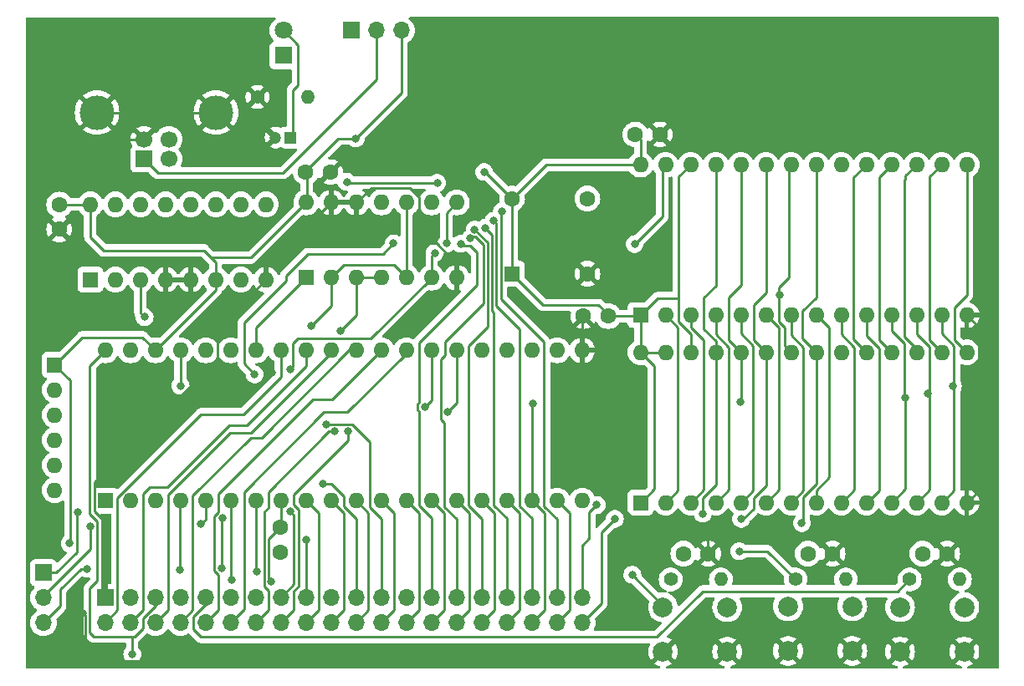
<source format=gbr>
%TF.GenerationSoftware,KiCad,Pcbnew,7.0.3*%
%TF.CreationDate,2023-06-30T08:14:02+01:00*%
%TF.ProjectId,MinFox,4d696e46-6f78-42e6-9b69-6361645f7063,rev?*%
%TF.SameCoordinates,Original*%
%TF.FileFunction,Copper,L1,Top*%
%TF.FilePolarity,Positive*%
%FSLAX46Y46*%
G04 Gerber Fmt 4.6, Leading zero omitted, Abs format (unit mm)*
G04 Created by KiCad (PCBNEW 7.0.3) date 2023-06-30 08:14:02*
%MOMM*%
%LPD*%
G01*
G04 APERTURE LIST*
%TA.AperFunction,ComponentPad*%
%ADD10R,1.600000X1.600000*%
%TD*%
%TA.AperFunction,ComponentPad*%
%ADD11O,1.600000X1.600000*%
%TD*%
%TA.AperFunction,ComponentPad*%
%ADD12R,1.700000X1.700000*%
%TD*%
%TA.AperFunction,ComponentPad*%
%ADD13O,1.700000X1.700000*%
%TD*%
%TA.AperFunction,ComponentPad*%
%ADD14C,1.600000*%
%TD*%
%TA.AperFunction,ComponentPad*%
%ADD15C,1.400000*%
%TD*%
%TA.AperFunction,ComponentPad*%
%ADD16O,1.400000X1.400000*%
%TD*%
%TA.AperFunction,ComponentPad*%
%ADD17C,2.000000*%
%TD*%
%TA.AperFunction,ComponentPad*%
%ADD18R,1.800000X1.800000*%
%TD*%
%TA.AperFunction,ComponentPad*%
%ADD19C,1.800000*%
%TD*%
%TA.AperFunction,ComponentPad*%
%ADD20R,1.200000X1.200000*%
%TD*%
%TA.AperFunction,ComponentPad*%
%ADD21C,1.200000*%
%TD*%
%TA.AperFunction,ComponentPad*%
%ADD22C,1.700000*%
%TD*%
%TA.AperFunction,ComponentPad*%
%ADD23C,3.500000*%
%TD*%
%TA.AperFunction,ViaPad*%
%ADD24C,0.800000*%
%TD*%
%TA.AperFunction,Conductor*%
%ADD25C,0.250000*%
%TD*%
G04 APERTURE END LIST*
D10*
%TO.P,U3,1,A14*%
%TO.N,VCC*%
X123220000Y-59200000D03*
D11*
%TO.P,U3,2,A12*%
%TO.N,A12*%
X125760000Y-59200000D03*
%TO.P,U3,3,A7*%
%TO.N,A7*%
X128300000Y-59200000D03*
%TO.P,U3,4,A6*%
%TO.N,A6*%
X130840000Y-59200000D03*
%TO.P,U3,5,A5*%
%TO.N,A5*%
X133380000Y-59200000D03*
%TO.P,U3,6,A4*%
%TO.N,A4*%
X135920000Y-59200000D03*
%TO.P,U3,7,A3*%
%TO.N,A3*%
X138460000Y-59200000D03*
%TO.P,U3,8,A2*%
%TO.N,A2*%
X141000000Y-59200000D03*
%TO.P,U3,9,A1*%
%TO.N,A1*%
X143540000Y-59200000D03*
%TO.P,U3,10,A0*%
%TO.N,A0*%
X146080000Y-59200000D03*
%TO.P,U3,11,Q0*%
%TO.N,D0*%
X148620000Y-59200000D03*
%TO.P,U3,12,Q1*%
%TO.N,D1*%
X151160000Y-59200000D03*
%TO.P,U3,13,Q2*%
%TO.N,D2*%
X153700000Y-59200000D03*
%TO.P,U3,14,GND*%
%TO.N,GND*%
X156240000Y-59200000D03*
%TO.P,U3,15,Q3*%
%TO.N,D3*%
X156240000Y-43960000D03*
%TO.P,U3,16,Q4*%
%TO.N,D4*%
X153700000Y-43960000D03*
%TO.P,U3,17,Q5*%
%TO.N,D5*%
X151160000Y-43960000D03*
%TO.P,U3,18,Q6*%
%TO.N,D6*%
X148620000Y-43960000D03*
%TO.P,U3,19,Q7*%
%TO.N,D7*%
X146080000Y-43960000D03*
%TO.P,U3,20,~{CS}*%
%TO.N,S0*%
X143540000Y-43960000D03*
%TO.P,U3,21,A10*%
%TO.N,A10*%
X141000000Y-43960000D03*
%TO.P,U3,22,~{OE}*%
%TO.N,~{RD}*%
X138460000Y-43960000D03*
%TO.P,U3,23,A11*%
%TO.N,A11*%
X135920000Y-43960000D03*
%TO.P,U3,24,A9*%
%TO.N,A9*%
X133380000Y-43960000D03*
%TO.P,U3,25,A8*%
%TO.N,A8*%
X130840000Y-43960000D03*
%TO.P,U3,26,A13*%
%TO.N,VCC*%
X128300000Y-43960000D03*
%TO.P,U3,27,~{WE}*%
%TO.N,~{WR}*%
X125760000Y-43960000D03*
%TO.P,U3,28,VCC*%
%TO.N,VCC*%
X123220000Y-43960000D03*
%TD*%
D12*
%TO.P,SW1,1,A*%
%TO.N,unconnected-(SW1-A-Pad1)*%
X93960000Y-30350000D03*
D13*
%TO.P,SW1,2,B*%
%TO.N,Net-(J1-VBUS)*%
X96500000Y-30350000D03*
%TO.P,SW1,3,C*%
%TO.N,VCC*%
X99040000Y-30350000D03*
%TD*%
D10*
%TO.P,U1,1,~{VP}*%
%TO.N,~{VP}*%
X69060000Y-78000000D03*
D11*
%TO.P,U1,2,RDY*%
%TO.N,RDY*%
X71600000Y-78000000D03*
%TO.P,U1,3,\u03D51*%
%TO.N,unconnected-(U1-\u03D51-Pad3)*%
X74140000Y-78000000D03*
%TO.P,U1,4,~{IRQ}*%
%TO.N,~{IRQ}*%
X76680000Y-78000000D03*
%TO.P,U1,5,~{ML}*%
%TO.N,~{ML}*%
X79220000Y-78000000D03*
%TO.P,U1,6,~{NMI}*%
%TO.N,~{NMI}*%
X81760000Y-78000000D03*
%TO.P,U1,7,SYNC*%
%TO.N,SYNC*%
X84300000Y-78000000D03*
%TO.P,U1,8,VDD*%
%TO.N,VCC*%
X86840000Y-78000000D03*
%TO.P,U1,9,A0*%
%TO.N,A0*%
X89380000Y-78000000D03*
%TO.P,U1,10,A1*%
%TO.N,A1*%
X91920000Y-78000000D03*
%TO.P,U1,11,A2*%
%TO.N,A2*%
X94460000Y-78000000D03*
%TO.P,U1,12,A3*%
%TO.N,A3*%
X97000000Y-78000000D03*
%TO.P,U1,13,A4*%
%TO.N,A4*%
X99540000Y-78000000D03*
%TO.P,U1,14,A5*%
%TO.N,A5*%
X102080000Y-78000000D03*
%TO.P,U1,15,A6*%
%TO.N,A6*%
X104620000Y-78000000D03*
%TO.P,U1,16,A7*%
%TO.N,A7*%
X107160000Y-78000000D03*
%TO.P,U1,17,A8*%
%TO.N,A8*%
X109700000Y-78000000D03*
%TO.P,U1,18,A9*%
%TO.N,A9*%
X112240000Y-78000000D03*
%TO.P,U1,19,A10*%
%TO.N,A10*%
X114780000Y-78000000D03*
%TO.P,U1,20,A11*%
%TO.N,A11*%
X117320000Y-78000000D03*
%TO.P,U1,21,VSS*%
%TO.N,GND*%
X117320000Y-62760000D03*
%TO.P,U1,22,A12*%
%TO.N,A12*%
X114780000Y-62760000D03*
%TO.P,U1,23,A13*%
%TO.N,Net-(U1-A13)*%
X112240000Y-62760000D03*
%TO.P,U1,24,A14*%
%TO.N,Net-(U1-A14)*%
X109700000Y-62760000D03*
%TO.P,U1,25,A15*%
%TO.N,Net-(U1-A15)*%
X107160000Y-62760000D03*
%TO.P,U1,26,D7*%
%TO.N,D7*%
X104620000Y-62760000D03*
%TO.P,U1,27,D6*%
%TO.N,D6*%
X102080000Y-62760000D03*
%TO.P,U1,28,D5*%
%TO.N,D5*%
X99540000Y-62760000D03*
%TO.P,U1,29,D4*%
%TO.N,D4*%
X97000000Y-62760000D03*
%TO.P,U1,30,D3*%
%TO.N,D3*%
X94460000Y-62760000D03*
%TO.P,U1,31,D2*%
%TO.N,D2*%
X91920000Y-62760000D03*
%TO.P,U1,32,D1*%
%TO.N,D1*%
X89380000Y-62760000D03*
%TO.P,U1,33,D0*%
%TO.N,D0*%
X86840000Y-62760000D03*
%TO.P,U1,34,R/~{W}*%
%TO.N,R{slash}~{W}*%
X84300000Y-62760000D03*
%TO.P,U1,35,nc*%
%TO.N,unconnected-(U1-nc-Pad35)*%
X81760000Y-62760000D03*
%TO.P,U1,36,BE*%
%TO.N,BE*%
X79220000Y-62760000D03*
%TO.P,U1,37,\u03D50*%
%TO.N,\u00F82*%
X76680000Y-62760000D03*
%TO.P,U1,38,~{SO}*%
%TO.N,VCC*%
X74140000Y-62760000D03*
%TO.P,U1,39,\u03D52*%
%TO.N,unconnected-(U1-\u03D52-Pad39)*%
X71600000Y-62760000D03*
%TO.P,U1,40,~{RES}*%
%TO.N,~{RESET}*%
X69060000Y-62760000D03*
%TD*%
D10*
%TO.P,U2,1,A0*%
%TO.N,Net-(U1-A13)*%
X67540000Y-55600000D03*
D11*
%TO.P,U2,2,A1*%
%TO.N,Net-(U1-A14)*%
X70080000Y-55600000D03*
%TO.P,U2,3,A2*%
%TO.N,Net-(U1-A15)*%
X72620000Y-55600000D03*
%TO.P,U2,4,E1*%
%TO.N,GND*%
X75160000Y-55600000D03*
%TO.P,U2,5,E2*%
X77700000Y-55600000D03*
%TO.P,U2,6,E3*%
%TO.N,VCC*%
X80240000Y-55600000D03*
%TO.P,U2,7,O7*%
%TO.N,S7*%
X82780000Y-55600000D03*
%TO.P,U2,8,GND*%
%TO.N,GND*%
X85320000Y-55600000D03*
%TO.P,U2,9,O6*%
%TO.N,S6*%
X85320000Y-47980000D03*
%TO.P,U2,10,O5*%
%TO.N,S5*%
X82780000Y-47980000D03*
%TO.P,U2,11,O4*%
%TO.N,S4*%
X80240000Y-47980000D03*
%TO.P,U2,12,O3*%
%TO.N,S3*%
X77700000Y-47980000D03*
%TO.P,U2,13,O2*%
%TO.N,S2*%
X75160000Y-47980000D03*
%TO.P,U2,14,O1*%
%TO.N,S1*%
X72620000Y-47980000D03*
%TO.P,U2,15,O0*%
%TO.N,S0*%
X70080000Y-47980000D03*
%TO.P,U2,16,VCC*%
%TO.N,VCC*%
X67540000Y-47980000D03*
%TD*%
D14*
%TO.P,C6,1*%
%TO.N,VCC*%
X89350000Y-44700000D03*
%TO.P,C6,2*%
%TO.N,GND*%
X91850000Y-44700000D03*
%TD*%
%TO.P,C4,1*%
%TO.N,GND*%
X154265000Y-83375000D03*
%TO.P,C4,2*%
%TO.N,~{IRQ}*%
X151765000Y-83375000D03*
%TD*%
D15*
%TO.P,R10,1*%
%TO.N,~{IRQ}*%
X150475000Y-85975000D03*
D16*
%TO.P,R10,2*%
%TO.N,Net-(RN1-R5)*%
X155555000Y-85975000D03*
%TD*%
D15*
%TO.P,R5,1*%
%TO.N,~{RESET}*%
X126275000Y-85975000D03*
D16*
%TO.P,R5,2*%
%TO.N,Net-(RN1-R3)*%
X131355000Y-85975000D03*
%TD*%
D14*
%TO.P,C3,1*%
%TO.N,GND*%
X130065000Y-83375000D03*
%TO.P,C3,2*%
%TO.N,~{RESET}*%
X127565000Y-83375000D03*
%TD*%
D10*
%TO.P,X1,1,EN*%
%TO.N,VCC*%
X110230000Y-55010000D03*
D14*
%TO.P,X1,4,GND*%
%TO.N,GND*%
X117850000Y-55010000D03*
%TO.P,X1,5,OUT*%
%TO.N,\u00F82*%
X117850000Y-47390000D03*
%TO.P,X1,8,Vcc*%
%TO.N,VCC*%
X110230000Y-47390000D03*
%TD*%
D12*
%TO.P,J3,1,Pin_1*%
%TO.N,GND*%
X69060000Y-87800000D03*
D13*
%TO.P,J3,2,Pin_2*%
%TO.N,D0*%
X69060000Y-90340000D03*
%TO.P,J3,3,Pin_3*%
%TO.N,VCC*%
X71600000Y-87800000D03*
%TO.P,J3,4,Pin_4*%
%TO.N,D1*%
X71600000Y-90340000D03*
%TO.P,J3,5,Pin_5*%
%TO.N,~{RESET}*%
X74140000Y-87800000D03*
%TO.P,J3,6,Pin_6*%
%TO.N,D2*%
X74140000Y-90340000D03*
%TO.P,J3,7,Pin_7*%
%TO.N,RDY*%
X76680000Y-87800000D03*
%TO.P,J3,8,Pin_8*%
%TO.N,D3*%
X76680000Y-90340000D03*
%TO.P,J3,9,Pin_9*%
%TO.N,~{IRQ}*%
X79220000Y-87800000D03*
%TO.P,J3,10,Pin_10*%
%TO.N,D4*%
X79220000Y-90340000D03*
%TO.P,J3,11,Pin_11*%
%TO.N,BE*%
X81760000Y-87800000D03*
%TO.P,J3,12,Pin_12*%
%TO.N,D5*%
X81760000Y-90340000D03*
%TO.P,J3,13,Pin_13*%
%TO.N,~{NMI}*%
X84300000Y-87800000D03*
%TO.P,J3,14,Pin_14*%
%TO.N,D6*%
X84300000Y-90340000D03*
%TO.P,J3,15,Pin_15*%
%TO.N,\u00F81*%
X86840000Y-87800000D03*
%TO.P,J3,16,Pin_16*%
%TO.N,D7*%
X86840000Y-90340000D03*
%TO.P,J3,17,Pin_17*%
%TO.N,\u00F82*%
X89380000Y-87800000D03*
%TO.P,J3,18,Pin_18*%
%TO.N,A0*%
X89380000Y-90340000D03*
%TO.P,J3,19,Pin_19*%
%TO.N,R{slash}~{W}*%
X91920000Y-87800000D03*
%TO.P,J3,20,Pin_20*%
%TO.N,A1*%
X91920000Y-90340000D03*
%TO.P,J3,21,Pin_21*%
%TO.N,~{RD}*%
X94460000Y-87800000D03*
%TO.P,J3,22,Pin_22*%
%TO.N,A2*%
X94460000Y-90340000D03*
%TO.P,J3,23,Pin_23*%
%TO.N,~{WR}*%
X97000000Y-87800000D03*
%TO.P,J3,24,Pin_24*%
%TO.N,A3*%
X97000000Y-90340000D03*
%TO.P,J3,25,Pin_25*%
%TO.N,unconnected-(J3-Pin_25-Pad25)*%
X99540000Y-87800000D03*
%TO.P,J3,26,Pin_26*%
%TO.N,A4*%
X99540000Y-90340000D03*
%TO.P,J3,27,Pin_27*%
%TO.N,S1*%
X102080000Y-87800000D03*
%TO.P,J3,28,Pin_28*%
%TO.N,A5*%
X102080000Y-90340000D03*
%TO.P,J3,29,Pin_29*%
%TO.N,S2*%
X104620000Y-87800000D03*
%TO.P,J3,30,Pin_30*%
%TO.N,A6*%
X104620000Y-90340000D03*
%TO.P,J3,31,Pin_31*%
%TO.N,S3*%
X107160000Y-87800000D03*
%TO.P,J3,32,Pin_32*%
%TO.N,A7*%
X107160000Y-90340000D03*
%TO.P,J3,33,Pin_33*%
%TO.N,S4*%
X109700000Y-87800000D03*
%TO.P,J3,34,Pin_34*%
%TO.N,A8*%
X109700000Y-90340000D03*
%TO.P,J3,35,Pin_35*%
%TO.N,S5*%
X112240000Y-87800000D03*
%TO.P,J3,36,Pin_36*%
%TO.N,A9*%
X112240000Y-90340000D03*
%TO.P,J3,37,Pin_37*%
%TO.N,S6*%
X114780000Y-87800000D03*
%TO.P,J3,38,Pin_38*%
%TO.N,A10*%
X114780000Y-90340000D03*
%TO.P,J3,39,Pin_39*%
%TO.N,A12*%
X117320000Y-87800000D03*
%TO.P,J3,40,Pin_40*%
%TO.N,A11*%
X117320000Y-90340000D03*
%TD*%
D14*
%TO.P,C9,1*%
%TO.N,VCC*%
X119950000Y-59300000D03*
%TO.P,C9,2*%
%TO.N,GND*%
X117450000Y-59300000D03*
%TD*%
D15*
%TO.P,R1,1*%
%TO.N,GND*%
X84460000Y-37100000D03*
D16*
%TO.P,R1,2*%
%TO.N,Net-(D1-K)*%
X89540000Y-37100000D03*
%TD*%
D14*
%TO.P,C2,1*%
%TO.N,GND*%
X142665000Y-83375000D03*
%TO.P,C2,2*%
%TO.N,~{NMI}*%
X140165000Y-83375000D03*
%TD*%
%TO.P,C7,1*%
%TO.N,VCC*%
X64400000Y-48000000D03*
%TO.P,C7,2*%
%TO.N,GND*%
X64400000Y-50500000D03*
%TD*%
D17*
%TO.P,SW2,1,1*%
%TO.N,GND*%
X132001489Y-93296397D03*
X125501489Y-93296397D03*
%TO.P,SW2,2,2*%
%TO.N,Net-(RN1-R3)*%
X132001489Y-88796397D03*
X125501489Y-88796397D03*
%TD*%
D18*
%TO.P,D1,1,K*%
%TO.N,Net-(D1-K)*%
X87095000Y-32895000D03*
D19*
%TO.P,D1,2,A*%
%TO.N,VCC*%
X87095000Y-30355000D03*
%TD*%
D15*
%TO.P,R6,1*%
%TO.N,~{NMI}*%
X138935000Y-85975000D03*
D16*
%TO.P,R6,2*%
%TO.N,Net-(RN1-R4)*%
X144015000Y-85975000D03*
%TD*%
D20*
%TO.P,C1,1*%
%TO.N,VCC*%
X87800000Y-41200000D03*
D21*
%TO.P,C1,2*%
%TO.N,GND*%
X86300000Y-41200000D03*
%TD*%
D10*
%TO.P,U5,1*%
%TO.N,R{slash}~{W}*%
X89400000Y-55400000D03*
D11*
%TO.P,U5,2*%
%TO.N,\u00F82*%
X91940000Y-55400000D03*
%TO.P,U5,3*%
%TO.N,~{RD}*%
X94480000Y-55400000D03*
%TO.P,U5,4*%
X97020000Y-55400000D03*
%TO.P,U5,5*%
%TO.N,\u00F82*%
X99560000Y-55400000D03*
%TO.P,U5,6*%
%TO.N,~{WR}*%
X102100000Y-55400000D03*
%TO.P,U5,7,GND*%
%TO.N,GND*%
X104640000Y-55400000D03*
%TO.P,U5,8*%
%TO.N,\u00F81*%
X104640000Y-47780000D03*
%TO.P,U5,9*%
%TO.N,\u00F82*%
X102100000Y-47780000D03*
%TO.P,U5,10*%
X99560000Y-47780000D03*
%TO.P,U5,11*%
%TO.N,unconnected-(U5-Pad11)*%
X97020000Y-47780000D03*
%TO.P,U5,12*%
%TO.N,GND*%
X94480000Y-47780000D03*
%TO.P,U5,13*%
X91940000Y-47780000D03*
%TO.P,U5,14,VCC*%
%TO.N,VCC*%
X89400000Y-47780000D03*
%TD*%
D12*
%TO.P,J2,1,Pin_1*%
%TO.N,~{VP}*%
X62800000Y-85300000D03*
D13*
%TO.P,J2,2,Pin_2*%
%TO.N,~{ML}*%
X62800000Y-87840000D03*
%TO.P,J2,3,Pin_3*%
%TO.N,SYNC*%
X62800000Y-90380000D03*
%TD*%
D12*
%TO.P,J1,1,VBUS*%
%TO.N,Net-(J1-VBUS)*%
X72990000Y-43377500D03*
D22*
%TO.P,J1,2,D-*%
%TO.N,unconnected-(J1-D--Pad2)*%
X75490000Y-43377500D03*
%TO.P,J1,3,D+*%
%TO.N,unconnected-(J1-D+-Pad3)*%
X75490000Y-41377500D03*
%TO.P,J1,4,GND*%
%TO.N,GND*%
X72990000Y-41377500D03*
D23*
%TO.P,J1,5,Shield*%
X68220000Y-38667500D03*
X80260000Y-38667500D03*
%TD*%
D10*
%TO.P,U4,1,A14*%
%TO.N,VCC*%
X123220000Y-78200000D03*
D11*
%TO.P,U4,2,A12*%
%TO.N,A12*%
X125760000Y-78200000D03*
%TO.P,U4,3,A7*%
%TO.N,A7*%
X128300000Y-78200000D03*
%TO.P,U4,4,A6*%
%TO.N,A6*%
X130840000Y-78200000D03*
%TO.P,U4,5,A5*%
%TO.N,A5*%
X133380000Y-78200000D03*
%TO.P,U4,6,A4*%
%TO.N,A4*%
X135920000Y-78200000D03*
%TO.P,U4,7,A3*%
%TO.N,A3*%
X138460000Y-78200000D03*
%TO.P,U4,8,A2*%
%TO.N,A2*%
X141000000Y-78200000D03*
%TO.P,U4,9,A1*%
%TO.N,A1*%
X143540000Y-78200000D03*
%TO.P,U4,10,A0*%
%TO.N,A0*%
X146080000Y-78200000D03*
%TO.P,U4,11,D0*%
%TO.N,D0*%
X148620000Y-78200000D03*
%TO.P,U4,12,D1*%
%TO.N,D1*%
X151160000Y-78200000D03*
%TO.P,U4,13,D2*%
%TO.N,D2*%
X153700000Y-78200000D03*
%TO.P,U4,14,GND*%
%TO.N,GND*%
X156240000Y-78200000D03*
%TO.P,U4,15,D3*%
%TO.N,D3*%
X156240000Y-62960000D03*
%TO.P,U4,16,D4*%
%TO.N,D4*%
X153700000Y-62960000D03*
%TO.P,U4,17,D5*%
%TO.N,D5*%
X151160000Y-62960000D03*
%TO.P,U4,18,D6*%
%TO.N,D6*%
X148620000Y-62960000D03*
%TO.P,U4,19,D7*%
%TO.N,D7*%
X146080000Y-62960000D03*
%TO.P,U4,20,~{CS}*%
%TO.N,S7*%
X143540000Y-62960000D03*
%TO.P,U4,21,A10*%
%TO.N,A10*%
X141000000Y-62960000D03*
%TO.P,U4,22,~{OE}*%
%TO.N,~{RD}*%
X138460000Y-62960000D03*
%TO.P,U4,23,A11*%
%TO.N,A11*%
X135920000Y-62960000D03*
%TO.P,U4,24,A9*%
%TO.N,A9*%
X133380000Y-62960000D03*
%TO.P,U4,25,A8*%
%TO.N,A8*%
X130840000Y-62960000D03*
%TO.P,U4,26,A13*%
%TO.N,VCC*%
X128300000Y-62960000D03*
%TO.P,U4,27,~{WE}*%
X125760000Y-62960000D03*
%TO.P,U4,28,VCC*%
X123220000Y-62960000D03*
%TD*%
D17*
%TO.P,SW3,1,1*%
%TO.N,GND*%
X144659956Y-93211057D03*
X138159956Y-93211057D03*
%TO.P,SW3,2,2*%
%TO.N,Net-(RN1-R4)*%
X144659956Y-88711057D03*
X138159956Y-88711057D03*
%TD*%
%TO.P,SW4,1,1*%
%TO.N,GND*%
X156001117Y-93291586D03*
X149501117Y-93291586D03*
%TO.P,SW4,2,2*%
%TO.N,Net-(RN1-R5)*%
X156001117Y-88791586D03*
X149501117Y-88791586D03*
%TD*%
D10*
%TO.P,RN1,1,common*%
%TO.N,VCC*%
X63940000Y-64250000D03*
D11*
%TO.P,RN1,2,R1*%
%TO.N,BE*%
X63940000Y-66790000D03*
%TO.P,RN1,3,R2*%
%TO.N,RDY*%
X63940000Y-69330000D03*
%TO.P,RN1,4,R3*%
%TO.N,Net-(RN1-R3)*%
X63940000Y-71870000D03*
%TO.P,RN1,5,R4*%
%TO.N,Net-(RN1-R4)*%
X63940000Y-74410000D03*
%TO.P,RN1,6,R5*%
%TO.N,Net-(RN1-R5)*%
X63940000Y-76950000D03*
%TD*%
D14*
%TO.P,C8,1*%
%TO.N,VCC*%
X122700000Y-40900000D03*
%TO.P,C8,2*%
%TO.N,GND*%
X125200000Y-40900000D03*
%TD*%
%TO.P,C5,1*%
%TO.N,VCC*%
X86800000Y-80700000D03*
%TO.P,C5,2*%
%TO.N,GND*%
X86800000Y-83200000D03*
%TD*%
D24*
%TO.N,GND*%
X115600000Y-70600000D03*
X121100000Y-70600000D03*
X123715305Y-81300173D03*
X124100000Y-55600000D03*
X85950000Y-65050000D03*
X125800000Y-82300000D03*
X114100000Y-55600000D03*
X66775500Y-89400000D03*
%TO.N,~{VP}*%
X66315500Y-79137600D03*
%TO.N,~{ML}*%
X78728781Y-80393172D03*
X67525500Y-80600000D03*
%TO.N,SYNC*%
X84400500Y-85176436D03*
X67200000Y-84900000D03*
%TO.N,A8*%
X129515000Y-79325000D03*
%TO.N,A9*%
X133365000Y-68025000D03*
X112315000Y-68175000D03*
%TO.N,A10*%
X139544480Y-80276592D03*
%TO.N,A11*%
X120625000Y-79851173D03*
X133415000Y-79851173D03*
%TO.N,A12*%
X118792300Y-78447700D03*
%TO.N,Net-(U1-A15)*%
X73040000Y-59400000D03*
%TO.N,D7*%
X93615000Y-71000000D03*
X103715000Y-69000000D03*
%TO.N,D6*%
X101409484Y-68500500D03*
X92249504Y-70999504D03*
%TO.N,D2*%
X154840000Y-66400000D03*
%TO.N,D1*%
X152285000Y-67124500D03*
%TO.N,D0*%
X150035000Y-67600000D03*
%TO.N,R{slash}~{W}*%
X80839500Y-84825000D03*
X80915000Y-79800000D03*
%TO.N,\u00F82*%
X76680000Y-66350000D03*
X89915000Y-60250000D03*
X89400000Y-82000000D03*
%TO.N,S6*%
X109190000Y-48700000D03*
%TO.N,S5*%
X108340000Y-49629500D03*
%TO.N,S4*%
X107515000Y-50350000D03*
%TO.N,S3*%
X106440000Y-50529500D03*
%TO.N,S2*%
X106007333Y-51430502D03*
%TO.N,S1*%
X105015000Y-51975000D03*
%TO.N,~{NMI}*%
X81900000Y-86000000D03*
X133215000Y-83125000D03*
%TO.N,~{RESET}*%
X71790000Y-93550000D03*
%TO.N,~{IRQ}*%
X76590000Y-84975497D03*
%TO.N,S0*%
X102650000Y-45800000D03*
X93500000Y-45700000D03*
%TO.N,Net-(RN1-R3)*%
X122400000Y-85500000D03*
%TO.N,VCC*%
X85849500Y-86174731D03*
X94400000Y-41300000D03*
X107400000Y-44700000D03*
X65465000Y-82325000D03*
%TO.N,~{WR}*%
X102399925Y-52889363D03*
X122640000Y-52000000D03*
X91415000Y-70275000D03*
X87772701Y-64717299D03*
%TO.N,~{RD}*%
X137335000Y-57200000D03*
X91066483Y-76262852D03*
X92865000Y-60800000D03*
%TO.N,\u00F81*%
X87763578Y-79088176D03*
X103590000Y-51949500D03*
X98228824Y-51949500D03*
X84165000Y-65200000D03*
%TD*%
D25*
%TO.N,GND*%
X157500000Y-76940000D02*
X156240000Y-78200000D01*
X100840000Y-47240000D02*
X100840000Y-51890000D01*
X140590000Y-81300000D02*
X152190000Y-81300000D01*
X68928604Y-94275000D02*
X124515000Y-94275000D01*
X117320000Y-62760000D02*
X117320000Y-74604695D01*
X68700000Y-87440000D02*
X68700000Y-79890000D01*
X104640000Y-54024805D02*
X104640000Y-55400000D01*
X99900000Y-46300000D02*
X100840000Y-47240000D01*
X95960000Y-46300000D02*
X99900000Y-46300000D01*
X85320000Y-54400000D02*
X91940000Y-47780000D01*
X117800000Y-59300000D02*
X117320000Y-59780000D01*
X85320000Y-55600000D02*
X85320000Y-54400000D01*
X129040000Y-81000000D02*
X130065000Y-82025000D01*
X68220000Y-38667500D02*
X70930000Y-41377500D01*
X130065000Y-82025000D02*
X130065000Y-83375000D01*
X70930000Y-41377500D02*
X72990000Y-41377500D01*
X125800000Y-81000000D02*
X128840000Y-81000000D01*
X80440000Y-60480000D02*
X85320000Y-55600000D01*
X100900000Y-51950000D02*
X102565195Y-51950000D01*
X67000000Y-92346396D02*
X68928604Y-94275000D01*
X117320000Y-74604695D02*
X123715305Y-81000000D01*
X128840000Y-81000000D02*
X129040000Y-81000000D01*
X77700000Y-55600000D02*
X75160000Y-55600000D01*
X102565195Y-51950000D02*
X104640000Y-54024805D01*
X80440000Y-63615305D02*
X80440000Y-60480000D01*
X156240000Y-59200000D02*
X157500000Y-60460000D01*
X67935000Y-76120305D02*
X80440000Y-63615305D01*
X124515000Y-94275000D02*
X125565000Y-93225000D01*
X68700000Y-79890000D02*
X67935000Y-79125000D01*
X67000000Y-89624500D02*
X67000000Y-92346396D01*
X66775500Y-89400000D02*
X67000000Y-89624500D01*
X117320000Y-59780000D02*
X117320000Y-62760000D01*
X94480000Y-47780000D02*
X95960000Y-46300000D01*
X142665000Y-83375000D02*
X140590000Y-81300000D01*
X68220000Y-38667500D02*
X80260000Y-38667500D01*
X152190000Y-81300000D02*
X154265000Y-83375000D01*
X125800000Y-82300000D02*
X125800000Y-81000000D01*
X123715305Y-81000000D02*
X125800000Y-81000000D01*
X69060000Y-87800000D02*
X68700000Y-87440000D01*
X67935000Y-79125000D02*
X67935000Y-76120305D01*
X100840000Y-51890000D02*
X100900000Y-51950000D01*
X140590000Y-81300000D02*
X129340000Y-81300000D01*
X157500000Y-60460000D02*
X157500000Y-76940000D01*
%TO.N,~{VP}*%
X66190000Y-83210000D02*
X64100000Y-85300000D01*
X66190000Y-79263100D02*
X66190000Y-83210000D01*
X66315500Y-79137600D02*
X66190000Y-79263100D01*
X64100000Y-85300000D02*
X62800000Y-85300000D01*
%TO.N,~{ML}*%
X62800000Y-87625000D02*
X62800000Y-87840000D01*
X67525500Y-82899500D02*
X62800000Y-87625000D01*
X79220000Y-79901953D02*
X79220000Y-78000000D01*
X67525500Y-80774500D02*
X67525500Y-82899500D01*
X78728781Y-80393172D02*
X79220000Y-79901953D01*
%TO.N,SYNC*%
X67200000Y-84900000D02*
X66600000Y-84900000D01*
X66600000Y-84900000D02*
X64500000Y-87000000D01*
X84300000Y-85075936D02*
X84300000Y-78000000D01*
X64500000Y-88680000D02*
X62800000Y-90380000D01*
X64500000Y-87000000D02*
X64500000Y-88680000D01*
X84400500Y-85176436D02*
X84300000Y-85075936D01*
%TO.N,A0*%
X146080000Y-61280000D02*
X147350000Y-62550000D01*
X146080000Y-59200000D02*
X146080000Y-61280000D01*
X147350000Y-76930000D02*
X146080000Y-78200000D01*
X147350000Y-62550000D02*
X147350000Y-76930000D01*
X89380000Y-90340000D02*
X90650000Y-89070000D01*
X90650000Y-79270000D02*
X89380000Y-78000000D01*
X90650000Y-89070000D02*
X90650000Y-79270000D01*
%TO.N,A1*%
X144850000Y-62450000D02*
X144850000Y-76890000D01*
X91920000Y-90340000D02*
X93200000Y-89060000D01*
X143540000Y-59200000D02*
X143540000Y-61140000D01*
X93200000Y-79280000D02*
X91920000Y-78000000D01*
X93200000Y-89060000D02*
X93200000Y-79280000D01*
X144850000Y-76890000D02*
X143540000Y-78200000D01*
X143540000Y-61140000D02*
X144850000Y-62450000D01*
%TO.N,A2*%
X94460000Y-90340000D02*
X95700000Y-89100000D01*
X95700000Y-79240000D02*
X94460000Y-78000000D01*
X141000000Y-78200000D02*
X141000000Y-76955405D01*
X95700000Y-89100000D02*
X95700000Y-79240000D01*
X142300000Y-75655405D02*
X142300000Y-60500000D01*
X141000000Y-76955405D02*
X142300000Y-75655405D01*
X142300000Y-60500000D02*
X141000000Y-59200000D01*
%TO.N,A3*%
X138460000Y-61220000D02*
X139700000Y-62460000D01*
X97000000Y-90340000D02*
X98250000Y-89090000D01*
X98250000Y-79250000D02*
X97000000Y-78000000D01*
X139700000Y-62460000D02*
X139700000Y-76960000D01*
X139700000Y-76960000D02*
X138460000Y-78200000D01*
X98250000Y-89090000D02*
X98250000Y-79250000D01*
X138460000Y-59200000D02*
X138460000Y-61220000D01*
%TO.N,A4*%
X137200000Y-76920000D02*
X135920000Y-78200000D01*
X100800000Y-79260000D02*
X99540000Y-78000000D01*
X135920000Y-59200000D02*
X137200000Y-60480000D01*
X99540000Y-90340000D02*
X100800000Y-89080000D01*
X100800000Y-89080000D02*
X100800000Y-79260000D01*
X137200000Y-60480000D02*
X137200000Y-76920000D01*
%TO.N,A5*%
X103350000Y-79270000D02*
X102080000Y-78000000D01*
X133380000Y-78200000D02*
X134600000Y-76980000D01*
X134600000Y-62299009D02*
X133380000Y-61079009D01*
X103350000Y-89070000D02*
X103350000Y-79270000D01*
X134600000Y-76980000D02*
X134600000Y-62299009D01*
X133380000Y-61079009D02*
X133380000Y-59200000D01*
X102080000Y-90340000D02*
X103350000Y-89070000D01*
%TO.N,A6*%
X130840000Y-61163604D02*
X132150000Y-62473604D01*
X104620000Y-90340000D02*
X105900000Y-89060000D01*
X132150000Y-76890000D02*
X130840000Y-78200000D01*
X105900000Y-79280000D02*
X104620000Y-78000000D01*
X105900000Y-89060000D02*
X105900000Y-79280000D01*
X130840000Y-59200000D02*
X130840000Y-61163604D01*
X132150000Y-62473604D02*
X132150000Y-76890000D01*
%TO.N,A7*%
X128300000Y-78200000D02*
X129600000Y-76900000D01*
X107160000Y-90340000D02*
X108450000Y-89050000D01*
X108450000Y-79290000D02*
X107160000Y-78000000D01*
X128300000Y-60460000D02*
X128300000Y-59200000D01*
X129600000Y-61760000D02*
X128300000Y-60460000D01*
X108450000Y-89050000D02*
X108450000Y-79290000D01*
X129600000Y-76900000D02*
X129600000Y-61760000D01*
%TO.N,A8*%
X130840000Y-61800000D02*
X130840000Y-62960000D01*
X130840000Y-62960000D02*
X130840000Y-76410000D01*
X130840000Y-76410000D02*
X129515000Y-77735000D01*
X129640000Y-57400000D02*
X129640000Y-60600000D01*
X109700000Y-78000000D02*
X110950000Y-79250000D01*
X110950000Y-89090000D02*
X109700000Y-90340000D01*
X110950000Y-79250000D02*
X110950000Y-89090000D01*
X129515000Y-77735000D02*
X129515000Y-79325000D01*
X130840000Y-43960000D02*
X130840000Y-56200000D01*
X130840000Y-56200000D02*
X129640000Y-57400000D01*
X129640000Y-60600000D02*
X130840000Y-61800000D01*
%TO.N,A9*%
X113500000Y-79260000D02*
X112240000Y-78000000D01*
X132150000Y-61730000D02*
X132150000Y-57390000D01*
X133380000Y-56160000D02*
X133380000Y-43960000D01*
X112240000Y-78000000D02*
X112240000Y-68250000D01*
X112240000Y-68250000D02*
X112315000Y-68175000D01*
X113500000Y-89080000D02*
X113500000Y-79260000D01*
X132150000Y-57390000D02*
X133380000Y-56160000D01*
X133380000Y-68010000D02*
X133380000Y-62960000D01*
X133365000Y-68025000D02*
X133380000Y-68010000D01*
X133380000Y-62960000D02*
X132150000Y-61730000D01*
X112240000Y-90340000D02*
X113500000Y-89080000D01*
%TO.N,A10*%
X114780000Y-78000000D02*
X116050000Y-79270000D01*
X141000000Y-76319009D02*
X139700000Y-77619009D01*
X141000000Y-43960000D02*
X141000000Y-57440000D01*
X141000000Y-62960000D02*
X141000000Y-76319009D01*
X116050000Y-79270000D02*
X116050000Y-89070000D01*
X116050000Y-89070000D02*
X114780000Y-90340000D01*
X139640000Y-61600000D02*
X141000000Y-62960000D01*
X139640000Y-58800000D02*
X139640000Y-61600000D01*
X139700000Y-77619009D02*
X139700000Y-80121072D01*
X139700000Y-80121072D02*
X139544480Y-80276592D01*
X141000000Y-57440000D02*
X139640000Y-58800000D01*
%TO.N,A11*%
X135920000Y-43960000D02*
X135920000Y-56920000D01*
X120625000Y-79851173D02*
X119240000Y-81236173D01*
X119240000Y-88420000D02*
X117320000Y-90340000D01*
X135920000Y-76430000D02*
X135920000Y-62960000D01*
X134650000Y-77700000D02*
X135920000Y-76430000D01*
X134650000Y-78800000D02*
X134650000Y-77700000D01*
X134650000Y-58190000D02*
X134650000Y-61690000D01*
X133499563Y-79740437D02*
X133709563Y-79740437D01*
X135920000Y-56920000D02*
X134650000Y-58190000D01*
X133709563Y-79740437D02*
X134650000Y-78800000D01*
X119240000Y-81236173D02*
X119240000Y-88420000D01*
X134650000Y-61690000D02*
X135920000Y-62960000D01*
%TO.N,A12*%
X117320000Y-82520000D02*
X118040000Y-81800000D01*
X118040000Y-79200000D02*
X118792300Y-78447700D01*
X127000000Y-76960000D02*
X125760000Y-78200000D01*
X125760000Y-59200000D02*
X127000000Y-60440000D01*
X118040000Y-81800000D02*
X118040000Y-79200000D01*
X127000000Y-60440000D02*
X127000000Y-76960000D01*
X117320000Y-87800000D02*
X117320000Y-82520000D01*
%TO.N,Net-(U1-A15)*%
X72620000Y-58980000D02*
X73040000Y-59400000D01*
X72620000Y-55600000D02*
X72620000Y-58980000D01*
%TO.N,D7*%
X104620000Y-68095000D02*
X104620000Y-62760000D01*
X88100000Y-78399293D02*
X88615000Y-78914293D01*
X88100000Y-77400000D02*
X88100000Y-78399293D01*
X88100000Y-89080000D02*
X86840000Y-90340000D01*
X93615000Y-71885000D02*
X88100000Y-77400000D01*
X88615000Y-78914293D02*
X88615000Y-86661396D01*
X103715000Y-69000000D02*
X104620000Y-68095000D01*
X146080000Y-43960000D02*
X144800000Y-45240000D01*
X88615000Y-86661396D02*
X88100000Y-87176396D01*
X88100000Y-87176396D02*
X88100000Y-89080000D01*
X93615000Y-71000000D02*
X93615000Y-71885000D01*
X144800000Y-61680000D02*
X146080000Y-62960000D01*
X144800000Y-45240000D02*
X144800000Y-61680000D01*
%TO.N,D6*%
X147350000Y-61690000D02*
X147350000Y-45230000D01*
X85600000Y-78700000D02*
X85125000Y-79175000D01*
X148620000Y-62960000D02*
X147350000Y-61690000D01*
X85600000Y-77100000D02*
X85600000Y-78700000D01*
X147350000Y-45230000D02*
X148620000Y-43960000D01*
X85550000Y-87150000D02*
X85550000Y-89090000D01*
X101409484Y-68500500D02*
X102080000Y-67829984D01*
X92249504Y-70999504D02*
X91700496Y-70999504D01*
X85125000Y-79175000D02*
X85125000Y-86725000D01*
X85125000Y-86725000D02*
X85550000Y-87150000D01*
X85550000Y-89090000D02*
X84300000Y-90340000D01*
X102080000Y-67829984D02*
X102080000Y-62760000D01*
X91700496Y-70999504D02*
X85600000Y-77100000D01*
%TO.N,D5*%
X93565000Y-69025000D02*
X91190000Y-69025000D01*
X83115000Y-88985000D02*
X81760000Y-90340000D01*
X149900000Y-61423604D02*
X151160000Y-62683604D01*
X83115000Y-77100000D02*
X83115000Y-88985000D01*
X150040000Y-45080000D02*
X150040000Y-45400000D01*
X91190000Y-69025000D02*
X83115000Y-77100000D01*
X150040000Y-45400000D02*
X149900000Y-45540000D01*
X151160000Y-43960000D02*
X150040000Y-45080000D01*
X99540000Y-62760000D02*
X99540000Y-63050000D01*
X149900000Y-45540000D02*
X149900000Y-61423604D01*
X99540000Y-63050000D02*
X93565000Y-69025000D01*
X151160000Y-62683604D02*
X151160000Y-62960000D01*
%TO.N,D4*%
X90050000Y-67750000D02*
X92010000Y-67750000D01*
X80114500Y-79575195D02*
X80500000Y-79189695D01*
X152500000Y-61760000D02*
X152500000Y-45160000D01*
X92010000Y-67750000D02*
X97000000Y-62760000D01*
X80114500Y-85125305D02*
X80114500Y-79575195D01*
X80500000Y-79189695D02*
X80500000Y-77300000D01*
X80500000Y-77300000D02*
X90050000Y-67750000D01*
X79220000Y-90340000D02*
X80500000Y-89060000D01*
X153700000Y-62960000D02*
X152500000Y-61760000D01*
X152500000Y-45160000D02*
X153700000Y-43960000D01*
X80500000Y-85510805D02*
X80114500Y-85125305D01*
X80500000Y-89060000D02*
X80500000Y-85510805D01*
%TO.N,D3*%
X156240000Y-62960000D02*
X155000000Y-61720000D01*
X77915000Y-89105000D02*
X76680000Y-90340000D01*
X93705000Y-62760000D02*
X84865000Y-71600000D01*
X155000000Y-58440000D02*
X156240000Y-57200000D01*
X155000000Y-61720000D02*
X155000000Y-58440000D01*
X84865000Y-71600000D02*
X83765000Y-71600000D01*
X83765000Y-71600000D02*
X77915000Y-77450000D01*
X156240000Y-57200000D02*
X156240000Y-43960000D01*
X77915000Y-77450000D02*
X77915000Y-89105000D01*
X94460000Y-62760000D02*
X93705000Y-62760000D01*
%TO.N,D2*%
X153700000Y-59200000D02*
X153700000Y-61056396D01*
X153700000Y-61056396D02*
X154950000Y-62306396D01*
X81700000Y-71100000D02*
X83790000Y-71100000D01*
X75400000Y-89080000D02*
X75400000Y-77400000D01*
X75400000Y-77400000D02*
X81700000Y-71100000D01*
X154950000Y-76950000D02*
X153700000Y-78200000D01*
X91920000Y-62970000D02*
X91920000Y-62760000D01*
X154950000Y-62306396D02*
X154950000Y-76950000D01*
X83790000Y-71100000D02*
X91920000Y-62970000D01*
X74140000Y-90340000D02*
X75400000Y-89080000D01*
%TO.N,D1*%
X151160000Y-59200000D02*
X151160000Y-61110000D01*
X72900000Y-89040000D02*
X71600000Y-90340000D01*
X83340000Y-70400000D02*
X81565000Y-70400000D01*
X152450000Y-62400000D02*
X152450000Y-76910000D01*
X151160000Y-61110000D02*
X152450000Y-62400000D01*
X89380000Y-64360000D02*
X83340000Y-70400000D01*
X152450000Y-76910000D02*
X151160000Y-78200000D01*
X81565000Y-70400000D02*
X75365000Y-76600000D01*
X89380000Y-62760000D02*
X89380000Y-64360000D01*
X72900000Y-77300000D02*
X72900000Y-89040000D01*
X75365000Y-76600000D02*
X73600000Y-76600000D01*
X73600000Y-76600000D02*
X72900000Y-77300000D01*
%TO.N,D0*%
X149900000Y-67465000D02*
X149900000Y-62060000D01*
X70300000Y-77709009D02*
X78759009Y-69250000D01*
X148620000Y-60780000D02*
X148620000Y-59200000D01*
X69060000Y-90340000D02*
X70300000Y-89100000D01*
X70300000Y-89100000D02*
X70300000Y-77709009D01*
X86840000Y-65450000D02*
X86840000Y-62760000D01*
X148620000Y-78200000D02*
X150035000Y-76785000D01*
X149900000Y-62060000D02*
X148620000Y-60780000D01*
X150035000Y-67600000D02*
X149900000Y-67465000D01*
X78759009Y-69250000D02*
X83040000Y-69250000D01*
X150035000Y-76785000D02*
X150035000Y-67600000D01*
X83040000Y-69250000D02*
X86840000Y-65450000D01*
%TO.N,R{slash}~{W}*%
X80839500Y-79875500D02*
X80915000Y-79800000D01*
X84300000Y-62760000D02*
X84300000Y-60500000D01*
X80839500Y-84825000D02*
X80839500Y-79875500D01*
X84300000Y-60500000D02*
X89400000Y-55400000D01*
%TO.N,\u00F82*%
X89915000Y-60250000D02*
X91940000Y-58225000D01*
X89380000Y-87800000D02*
X89380000Y-82020000D01*
X93240000Y-54100000D02*
X98260000Y-54100000D01*
X99560000Y-55400000D02*
X99560000Y-47780000D01*
X76680000Y-66350000D02*
X76680000Y-62760000D01*
X91940000Y-58225000D02*
X91940000Y-55400000D01*
X98260000Y-54100000D02*
X99560000Y-55400000D01*
X91940000Y-55400000D02*
X93240000Y-54100000D01*
X89380000Y-82020000D02*
X89400000Y-82000000D01*
%TO.N,S6*%
X113465000Y-61925000D02*
X113465000Y-78565991D01*
X109105000Y-48785000D02*
X109105000Y-57565000D01*
X113465000Y-78565991D02*
X114780000Y-79880991D01*
X114780000Y-79880991D02*
X114780000Y-87800000D01*
X109190000Y-48700000D02*
X109105000Y-48785000D01*
X109105000Y-57565000D02*
X113465000Y-61925000D01*
%TO.N,S5*%
X108655000Y-58265000D02*
X108655000Y-49944500D01*
X112240000Y-87800000D02*
X112240000Y-79790000D01*
X110990000Y-78540000D02*
X110990000Y-60600000D01*
X108655000Y-49944500D02*
X108340000Y-49629500D01*
X112240000Y-79790000D02*
X110990000Y-78540000D01*
X110990000Y-60600000D02*
X108655000Y-58265000D01*
%TO.N,S4*%
X109700000Y-87800000D02*
X109700000Y-79800000D01*
X108205000Y-51040000D02*
X107515000Y-50350000D01*
X108205000Y-58740000D02*
X108205000Y-51040000D01*
X108400000Y-78500000D02*
X108400000Y-58935000D01*
X108400000Y-58935000D02*
X108205000Y-58740000D01*
X109700000Y-79800000D02*
X108400000Y-78500000D01*
%TO.N,S3*%
X107160000Y-79845000D02*
X107160000Y-87800000D01*
X105800000Y-62300000D02*
X105800000Y-78485000D01*
X106440000Y-50529500D02*
X107755000Y-51844500D01*
X105800000Y-78485000D02*
X107160000Y-79845000D01*
X107755000Y-60345000D02*
X105800000Y-62300000D01*
X107755000Y-51844500D02*
X107755000Y-60345000D01*
%TO.N,S2*%
X103400000Y-78650000D02*
X104620000Y-79870000D01*
X102990000Y-63700000D02*
X102990000Y-69740305D01*
X102990000Y-69740305D02*
X103400000Y-70150305D01*
X106139695Y-51254500D02*
X106494500Y-51254500D01*
X106494500Y-51254500D02*
X107305000Y-52065000D01*
X103440000Y-63250000D02*
X102990000Y-63700000D01*
X106007333Y-51386862D02*
X106139695Y-51254500D01*
X107305000Y-58010000D02*
X103440000Y-61875000D01*
X104620000Y-79870000D02*
X104620000Y-87800000D01*
X107305000Y-52065000D02*
X107305000Y-58010000D01*
X103440000Y-61875000D02*
X103440000Y-63250000D01*
X106007333Y-51430502D02*
X106007333Y-51386862D01*
X103400000Y-70150305D02*
X103400000Y-78650000D01*
%TO.N,S1*%
X100800000Y-62000000D02*
X100800000Y-68084679D01*
X100800000Y-68916321D02*
X100800000Y-78500000D01*
X100684484Y-68200195D02*
X100684484Y-68800805D01*
X105985306Y-52155502D02*
X106690000Y-52860196D01*
X100684484Y-68800805D02*
X100800000Y-68916321D01*
X100800000Y-78500000D02*
X102080000Y-79780000D01*
X105015000Y-51975000D02*
X105195502Y-52155502D01*
X100800000Y-68084679D02*
X100684484Y-68200195D01*
X105195502Y-52155502D02*
X105985306Y-52155502D01*
X102080000Y-79780000D02*
X102080000Y-87800000D01*
X106690000Y-56110000D02*
X100800000Y-62000000D01*
X106690000Y-52860196D02*
X106690000Y-56110000D01*
%TO.N,~{NMI}*%
X81760000Y-85860000D02*
X81900000Y-86000000D01*
X133215000Y-83125000D02*
X136085000Y-83125000D01*
X136085000Y-83125000D02*
X138935000Y-85975000D01*
X81760000Y-78000000D02*
X81760000Y-85860000D01*
%TO.N,~{RESET}*%
X67485000Y-64335000D02*
X69060000Y-62760000D01*
X72900000Y-89918299D02*
X72900000Y-90900000D01*
X74140000Y-87800000D02*
X74140000Y-88678299D01*
X72900000Y-90900000D02*
X72050000Y-91750000D01*
X67850000Y-91750000D02*
X67500000Y-91400000D01*
X71851701Y-91750000D02*
X67850000Y-91750000D01*
X71790000Y-93550000D02*
X71790000Y-91811701D01*
X68250000Y-80076396D02*
X67485000Y-79311396D01*
X71790000Y-91811701D02*
X71851701Y-91750000D01*
X67500000Y-86900000D02*
X68250000Y-86150000D01*
X67500000Y-91400000D02*
X67500000Y-86900000D01*
X72050000Y-91750000D02*
X71851701Y-91750000D01*
X67485000Y-79311396D02*
X67485000Y-64335000D01*
X68250000Y-86150000D02*
X68250000Y-80076396D01*
X74140000Y-88678299D02*
X72900000Y-89918299D01*
%TO.N,~{IRQ}*%
X149250000Y-87200000D02*
X150475000Y-85975000D01*
X129500000Y-87200000D02*
X149250000Y-87200000D01*
X77950000Y-90990850D02*
X78759150Y-91800000D01*
X76590000Y-78090000D02*
X76680000Y-78000000D01*
X79220000Y-87800000D02*
X79220000Y-88480000D01*
X78759150Y-91800000D02*
X124900000Y-91800000D01*
X79220000Y-88480000D02*
X77950000Y-89750000D01*
X124900000Y-91800000D02*
X129500000Y-87200000D01*
X77950000Y-89750000D02*
X77950000Y-90990850D01*
X76590000Y-84975497D02*
X76590000Y-78090000D01*
%TO.N,S0*%
X93200000Y-45800000D02*
X102650000Y-45800000D01*
%TO.N,Net-(RN1-R3)*%
X122400000Y-85560000D02*
X125565000Y-88725000D01*
X122400000Y-85500000D02*
X122400000Y-85560000D01*
%TO.N,VCC*%
X89400000Y-47780000D02*
X89450000Y-47730000D01*
X99040000Y-36660000D02*
X99040000Y-30350000D01*
X110230000Y-47390000D02*
X113660000Y-43960000D01*
X72830000Y-61450000D02*
X66740000Y-61450000D01*
X127100000Y-45160000D02*
X128300000Y-43960000D01*
X94140000Y-41300000D02*
X94400000Y-41300000D01*
X123220000Y-62960000D02*
X123220000Y-59200000D01*
X120100000Y-59300000D02*
X118975000Y-58175000D01*
X88050000Y-36400000D02*
X88550000Y-35900000D01*
X89450000Y-47730000D02*
X89450000Y-44500000D01*
X79777500Y-53387500D02*
X79027500Y-52637500D01*
X107440000Y-44600000D02*
X107400000Y-44560000D01*
X124600000Y-64340000D02*
X124600000Y-76820000D01*
X74140000Y-62760000D02*
X72830000Y-61450000D01*
X127100000Y-59896396D02*
X127100000Y-57475000D01*
X124945000Y-57475000D02*
X127100000Y-57475000D01*
X85600000Y-81900000D02*
X86800000Y-80700000D01*
X67520000Y-48000000D02*
X67540000Y-47980000D01*
X88550000Y-31810000D02*
X87095000Y-30355000D01*
X113395000Y-58175000D02*
X110230000Y-55010000D01*
X107540000Y-44700000D02*
X110230000Y-47390000D01*
X83792500Y-53387500D02*
X79777500Y-53387500D01*
X123220000Y-41420000D02*
X122700000Y-40900000D01*
X65515000Y-82275000D02*
X65465000Y-82325000D01*
X123220000Y-59200000D02*
X123120000Y-59300000D01*
X118975000Y-58175000D02*
X113395000Y-58175000D01*
X63940000Y-64250000D02*
X65515000Y-65825000D01*
X88550000Y-35900000D02*
X88550000Y-31810000D01*
X107400000Y-44560000D02*
X107400000Y-44700000D01*
X74140000Y-62760000D02*
X80240000Y-56660000D01*
X79027500Y-52637500D02*
X68877500Y-52637500D01*
X67540000Y-51300000D02*
X68877500Y-52637500D01*
X85849500Y-86174731D02*
X85600000Y-85925231D01*
X128300000Y-62960000D02*
X128300000Y-61096396D01*
X113660000Y-43960000D02*
X123220000Y-43960000D01*
X86840000Y-78000000D02*
X86840000Y-80660000D01*
X89450000Y-44500000D02*
X92650000Y-41300000D01*
X123220000Y-43960000D02*
X123220000Y-41420000D01*
X89400000Y-47780000D02*
X83792500Y-53387500D01*
X127100000Y-57475000D02*
X127100000Y-45160000D01*
X64400000Y-48000000D02*
X67520000Y-48000000D01*
X67540000Y-47980000D02*
X67540000Y-51300000D01*
X123220000Y-62960000D02*
X124600000Y-64340000D01*
X94400000Y-41300000D02*
X99040000Y-36660000D01*
X125760000Y-62960000D02*
X123220000Y-62960000D01*
X124600000Y-76820000D02*
X123220000Y-78200000D01*
X85600000Y-85925231D02*
X85600000Y-81900000D01*
X66740000Y-61450000D02*
X63940000Y-64250000D01*
X128300000Y-61096396D02*
X127100000Y-59896396D01*
X80240000Y-56660000D02*
X80240000Y-55600000D01*
X88050000Y-40920000D02*
X88050000Y-36400000D01*
X123120000Y-59300000D02*
X120100000Y-59300000D01*
X110230000Y-47390000D02*
X110230000Y-55010000D01*
X80240000Y-55600000D02*
X80240000Y-53850000D01*
X123220000Y-59200000D02*
X124945000Y-57475000D01*
X107400000Y-44700000D02*
X107540000Y-44700000D01*
X92650000Y-41300000D02*
X94140000Y-41300000D01*
X86840000Y-80660000D02*
X86800000Y-80700000D01*
X80240000Y-53850000D02*
X79777500Y-53387500D01*
X65515000Y-65825000D02*
X65515000Y-82275000D01*
%TO.N,~{WR}*%
X125441802Y-49198198D02*
X125441802Y-43641802D01*
X87965000Y-64525000D02*
X88050000Y-64440000D01*
X97000000Y-87800000D02*
X97000000Y-79850000D01*
X95900000Y-61600000D02*
X101987500Y-55512500D01*
X88050000Y-64440000D02*
X88050000Y-62065000D01*
X102399925Y-52889363D02*
X102100000Y-53189288D01*
X122640000Y-52000000D02*
X125441802Y-49198198D01*
X94025000Y-70275000D02*
X91415000Y-70275000D01*
X102100000Y-53189288D02*
X102100000Y-55400000D01*
X95800000Y-78650000D02*
X95800000Y-72050000D01*
X88515000Y-61600000D02*
X95900000Y-61600000D01*
X97000000Y-79850000D02*
X95800000Y-78650000D01*
X88050000Y-62065000D02*
X88515000Y-61600000D01*
X95800000Y-72050000D02*
X94025000Y-70275000D01*
%TO.N,~{RD}*%
X92865000Y-60800000D02*
X94480000Y-59185000D01*
X94460000Y-87800000D02*
X94460000Y-79860000D01*
X138240000Y-44180000D02*
X138240000Y-55400000D01*
X137250000Y-56390000D02*
X137250000Y-57115000D01*
X91912852Y-76262852D02*
X91066483Y-76262852D01*
X94480000Y-59185000D02*
X94480000Y-55400000D01*
X137335000Y-57200000D02*
X137200000Y-57335000D01*
X97020000Y-55400000D02*
X94480000Y-55400000D01*
X94460000Y-79860000D02*
X93200000Y-78600000D01*
X93200000Y-77550000D02*
X91912852Y-76262852D01*
X93200000Y-78600000D02*
X93200000Y-77550000D01*
X137200000Y-59843604D02*
X137840000Y-60483604D01*
X137840000Y-62340000D02*
X138460000Y-62960000D01*
X137840000Y-60483604D02*
X137840000Y-62340000D01*
X137250000Y-57115000D02*
X137335000Y-57200000D01*
X137200000Y-57335000D02*
X137200000Y-59843604D01*
X138240000Y-55400000D02*
X137250000Y-56390000D01*
%TO.N,\u00F81*%
X98228824Y-51949500D02*
X97178324Y-53000000D01*
X83100000Y-64135000D02*
X84165000Y-65200000D01*
X88165000Y-79489598D02*
X88165000Y-86475000D01*
X103590000Y-48830000D02*
X104640000Y-47780000D01*
X83100000Y-59950000D02*
X83100000Y-64135000D01*
X87350000Y-55200000D02*
X87350000Y-55700000D01*
X87350000Y-55700000D02*
X83100000Y-59950000D01*
X87763578Y-79088176D02*
X88165000Y-79489598D01*
X97178324Y-53000000D02*
X89550000Y-53000000D01*
X103590000Y-51949500D02*
X103590000Y-48830000D01*
X89550000Y-53000000D02*
X87350000Y-55200000D01*
X88165000Y-86475000D02*
X86840000Y-87800000D01*
%TO.N,Net-(J1-VBUS)*%
X96500000Y-35350000D02*
X96500000Y-30350000D01*
X74412500Y-44800000D02*
X87050000Y-44800000D01*
X72990000Y-43377500D02*
X74412500Y-44800000D01*
X87050000Y-44800000D02*
X96500000Y-35350000D01*
%TD*%
%TA.AperFunction,Conductor*%
%TO.N,GND*%
G36*
X86252360Y-29026852D02*
G01*
X86298120Y-29079652D01*
X86308071Y-29148809D01*
X86279052Y-29212368D01*
X86261494Y-29229027D01*
X86143218Y-29321085D01*
X85986016Y-29491852D01*
X85859075Y-29686151D01*
X85765842Y-29898699D01*
X85708866Y-30123691D01*
X85708864Y-30123702D01*
X85689700Y-30354993D01*
X85689700Y-30355006D01*
X85708864Y-30586297D01*
X85708866Y-30586308D01*
X85765842Y-30811300D01*
X85859075Y-31023848D01*
X85986016Y-31218147D01*
X85986019Y-31218151D01*
X85986021Y-31218153D01*
X86080803Y-31321114D01*
X86111724Y-31383767D01*
X86103864Y-31453193D01*
X86059716Y-31507348D01*
X86032906Y-31521277D01*
X85952669Y-31551203D01*
X85952664Y-31551206D01*
X85837455Y-31637452D01*
X85837452Y-31637455D01*
X85751206Y-31752664D01*
X85751202Y-31752671D01*
X85700908Y-31887517D01*
X85694501Y-31947116D01*
X85694500Y-31947135D01*
X85694500Y-33842870D01*
X85694501Y-33842876D01*
X85700908Y-33902483D01*
X85751202Y-34037328D01*
X85751206Y-34037335D01*
X85837452Y-34152544D01*
X85837455Y-34152547D01*
X85952664Y-34238793D01*
X85952671Y-34238797D01*
X86087517Y-34289091D01*
X86087516Y-34289091D01*
X86094444Y-34289835D01*
X86147127Y-34295500D01*
X87800500Y-34295499D01*
X87867539Y-34315184D01*
X87913294Y-34367987D01*
X87924500Y-34419499D01*
X87924500Y-35589547D01*
X87904815Y-35656586D01*
X87888181Y-35677228D01*
X87666211Y-35899197D01*
X87653948Y-35909022D01*
X87654131Y-35909244D01*
X87648120Y-35914216D01*
X87601432Y-35963933D01*
X87600078Y-35965330D01*
X87579889Y-35985519D01*
X87579877Y-35985532D01*
X87575621Y-35991017D01*
X87571837Y-35995447D01*
X87539937Y-36029418D01*
X87539936Y-36029420D01*
X87530284Y-36046976D01*
X87519610Y-36063226D01*
X87507329Y-36079061D01*
X87507324Y-36079068D01*
X87488815Y-36121838D01*
X87486245Y-36127084D01*
X87463803Y-36167906D01*
X87458822Y-36187307D01*
X87452521Y-36205710D01*
X87444562Y-36224102D01*
X87444561Y-36224105D01*
X87437271Y-36270127D01*
X87436087Y-36275846D01*
X87424501Y-36320972D01*
X87424500Y-36320982D01*
X87424500Y-36341016D01*
X87422973Y-36360415D01*
X87419840Y-36380194D01*
X87419840Y-36380195D01*
X87424225Y-36426583D01*
X87424500Y-36432421D01*
X87424500Y-39975500D01*
X87404815Y-40042539D01*
X87352011Y-40088294D01*
X87300501Y-40099500D01*
X87152130Y-40099500D01*
X87152123Y-40099501D01*
X87092516Y-40105908D01*
X86957671Y-40156202D01*
X86957665Y-40156205D01*
X86908004Y-40193381D01*
X86842539Y-40217797D01*
X86788902Y-40209740D01*
X86602324Y-40137460D01*
X86401928Y-40100000D01*
X86198072Y-40100000D01*
X85997678Y-40137460D01*
X85807588Y-40211100D01*
X85807584Y-40211102D01*
X85719310Y-40265758D01*
X86300000Y-40846447D01*
X86353553Y-40900000D01*
X86272198Y-40900000D01*
X86189750Y-40915412D01*
X86094390Y-40974457D01*
X86026799Y-41063962D01*
X85996105Y-41171840D01*
X86006454Y-41283521D01*
X86056448Y-41383922D01*
X86139334Y-41459484D01*
X86243920Y-41500000D01*
X86327802Y-41500000D01*
X86359470Y-41494080D01*
X85719310Y-42134240D01*
X85719311Y-42134241D01*
X85807581Y-42188895D01*
X85807588Y-42188899D01*
X85997678Y-42262539D01*
X86198072Y-42300000D01*
X86401928Y-42300000D01*
X86602326Y-42262538D01*
X86788902Y-42190259D01*
X86858525Y-42184396D01*
X86908005Y-42206617D01*
X86957668Y-42243795D01*
X86957671Y-42243797D01*
X87092517Y-42294091D01*
X87092516Y-42294091D01*
X87099444Y-42294835D01*
X87152127Y-42300500D01*
X88365547Y-42300499D01*
X88432586Y-42320184D01*
X88478341Y-42372987D01*
X88488285Y-42442146D01*
X88459260Y-42505702D01*
X88453228Y-42512180D01*
X86827228Y-44138181D01*
X86765905Y-44171666D01*
X86739547Y-44174500D01*
X76803106Y-44174500D01*
X76736067Y-44154815D01*
X76690312Y-44102011D01*
X76680368Y-44032853D01*
X76690724Y-43998095D01*
X76763903Y-43841163D01*
X76825063Y-43612908D01*
X76845659Y-43377500D01*
X76825063Y-43142092D01*
X76763903Y-42913837D01*
X76664035Y-42699671D01*
X76646317Y-42674366D01*
X76528494Y-42506097D01*
X76487577Y-42465180D01*
X76454092Y-42403857D01*
X76459076Y-42334165D01*
X76487576Y-42289819D01*
X76528495Y-42248901D01*
X76664035Y-42055330D01*
X76763903Y-41841163D01*
X76825063Y-41612908D01*
X76845659Y-41377500D01*
X76830129Y-41200000D01*
X85195287Y-41200000D01*
X85214096Y-41402989D01*
X85214097Y-41402992D01*
X85269883Y-41599063D01*
X85269886Y-41599069D01*
X85360754Y-41781556D01*
X85360755Y-41781557D01*
X85362533Y-41783912D01*
X85946447Y-41200000D01*
X85946447Y-41199999D01*
X85362533Y-40616085D01*
X85360754Y-40618443D01*
X85269886Y-40800930D01*
X85269883Y-40800936D01*
X85214097Y-40997007D01*
X85214096Y-40997010D01*
X85195287Y-41199999D01*
X85195287Y-41200000D01*
X76830129Y-41200000D01*
X76825063Y-41142092D01*
X76766178Y-40922327D01*
X76763905Y-40913844D01*
X76763904Y-40913843D01*
X76763903Y-40913837D01*
X76664035Y-40699671D01*
X76656799Y-40689336D01*
X76528494Y-40506097D01*
X76361402Y-40339006D01*
X76361395Y-40339001D01*
X76167834Y-40203467D01*
X76167830Y-40203465D01*
X76146205Y-40193381D01*
X75953663Y-40103597D01*
X75953659Y-40103596D01*
X75953655Y-40103594D01*
X75725413Y-40042438D01*
X75725403Y-40042436D01*
X75490001Y-40021841D01*
X75489999Y-40021841D01*
X75254596Y-40042436D01*
X75254586Y-40042438D01*
X75026344Y-40103594D01*
X75026335Y-40103598D01*
X74812171Y-40203464D01*
X74812169Y-40203465D01*
X74618597Y-40339005D01*
X74451508Y-40506094D01*
X74341269Y-40663532D01*
X74286692Y-40707156D01*
X74217193Y-40714349D01*
X74154839Y-40682827D01*
X74138119Y-40663531D01*
X74104926Y-40616126D01*
X74104925Y-40616125D01*
X73443779Y-41277271D01*
X73443533Y-41273984D01*
X73392872Y-41144902D01*
X73306414Y-41036487D01*
X73191841Y-40958373D01*
X73087698Y-40926249D01*
X73751373Y-40262573D01*
X73751373Y-40262572D01*
X73667583Y-40203902D01*
X73667579Y-40203900D01*
X73453492Y-40104070D01*
X73453483Y-40104066D01*
X73225326Y-40042932D01*
X73225315Y-40042930D01*
X72990002Y-40022343D01*
X72989998Y-40022343D01*
X72754684Y-40042930D01*
X72754673Y-40042932D01*
X72526516Y-40104066D01*
X72526507Y-40104070D01*
X72312419Y-40203901D01*
X72228625Y-40262572D01*
X72892980Y-40926927D01*
X72852881Y-40932971D01*
X72727946Y-40993137D01*
X72626295Y-41087455D01*
X72556961Y-41207545D01*
X72540149Y-41281202D01*
X71875072Y-40616125D01*
X71816401Y-40699919D01*
X71716570Y-40914007D01*
X71716566Y-40914016D01*
X71655432Y-41142173D01*
X71655430Y-41142184D01*
X71634843Y-41377498D01*
X71634843Y-41377501D01*
X71655430Y-41612815D01*
X71655432Y-41612826D01*
X71716566Y-41840983D01*
X71716570Y-41840992D01*
X71805442Y-42031580D01*
X71815934Y-42100658D01*
X71787414Y-42164442D01*
X71783009Y-42169210D01*
X71696206Y-42285164D01*
X71696202Y-42285171D01*
X71645908Y-42420017D01*
X71639501Y-42479616D01*
X71639500Y-42479635D01*
X71639500Y-44275370D01*
X71639501Y-44275376D01*
X71645908Y-44334983D01*
X71696202Y-44469828D01*
X71696206Y-44469835D01*
X71782452Y-44585044D01*
X71782455Y-44585047D01*
X71897664Y-44671293D01*
X71897671Y-44671297D01*
X72032517Y-44721591D01*
X72032516Y-44721591D01*
X72039444Y-44722335D01*
X72092127Y-44728000D01*
X73404547Y-44727999D01*
X73471586Y-44747684D01*
X73492228Y-44764318D01*
X73911694Y-45183784D01*
X73921519Y-45196048D01*
X73921740Y-45195866D01*
X73926710Y-45201874D01*
X73976449Y-45248582D01*
X73977816Y-45249906D01*
X73992424Y-45264514D01*
X73998029Y-45270119D01*
X74003504Y-45274366D01*
X74007946Y-45278160D01*
X74041915Y-45310060D01*
X74041917Y-45310061D01*
X74041918Y-45310062D01*
X74059476Y-45319714D01*
X74075737Y-45330396D01*
X74091564Y-45342673D01*
X74134323Y-45361176D01*
X74139573Y-45363748D01*
X74174174Y-45382770D01*
X74180408Y-45386197D01*
X74180412Y-45386198D01*
X74199811Y-45391179D01*
X74218222Y-45397483D01*
X74236597Y-45405435D01*
X74236600Y-45405435D01*
X74236605Y-45405438D01*
X74282649Y-45412729D01*
X74288332Y-45413906D01*
X74333481Y-45425500D01*
X74353516Y-45425500D01*
X74372913Y-45427026D01*
X74392696Y-45430160D01*
X74439083Y-45425775D01*
X74444922Y-45425500D01*
X86967257Y-45425500D01*
X86982877Y-45427224D01*
X86982904Y-45426939D01*
X86990666Y-45427673D01*
X86990666Y-45427672D01*
X86990667Y-45427673D01*
X86993999Y-45427568D01*
X87058847Y-45425531D01*
X87060794Y-45425500D01*
X87089347Y-45425500D01*
X87089350Y-45425500D01*
X87096228Y-45424630D01*
X87102041Y-45424172D01*
X87148627Y-45422709D01*
X87167869Y-45417117D01*
X87186912Y-45413174D01*
X87206792Y-45410664D01*
X87250122Y-45393507D01*
X87255646Y-45391617D01*
X87259396Y-45390527D01*
X87300390Y-45378618D01*
X87317629Y-45368422D01*
X87335103Y-45359862D01*
X87353727Y-45352488D01*
X87353727Y-45352487D01*
X87353732Y-45352486D01*
X87391449Y-45325082D01*
X87396305Y-45321892D01*
X87436420Y-45298170D01*
X87450589Y-45283999D01*
X87465379Y-45271368D01*
X87481587Y-45259594D01*
X87511299Y-45223676D01*
X87515212Y-45219376D01*
X87858300Y-44876288D01*
X87919621Y-44842805D01*
X87989313Y-44847789D01*
X88045246Y-44889661D01*
X88065754Y-44931877D01*
X88123259Y-45146491D01*
X88123261Y-45146497D01*
X88219431Y-45352732D01*
X88219432Y-45352734D01*
X88349954Y-45539141D01*
X88510858Y-45700045D01*
X88540690Y-45720933D01*
X88697266Y-45830568D01*
X88752907Y-45856513D01*
X88805343Y-45902683D01*
X88824500Y-45968894D01*
X88824500Y-46534420D01*
X88804815Y-46601459D01*
X88752907Y-46646801D01*
X88747268Y-46649430D01*
X88747264Y-46649432D01*
X88560858Y-46779954D01*
X88399954Y-46940858D01*
X88269432Y-47127265D01*
X88269431Y-47127267D01*
X88173261Y-47333502D01*
X88173258Y-47333511D01*
X88114366Y-47553302D01*
X88114364Y-47553313D01*
X88105481Y-47654852D01*
X88094532Y-47780000D01*
X88114364Y-48006686D01*
X88114365Y-48006691D01*
X88114366Y-48006697D01*
X88132680Y-48075048D01*
X88131017Y-48144897D01*
X88100586Y-48194821D01*
X83569728Y-52725681D01*
X83508405Y-52759166D01*
X83482047Y-52762000D01*
X80087953Y-52762000D01*
X80020914Y-52742315D01*
X80000272Y-52725681D01*
X79528303Y-52253712D01*
X79518480Y-52241450D01*
X79518259Y-52241634D01*
X79513286Y-52235622D01*
X79463566Y-52188932D01*
X79462166Y-52187575D01*
X79441976Y-52167384D01*
X79436486Y-52163125D01*
X79432061Y-52159347D01*
X79398082Y-52127438D01*
X79398080Y-52127436D01*
X79398077Y-52127435D01*
X79380529Y-52117788D01*
X79364263Y-52107104D01*
X79348436Y-52094827D01*
X79348435Y-52094826D01*
X79348433Y-52094825D01*
X79305668Y-52076318D01*
X79300422Y-52073748D01*
X79259593Y-52051303D01*
X79259592Y-52051302D01*
X79240193Y-52046322D01*
X79221781Y-52040018D01*
X79203398Y-52032062D01*
X79203392Y-52032060D01*
X79157374Y-52024772D01*
X79151652Y-52023587D01*
X79106521Y-52012000D01*
X79106519Y-52012000D01*
X79086484Y-52012000D01*
X79067086Y-52010473D01*
X79059662Y-52009297D01*
X79047305Y-52007340D01*
X79047304Y-52007340D01*
X79000916Y-52011725D01*
X78995078Y-52012000D01*
X69187952Y-52012000D01*
X69120913Y-51992315D01*
X69100271Y-51975681D01*
X68201819Y-51077228D01*
X68168334Y-51015905D01*
X68165500Y-50989547D01*
X68165500Y-49194188D01*
X68185185Y-49127149D01*
X68218377Y-49092613D01*
X68266836Y-49058681D01*
X68379139Y-48980047D01*
X68540047Y-48819139D01*
X68670568Y-48632734D01*
X68697618Y-48574724D01*
X68743790Y-48522285D01*
X68810983Y-48503133D01*
X68877865Y-48523348D01*
X68922382Y-48574725D01*
X68949429Y-48632728D01*
X68949432Y-48632734D01*
X69079954Y-48819141D01*
X69240858Y-48980045D01*
X69278310Y-49006269D01*
X69427266Y-49110568D01*
X69633504Y-49206739D01*
X69633509Y-49206740D01*
X69633511Y-49206741D01*
X69675538Y-49218002D01*
X69853308Y-49265635D01*
X70015230Y-49279801D01*
X70079998Y-49285468D01*
X70080000Y-49285468D01*
X70080002Y-49285468D01*
X70136673Y-49280509D01*
X70306692Y-49265635D01*
X70526496Y-49206739D01*
X70732734Y-49110568D01*
X70919139Y-48980047D01*
X71080047Y-48819139D01*
X71210568Y-48632734D01*
X71237618Y-48574724D01*
X71283790Y-48522285D01*
X71350983Y-48503133D01*
X71417865Y-48523348D01*
X71462382Y-48574725D01*
X71489429Y-48632728D01*
X71489432Y-48632734D01*
X71619954Y-48819141D01*
X71780858Y-48980045D01*
X71818310Y-49006269D01*
X71967266Y-49110568D01*
X72173504Y-49206739D01*
X72173509Y-49206740D01*
X72173511Y-49206741D01*
X72215538Y-49218002D01*
X72393308Y-49265635D01*
X72555230Y-49279801D01*
X72619998Y-49285468D01*
X72620000Y-49285468D01*
X72620002Y-49285468D01*
X72676673Y-49280509D01*
X72846692Y-49265635D01*
X73066496Y-49206739D01*
X73272734Y-49110568D01*
X73459139Y-48980047D01*
X73620047Y-48819139D01*
X73750568Y-48632734D01*
X73777618Y-48574724D01*
X73823790Y-48522285D01*
X73890983Y-48503133D01*
X73957865Y-48523348D01*
X74002382Y-48574725D01*
X74029429Y-48632728D01*
X74029432Y-48632734D01*
X74159954Y-48819141D01*
X74320858Y-48980045D01*
X74358310Y-49006269D01*
X74507266Y-49110568D01*
X74713504Y-49206739D01*
X74713509Y-49206740D01*
X74713511Y-49206741D01*
X74755538Y-49218002D01*
X74933308Y-49265635D01*
X75095230Y-49279801D01*
X75159998Y-49285468D01*
X75160000Y-49285468D01*
X75160002Y-49285468D01*
X75216672Y-49280509D01*
X75386692Y-49265635D01*
X75606496Y-49206739D01*
X75812734Y-49110568D01*
X75999139Y-48980047D01*
X76160047Y-48819139D01*
X76290568Y-48632734D01*
X76317618Y-48574724D01*
X76363790Y-48522285D01*
X76430983Y-48503133D01*
X76497865Y-48523348D01*
X76542382Y-48574725D01*
X76569429Y-48632728D01*
X76569432Y-48632734D01*
X76699954Y-48819141D01*
X76860858Y-48980045D01*
X76898310Y-49006269D01*
X77047266Y-49110568D01*
X77253504Y-49206739D01*
X77253509Y-49206740D01*
X77253511Y-49206741D01*
X77295538Y-49218002D01*
X77473308Y-49265635D01*
X77635230Y-49279801D01*
X77699998Y-49285468D01*
X77700000Y-49285468D01*
X77700002Y-49285468D01*
X77756673Y-49280509D01*
X77926692Y-49265635D01*
X78146496Y-49206739D01*
X78352734Y-49110568D01*
X78539139Y-48980047D01*
X78700047Y-48819139D01*
X78830568Y-48632734D01*
X78857618Y-48574724D01*
X78903790Y-48522285D01*
X78970983Y-48503133D01*
X79037865Y-48523348D01*
X79082382Y-48574725D01*
X79109429Y-48632728D01*
X79109432Y-48632734D01*
X79239954Y-48819141D01*
X79400858Y-48980045D01*
X79438310Y-49006269D01*
X79587266Y-49110568D01*
X79793504Y-49206739D01*
X79793509Y-49206740D01*
X79793511Y-49206741D01*
X79835538Y-49218002D01*
X80013308Y-49265635D01*
X80175230Y-49279801D01*
X80239998Y-49285468D01*
X80240000Y-49285468D01*
X80240002Y-49285468D01*
X80296673Y-49280509D01*
X80466692Y-49265635D01*
X80686496Y-49206739D01*
X80892734Y-49110568D01*
X81079139Y-48980047D01*
X81240047Y-48819139D01*
X81370568Y-48632734D01*
X81397618Y-48574724D01*
X81443790Y-48522285D01*
X81510983Y-48503133D01*
X81577865Y-48523348D01*
X81622382Y-48574725D01*
X81649429Y-48632728D01*
X81649432Y-48632734D01*
X81779954Y-48819141D01*
X81940858Y-48980045D01*
X81978310Y-49006269D01*
X82127266Y-49110568D01*
X82333504Y-49206739D01*
X82333509Y-49206740D01*
X82333511Y-49206741D01*
X82375538Y-49218002D01*
X82553308Y-49265635D01*
X82715230Y-49279801D01*
X82779998Y-49285468D01*
X82780000Y-49285468D01*
X82780002Y-49285468D01*
X82836673Y-49280509D01*
X83006692Y-49265635D01*
X83226496Y-49206739D01*
X83432734Y-49110568D01*
X83619139Y-48980047D01*
X83780047Y-48819139D01*
X83910568Y-48632734D01*
X83937618Y-48574724D01*
X83983790Y-48522285D01*
X84050983Y-48503133D01*
X84117865Y-48523348D01*
X84162382Y-48574725D01*
X84189429Y-48632728D01*
X84189432Y-48632734D01*
X84319954Y-48819141D01*
X84480858Y-48980045D01*
X84518310Y-49006269D01*
X84667266Y-49110568D01*
X84873504Y-49206739D01*
X84873509Y-49206740D01*
X84873511Y-49206741D01*
X84915538Y-49218002D01*
X85093308Y-49265635D01*
X85255230Y-49279801D01*
X85319998Y-49285468D01*
X85320000Y-49285468D01*
X85320002Y-49285468D01*
X85376672Y-49280509D01*
X85546692Y-49265635D01*
X85766496Y-49206739D01*
X85972734Y-49110568D01*
X86159139Y-48980047D01*
X86320047Y-48819139D01*
X86450568Y-48632734D01*
X86546739Y-48426496D01*
X86605635Y-48206692D01*
X86625468Y-47980000D01*
X86605635Y-47753308D01*
X86552047Y-47553313D01*
X86546741Y-47533511D01*
X86546738Y-47533502D01*
X86479822Y-47390001D01*
X86450568Y-47327266D01*
X86320047Y-47140861D01*
X86320045Y-47140858D01*
X86159141Y-46979954D01*
X85972734Y-46849432D01*
X85972732Y-46849431D01*
X85766497Y-46753261D01*
X85766488Y-46753258D01*
X85546697Y-46694366D01*
X85546693Y-46694365D01*
X85546692Y-46694365D01*
X85546691Y-46694364D01*
X85546686Y-46694364D01*
X85320002Y-46674532D01*
X85319998Y-46674532D01*
X85093313Y-46694364D01*
X85093302Y-46694366D01*
X84873511Y-46753258D01*
X84873502Y-46753261D01*
X84667267Y-46849431D01*
X84667265Y-46849432D01*
X84480858Y-46979954D01*
X84319954Y-47140858D01*
X84189432Y-47327265D01*
X84189431Y-47327267D01*
X84162382Y-47385275D01*
X84116209Y-47437714D01*
X84049016Y-47456866D01*
X83982135Y-47436650D01*
X83937618Y-47385275D01*
X83935158Y-47380000D01*
X83910568Y-47327266D01*
X83780047Y-47140861D01*
X83780045Y-47140858D01*
X83619141Y-46979954D01*
X83432734Y-46849432D01*
X83432732Y-46849431D01*
X83226497Y-46753261D01*
X83226488Y-46753258D01*
X83006697Y-46694366D01*
X83006693Y-46694365D01*
X83006692Y-46694365D01*
X83006691Y-46694364D01*
X83006686Y-46694364D01*
X82780002Y-46674532D01*
X82779998Y-46674532D01*
X82553313Y-46694364D01*
X82553302Y-46694366D01*
X82333511Y-46753258D01*
X82333502Y-46753261D01*
X82127267Y-46849431D01*
X82127265Y-46849432D01*
X81940858Y-46979954D01*
X81779954Y-47140858D01*
X81649432Y-47327265D01*
X81649431Y-47327267D01*
X81622382Y-47385275D01*
X81576209Y-47437714D01*
X81509016Y-47456866D01*
X81442135Y-47436650D01*
X81397618Y-47385275D01*
X81395158Y-47380000D01*
X81370568Y-47327266D01*
X81240047Y-47140861D01*
X81240045Y-47140858D01*
X81079141Y-46979954D01*
X80892734Y-46849432D01*
X80892732Y-46849431D01*
X80686497Y-46753261D01*
X80686488Y-46753258D01*
X80466697Y-46694366D01*
X80466693Y-46694365D01*
X80466692Y-46694365D01*
X80466691Y-46694364D01*
X80466686Y-46694364D01*
X80240002Y-46674532D01*
X80239998Y-46674532D01*
X80013313Y-46694364D01*
X80013302Y-46694366D01*
X79793511Y-46753258D01*
X79793502Y-46753261D01*
X79587267Y-46849431D01*
X79587265Y-46849432D01*
X79400858Y-46979954D01*
X79239954Y-47140858D01*
X79109432Y-47327265D01*
X79109431Y-47327267D01*
X79082382Y-47385275D01*
X79036209Y-47437714D01*
X78969016Y-47456866D01*
X78902135Y-47436650D01*
X78857618Y-47385275D01*
X78855158Y-47380000D01*
X78830568Y-47327266D01*
X78700047Y-47140861D01*
X78700045Y-47140858D01*
X78539141Y-46979954D01*
X78352734Y-46849432D01*
X78352732Y-46849431D01*
X78146497Y-46753261D01*
X78146488Y-46753258D01*
X77926697Y-46694366D01*
X77926693Y-46694365D01*
X77926692Y-46694365D01*
X77926691Y-46694364D01*
X77926686Y-46694364D01*
X77700002Y-46674532D01*
X77699998Y-46674532D01*
X77473313Y-46694364D01*
X77473302Y-46694366D01*
X77253511Y-46753258D01*
X77253502Y-46753261D01*
X77047267Y-46849431D01*
X77047265Y-46849432D01*
X76860858Y-46979954D01*
X76699954Y-47140858D01*
X76569432Y-47327265D01*
X76569431Y-47327267D01*
X76542382Y-47385275D01*
X76496209Y-47437714D01*
X76429016Y-47456866D01*
X76362135Y-47436650D01*
X76317618Y-47385275D01*
X76315158Y-47380000D01*
X76290568Y-47327266D01*
X76160047Y-47140861D01*
X76160045Y-47140858D01*
X75999141Y-46979954D01*
X75812734Y-46849432D01*
X75812732Y-46849431D01*
X75606497Y-46753261D01*
X75606488Y-46753258D01*
X75386697Y-46694366D01*
X75386693Y-46694365D01*
X75386692Y-46694365D01*
X75386691Y-46694364D01*
X75386686Y-46694364D01*
X75160002Y-46674532D01*
X75159998Y-46674532D01*
X74933313Y-46694364D01*
X74933302Y-46694366D01*
X74713511Y-46753258D01*
X74713502Y-46753261D01*
X74507267Y-46849431D01*
X74507265Y-46849432D01*
X74320858Y-46979954D01*
X74159954Y-47140858D01*
X74029432Y-47327265D01*
X74029431Y-47327267D01*
X74002382Y-47385275D01*
X73956209Y-47437714D01*
X73889016Y-47456866D01*
X73822135Y-47436650D01*
X73777618Y-47385275D01*
X73775158Y-47380000D01*
X73750568Y-47327266D01*
X73620047Y-47140861D01*
X73620045Y-47140858D01*
X73459141Y-46979954D01*
X73272734Y-46849432D01*
X73272732Y-46849431D01*
X73066497Y-46753261D01*
X73066488Y-46753258D01*
X72846697Y-46694366D01*
X72846693Y-46694365D01*
X72846692Y-46694365D01*
X72846691Y-46694364D01*
X72846686Y-46694364D01*
X72620002Y-46674532D01*
X72619998Y-46674532D01*
X72393313Y-46694364D01*
X72393302Y-46694366D01*
X72173511Y-46753258D01*
X72173502Y-46753261D01*
X71967267Y-46849431D01*
X71967265Y-46849432D01*
X71780858Y-46979954D01*
X71619954Y-47140858D01*
X71489432Y-47327265D01*
X71489431Y-47327267D01*
X71462382Y-47385275D01*
X71416209Y-47437714D01*
X71349016Y-47456866D01*
X71282135Y-47436650D01*
X71237618Y-47385275D01*
X71235158Y-47380000D01*
X71210568Y-47327266D01*
X71080047Y-47140861D01*
X71080045Y-47140858D01*
X70919141Y-46979954D01*
X70732734Y-46849432D01*
X70732732Y-46849431D01*
X70526497Y-46753261D01*
X70526488Y-46753258D01*
X70306697Y-46694366D01*
X70306693Y-46694365D01*
X70306692Y-46694365D01*
X70306691Y-46694364D01*
X70306686Y-46694364D01*
X70080002Y-46674532D01*
X70079998Y-46674532D01*
X69853313Y-46694364D01*
X69853302Y-46694366D01*
X69633511Y-46753258D01*
X69633502Y-46753261D01*
X69427267Y-46849431D01*
X69427265Y-46849432D01*
X69240858Y-46979954D01*
X69079954Y-47140858D01*
X68949432Y-47327265D01*
X68949431Y-47327267D01*
X68922382Y-47385275D01*
X68876209Y-47437714D01*
X68809016Y-47456866D01*
X68742135Y-47436650D01*
X68697618Y-47385275D01*
X68695158Y-47380000D01*
X68670568Y-47327266D01*
X68540047Y-47140861D01*
X68540045Y-47140858D01*
X68379141Y-46979954D01*
X68192734Y-46849432D01*
X68192732Y-46849431D01*
X67986497Y-46753261D01*
X67986488Y-46753258D01*
X67766697Y-46694366D01*
X67766693Y-46694365D01*
X67766692Y-46694365D01*
X67766691Y-46694364D01*
X67766686Y-46694364D01*
X67540002Y-46674532D01*
X67539998Y-46674532D01*
X67313313Y-46694364D01*
X67313302Y-46694366D01*
X67093511Y-46753258D01*
X67093502Y-46753261D01*
X66887267Y-46849431D01*
X66887265Y-46849432D01*
X66700858Y-46979954D01*
X66539954Y-47140858D01*
X66472881Y-47236650D01*
X66413382Y-47321624D01*
X66358808Y-47365248D01*
X66311809Y-47374500D01*
X65614188Y-47374500D01*
X65547149Y-47354815D01*
X65512613Y-47321623D01*
X65400045Y-47160858D01*
X65239141Y-46999954D01*
X65052734Y-46869432D01*
X65052732Y-46869431D01*
X64846497Y-46773261D01*
X64846488Y-46773258D01*
X64626697Y-46714366D01*
X64626693Y-46714365D01*
X64626692Y-46714365D01*
X64626691Y-46714364D01*
X64626686Y-46714364D01*
X64400002Y-46694532D01*
X64399998Y-46694532D01*
X64173313Y-46714364D01*
X64173302Y-46714366D01*
X63953511Y-46773258D01*
X63953502Y-46773261D01*
X63747267Y-46869431D01*
X63747265Y-46869432D01*
X63560858Y-46999954D01*
X63399954Y-47160858D01*
X63269432Y-47347265D01*
X63269431Y-47347267D01*
X63173261Y-47553502D01*
X63173258Y-47553511D01*
X63114366Y-47773302D01*
X63114364Y-47773313D01*
X63094532Y-47999998D01*
X63094532Y-48000001D01*
X63114364Y-48226686D01*
X63114366Y-48226697D01*
X63173258Y-48446488D01*
X63173261Y-48446497D01*
X63269431Y-48652732D01*
X63269432Y-48652734D01*
X63399954Y-48839141D01*
X63560858Y-49000045D01*
X63560861Y-49000047D01*
X63747266Y-49130568D01*
X63762975Y-49137893D01*
X63815414Y-49184064D01*
X63834567Y-49251257D01*
X63814352Y-49318138D01*
X63762979Y-49362656D01*
X63747512Y-49369868D01*
X63674527Y-49420972D01*
X63674526Y-49420973D01*
X64355600Y-50102046D01*
X64274852Y-50114835D01*
X64161955Y-50172359D01*
X64072359Y-50261955D01*
X64014835Y-50374852D01*
X64002046Y-50455599D01*
X63320973Y-49774526D01*
X63320972Y-49774527D01*
X63269868Y-49847513D01*
X63173734Y-50053673D01*
X63173730Y-50053682D01*
X63114860Y-50273389D01*
X63114858Y-50273400D01*
X63095034Y-50499997D01*
X63095034Y-50500002D01*
X63114858Y-50726599D01*
X63114860Y-50726610D01*
X63173730Y-50946317D01*
X63173734Y-50946326D01*
X63269865Y-51152481D01*
X63269866Y-51152483D01*
X63320973Y-51225471D01*
X63320974Y-51225472D01*
X64002046Y-50544399D01*
X64014835Y-50625148D01*
X64072359Y-50738045D01*
X64161955Y-50827641D01*
X64274852Y-50885165D01*
X64355599Y-50897953D01*
X63674526Y-51579025D01*
X63674526Y-51579026D01*
X63747512Y-51630131D01*
X63747516Y-51630133D01*
X63953673Y-51726265D01*
X63953682Y-51726269D01*
X64173389Y-51785139D01*
X64173400Y-51785141D01*
X64399998Y-51804966D01*
X64400002Y-51804966D01*
X64626599Y-51785141D01*
X64626610Y-51785139D01*
X64846317Y-51726269D01*
X64846331Y-51726264D01*
X65052478Y-51630136D01*
X65125472Y-51579025D01*
X64444401Y-50897953D01*
X64525148Y-50885165D01*
X64638045Y-50827641D01*
X64727641Y-50738045D01*
X64785165Y-50625148D01*
X64797953Y-50544400D01*
X65479025Y-51225472D01*
X65530136Y-51152478D01*
X65626264Y-50946331D01*
X65626269Y-50946317D01*
X65685139Y-50726610D01*
X65685141Y-50726599D01*
X65704966Y-50500002D01*
X65704966Y-50499997D01*
X65685141Y-50273400D01*
X65685139Y-50273389D01*
X65626269Y-50053682D01*
X65626265Y-50053673D01*
X65530133Y-49847516D01*
X65530131Y-49847512D01*
X65479026Y-49774526D01*
X65479025Y-49774526D01*
X64797953Y-50455598D01*
X64785165Y-50374852D01*
X64727641Y-50261955D01*
X64638045Y-50172359D01*
X64525148Y-50114835D01*
X64444400Y-50102046D01*
X65125472Y-49420974D01*
X65125471Y-49420973D01*
X65052483Y-49369866D01*
X65052481Y-49369865D01*
X65037023Y-49362657D01*
X64984584Y-49316484D01*
X64965432Y-49249290D01*
X64985648Y-49182409D01*
X65037023Y-49137893D01*
X65052734Y-49130568D01*
X65239139Y-49000047D01*
X65400047Y-48839139D01*
X65512612Y-48678377D01*
X65567189Y-48634752D01*
X65614188Y-48625500D01*
X66339816Y-48625500D01*
X66406855Y-48645185D01*
X66441391Y-48678377D01*
X66539954Y-48819141D01*
X66700858Y-48980045D01*
X66861623Y-49092613D01*
X66905248Y-49147189D01*
X66914500Y-49194188D01*
X66914500Y-51217255D01*
X66912775Y-51232872D01*
X66913061Y-51232899D01*
X66912326Y-51240666D01*
X66914469Y-51308846D01*
X66914500Y-51310793D01*
X66914500Y-51339343D01*
X66914501Y-51339360D01*
X66915368Y-51346231D01*
X66915826Y-51352050D01*
X66917290Y-51398624D01*
X66917291Y-51398627D01*
X66922880Y-51417867D01*
X66926824Y-51436911D01*
X66929336Y-51456792D01*
X66946490Y-51500119D01*
X66948382Y-51505647D01*
X66961381Y-51550388D01*
X66971580Y-51567634D01*
X66980136Y-51585100D01*
X66987514Y-51603732D01*
X67006697Y-51630136D01*
X67014898Y-51641423D01*
X67018106Y-51646307D01*
X67041827Y-51686416D01*
X67041833Y-51686424D01*
X67055990Y-51700580D01*
X67068628Y-51715376D01*
X67080405Y-51731586D01*
X67080406Y-51731587D01*
X67116309Y-51761288D01*
X67120620Y-51765210D01*
X67761898Y-52406488D01*
X68376694Y-53021284D01*
X68386519Y-53033548D01*
X68386740Y-53033366D01*
X68391710Y-53039374D01*
X68441449Y-53086082D01*
X68442816Y-53087406D01*
X68463030Y-53107620D01*
X68468504Y-53111866D01*
X68472942Y-53115656D01*
X68506918Y-53147562D01*
X68524473Y-53157213D01*
X68540731Y-53167892D01*
X68556564Y-53180174D01*
X68578515Y-53189672D01*
X68599337Y-53198683D01*
X68604581Y-53201252D01*
X68645408Y-53223697D01*
X68664812Y-53228679D01*
X68683210Y-53234978D01*
X68701605Y-53242938D01*
X68747629Y-53250226D01*
X68753332Y-53251407D01*
X68798481Y-53263000D01*
X68818516Y-53263000D01*
X68837913Y-53264526D01*
X68857696Y-53267660D01*
X68904083Y-53263275D01*
X68909922Y-53263000D01*
X78717048Y-53263000D01*
X78784087Y-53282685D01*
X78804729Y-53299319D01*
X79276697Y-53771288D01*
X79286522Y-53783551D01*
X79286743Y-53783369D01*
X79291711Y-53789374D01*
X79341432Y-53836066D01*
X79342832Y-53837423D01*
X79364563Y-53859155D01*
X79364592Y-53859182D01*
X79578181Y-54072771D01*
X79611666Y-54134094D01*
X79614500Y-54160452D01*
X79614500Y-54385811D01*
X79594815Y-54452850D01*
X79561623Y-54487386D01*
X79400859Y-54599953D01*
X79239954Y-54760858D01*
X79123563Y-54927084D01*
X79109432Y-54947266D01*
X79090761Y-54987307D01*
X79082106Y-55005867D01*
X79035933Y-55058306D01*
X78968739Y-55077457D01*
X78901858Y-55057241D01*
X78857342Y-55005865D01*
X78830135Y-54947520D01*
X78830134Y-54947518D01*
X78699657Y-54761179D01*
X78538820Y-54600342D01*
X78352482Y-54469865D01*
X78146328Y-54373734D01*
X77950000Y-54321127D01*
X77950000Y-55284313D01*
X77938045Y-55272359D01*
X77825148Y-55214835D01*
X77731481Y-55200000D01*
X77668519Y-55200000D01*
X77574852Y-55214835D01*
X77461955Y-55272359D01*
X77450000Y-55284314D01*
X77450000Y-54321127D01*
X77253671Y-54373734D01*
X77047517Y-54469865D01*
X76861179Y-54600342D01*
X76700342Y-54761179D01*
X76569865Y-54947517D01*
X76542382Y-55006457D01*
X76496210Y-55058896D01*
X76429016Y-55078048D01*
X76362135Y-55057832D01*
X76317618Y-55006457D01*
X76290134Y-54947517D01*
X76159657Y-54761179D01*
X75998820Y-54600342D01*
X75812482Y-54469865D01*
X75606328Y-54373734D01*
X75410000Y-54321127D01*
X75410000Y-55284314D01*
X75398045Y-55272359D01*
X75285148Y-55214835D01*
X75191481Y-55200000D01*
X75128519Y-55200000D01*
X75034852Y-55214835D01*
X74921955Y-55272359D01*
X74910000Y-55284313D01*
X74910000Y-54321127D01*
X74713671Y-54373734D01*
X74507517Y-54469865D01*
X74321179Y-54600342D01*
X74160342Y-54761179D01*
X74029867Y-54947515D01*
X74002657Y-55005867D01*
X73956484Y-55058306D01*
X73889290Y-55077457D01*
X73822409Y-55057241D01*
X73777893Y-55005865D01*
X73775685Y-55001131D01*
X73750568Y-54947266D01*
X73627815Y-54771955D01*
X73620045Y-54760858D01*
X73459141Y-54599954D01*
X73272734Y-54469432D01*
X73272732Y-54469431D01*
X73066497Y-54373261D01*
X73066488Y-54373258D01*
X72846697Y-54314366D01*
X72846693Y-54314365D01*
X72846692Y-54314365D01*
X72846691Y-54314364D01*
X72846686Y-54314364D01*
X72620002Y-54294532D01*
X72619998Y-54294532D01*
X72393313Y-54314364D01*
X72393302Y-54314366D01*
X72173511Y-54373258D01*
X72173502Y-54373261D01*
X71967267Y-54469431D01*
X71967265Y-54469432D01*
X71780858Y-54599954D01*
X71619954Y-54760858D01*
X71489432Y-54947265D01*
X71489431Y-54947267D01*
X71462382Y-55005275D01*
X71416209Y-55057714D01*
X71349016Y-55076866D01*
X71282135Y-55056650D01*
X71237618Y-55005275D01*
X71233647Y-54996759D01*
X71210568Y-54947266D01*
X71087815Y-54771955D01*
X71080045Y-54760858D01*
X70919141Y-54599954D01*
X70732734Y-54469432D01*
X70732732Y-54469431D01*
X70526497Y-54373261D01*
X70526488Y-54373258D01*
X70306697Y-54314366D01*
X70306693Y-54314365D01*
X70306692Y-54314365D01*
X70306691Y-54314364D01*
X70306686Y-54314364D01*
X70080002Y-54294532D01*
X70079998Y-54294532D01*
X69853313Y-54314364D01*
X69853302Y-54314366D01*
X69633511Y-54373258D01*
X69633502Y-54373261D01*
X69427267Y-54469431D01*
X69427265Y-54469432D01*
X69240858Y-54599954D01*
X69079954Y-54760858D01*
X69062725Y-54785464D01*
X69008147Y-54829088D01*
X68938648Y-54836280D01*
X68876294Y-54804757D01*
X68840882Y-54744526D01*
X68837861Y-54727591D01*
X68837636Y-54725500D01*
X68834091Y-54692517D01*
X68830302Y-54682359D01*
X68783797Y-54557671D01*
X68783793Y-54557664D01*
X68697547Y-54442455D01*
X68697544Y-54442452D01*
X68582335Y-54356206D01*
X68582328Y-54356202D01*
X68447482Y-54305908D01*
X68447483Y-54305908D01*
X68387883Y-54299501D01*
X68387881Y-54299500D01*
X68387873Y-54299500D01*
X68387864Y-54299500D01*
X66692129Y-54299500D01*
X66692123Y-54299501D01*
X66632516Y-54305908D01*
X66497671Y-54356202D01*
X66497664Y-54356206D01*
X66382455Y-54442452D01*
X66382452Y-54442455D01*
X66296206Y-54557664D01*
X66296202Y-54557671D01*
X66245908Y-54692517D01*
X66239501Y-54752116D01*
X66239500Y-54752135D01*
X66239500Y-56447870D01*
X66239501Y-56447876D01*
X66245908Y-56507483D01*
X66296202Y-56642328D01*
X66296206Y-56642335D01*
X66382452Y-56757544D01*
X66382455Y-56757547D01*
X66497664Y-56843793D01*
X66497671Y-56843797D01*
X66632517Y-56894091D01*
X66632516Y-56894091D01*
X66639444Y-56894835D01*
X66692127Y-56900500D01*
X68387872Y-56900499D01*
X68447483Y-56894091D01*
X68582331Y-56843796D01*
X68697546Y-56757546D01*
X68783796Y-56642331D01*
X68834091Y-56507483D01*
X68837862Y-56472401D01*
X68864599Y-56407855D01*
X68921990Y-56368006D01*
X68991816Y-56365511D01*
X69051905Y-56401163D01*
X69062725Y-56414535D01*
X69075596Y-56432917D01*
X69079956Y-56439143D01*
X69240858Y-56600045D01*
X69278310Y-56626269D01*
X69427266Y-56730568D01*
X69633504Y-56826739D01*
X69633509Y-56826740D01*
X69633511Y-56826741D01*
X69667667Y-56835893D01*
X69853308Y-56885635D01*
X70004676Y-56898878D01*
X70079998Y-56905468D01*
X70080000Y-56905468D01*
X70080002Y-56905468D01*
X70136807Y-56900498D01*
X70306692Y-56885635D01*
X70526496Y-56826739D01*
X70732734Y-56730568D01*
X70919139Y-56600047D01*
X71080047Y-56439139D01*
X71210568Y-56252734D01*
X71237618Y-56194724D01*
X71283790Y-56142285D01*
X71350983Y-56123133D01*
X71417865Y-56143348D01*
X71462381Y-56194724D01*
X71469144Y-56209226D01*
X71489429Y-56252728D01*
X71489432Y-56252734D01*
X71619954Y-56439141D01*
X71780858Y-56600045D01*
X71941623Y-56712613D01*
X71985248Y-56767189D01*
X71994500Y-56814188D01*
X71994500Y-58897255D01*
X71992775Y-58912872D01*
X71993061Y-58912899D01*
X71992326Y-58920666D01*
X71994469Y-58988846D01*
X71994500Y-58990793D01*
X71994500Y-59019343D01*
X71994501Y-59019360D01*
X71995368Y-59026231D01*
X71995826Y-59032050D01*
X71997290Y-59078624D01*
X71997291Y-59078627D01*
X72002880Y-59097867D01*
X72006824Y-59116911D01*
X72009336Y-59136791D01*
X72026490Y-59180119D01*
X72028382Y-59185647D01*
X72041381Y-59230388D01*
X72051580Y-59247634D01*
X72060138Y-59265103D01*
X72067514Y-59283732D01*
X72094898Y-59321423D01*
X72098105Y-59326306D01*
X72119230Y-59362024D01*
X72135820Y-59412184D01*
X72154326Y-59588256D01*
X72154327Y-59588259D01*
X72212818Y-59768277D01*
X72212821Y-59768284D01*
X72307467Y-59932216D01*
X72411605Y-60047873D01*
X72434129Y-60072888D01*
X72587265Y-60184148D01*
X72587270Y-60184151D01*
X72760192Y-60261142D01*
X72760197Y-60261144D01*
X72945354Y-60300500D01*
X72945355Y-60300500D01*
X73134644Y-60300500D01*
X73134646Y-60300500D01*
X73319803Y-60261144D01*
X73492730Y-60184151D01*
X73645871Y-60072888D01*
X73772533Y-59932216D01*
X73867179Y-59768284D01*
X73925674Y-59588256D01*
X73945460Y-59400000D01*
X73925674Y-59211744D01*
X73867179Y-59031716D01*
X73772533Y-58867784D01*
X73645871Y-58727112D01*
X73645870Y-58727111D01*
X73492734Y-58615851D01*
X73492729Y-58615848D01*
X73319064Y-58538526D01*
X73265827Y-58493276D01*
X73245506Y-58426426D01*
X73245500Y-58425247D01*
X73245500Y-56814188D01*
X73265185Y-56747149D01*
X73298377Y-56712613D01*
X73396658Y-56643796D01*
X73459139Y-56600047D01*
X73620047Y-56439139D01*
X73750568Y-56252734D01*
X73777895Y-56194129D01*
X73824064Y-56141695D01*
X73891257Y-56122542D01*
X73958139Y-56142757D01*
X74002657Y-56194133D01*
X74029865Y-56252482D01*
X74160342Y-56438820D01*
X74321179Y-56599657D01*
X74507517Y-56730134D01*
X74713673Y-56826265D01*
X74713682Y-56826269D01*
X74909999Y-56878872D01*
X74910000Y-56878871D01*
X74910000Y-55915686D01*
X74921955Y-55927641D01*
X75034852Y-55985165D01*
X75128519Y-56000000D01*
X75191481Y-56000000D01*
X75285148Y-55985165D01*
X75398045Y-55927641D01*
X75410000Y-55915685D01*
X75410000Y-56878872D01*
X75606317Y-56826269D01*
X75606326Y-56826265D01*
X75812482Y-56730134D01*
X75998820Y-56599657D01*
X76159657Y-56438820D01*
X76290134Y-56252481D01*
X76290135Y-56252479D01*
X76317618Y-56193543D01*
X76363790Y-56141103D01*
X76430983Y-56121951D01*
X76497864Y-56142166D01*
X76542382Y-56193543D01*
X76569864Y-56252479D01*
X76569865Y-56252481D01*
X76700342Y-56438820D01*
X76861179Y-56599657D01*
X77047517Y-56730134D01*
X77253673Y-56826265D01*
X77253682Y-56826269D01*
X77449999Y-56878872D01*
X77450000Y-56878871D01*
X77450000Y-55915686D01*
X77461955Y-55927641D01*
X77574852Y-55985165D01*
X77668519Y-56000000D01*
X77731481Y-56000000D01*
X77825148Y-55985165D01*
X77938045Y-55927641D01*
X77950000Y-55915686D01*
X77950000Y-56878872D01*
X78146317Y-56826269D01*
X78146326Y-56826265D01*
X78352482Y-56730134D01*
X78538820Y-56599657D01*
X78699657Y-56438820D01*
X78830132Y-56252484D01*
X78857341Y-56194134D01*
X78903513Y-56141695D01*
X78970707Y-56122542D01*
X79037588Y-56142757D01*
X79082105Y-56194132D01*
X79101752Y-56236264D01*
X79109431Y-56252732D01*
X79109432Y-56252734D01*
X79239954Y-56439141D01*
X79320429Y-56519616D01*
X79353914Y-56580939D01*
X79348930Y-56650631D01*
X79320429Y-56694978D01*
X74554821Y-61460586D01*
X74493498Y-61494071D01*
X74435048Y-61492680D01*
X74366697Y-61474366D01*
X74366693Y-61474365D01*
X74366692Y-61474365D01*
X74243556Y-61463592D01*
X74140001Y-61454532D01*
X74139999Y-61454532D01*
X73913313Y-61474364D01*
X73913296Y-61474367D01*
X73844949Y-61492680D01*
X73775099Y-61491016D01*
X73725177Y-61460586D01*
X73330803Y-61066212D01*
X73320980Y-61053950D01*
X73320759Y-61054134D01*
X73315786Y-61048122D01*
X73266066Y-61001432D01*
X73264666Y-61000075D01*
X73244476Y-60979884D01*
X73238986Y-60975625D01*
X73234561Y-60971847D01*
X73200582Y-60939938D01*
X73200580Y-60939936D01*
X73200577Y-60939935D01*
X73183029Y-60930288D01*
X73166763Y-60919604D01*
X73150933Y-60907325D01*
X73108168Y-60888818D01*
X73102922Y-60886248D01*
X73062093Y-60863803D01*
X73062092Y-60863802D01*
X73042693Y-60858822D01*
X73024281Y-60852518D01*
X73005898Y-60844562D01*
X73005892Y-60844560D01*
X72959874Y-60837272D01*
X72954152Y-60836087D01*
X72909021Y-60824500D01*
X72909019Y-60824500D01*
X72888984Y-60824500D01*
X72869586Y-60822973D01*
X72862162Y-60821797D01*
X72849805Y-60819840D01*
X72849804Y-60819840D01*
X72803416Y-60824225D01*
X72797578Y-60824500D01*
X66822743Y-60824500D01*
X66807122Y-60822775D01*
X66807096Y-60823061D01*
X66799333Y-60822326D01*
X66731153Y-60824469D01*
X66729206Y-60824500D01*
X66700649Y-60824500D01*
X66693766Y-60825369D01*
X66687949Y-60825826D01*
X66641373Y-60827290D01*
X66622129Y-60832881D01*
X66603079Y-60836825D01*
X66583211Y-60839334D01*
X66539884Y-60856488D01*
X66534358Y-60858379D01*
X66489614Y-60871379D01*
X66489610Y-60871381D01*
X66472366Y-60881579D01*
X66454905Y-60890133D01*
X66436274Y-60897510D01*
X66436262Y-60897517D01*
X66398570Y-60924902D01*
X66393687Y-60928109D01*
X66353580Y-60951829D01*
X66339414Y-60965995D01*
X66324624Y-60978627D01*
X66308414Y-60990404D01*
X66308411Y-60990407D01*
X66278710Y-61026309D01*
X66274777Y-61030631D01*
X64392227Y-62913181D01*
X64330904Y-62946666D01*
X64304546Y-62949500D01*
X63092129Y-62949500D01*
X63092123Y-62949501D01*
X63032516Y-62955908D01*
X62897671Y-63006202D01*
X62897664Y-63006206D01*
X62782455Y-63092452D01*
X62782452Y-63092455D01*
X62696206Y-63207664D01*
X62696202Y-63207671D01*
X62645908Y-63342517D01*
X62639501Y-63402116D01*
X62639500Y-63402135D01*
X62639500Y-65097870D01*
X62639501Y-65097876D01*
X62645908Y-65157483D01*
X62696202Y-65292328D01*
X62696206Y-65292335D01*
X62782452Y-65407544D01*
X62782455Y-65407547D01*
X62897664Y-65493793D01*
X62897671Y-65493797D01*
X62942618Y-65510561D01*
X63032517Y-65544091D01*
X63067596Y-65547862D01*
X63132144Y-65574599D01*
X63171993Y-65631991D01*
X63174488Y-65701816D01*
X63138836Y-65761905D01*
X63125464Y-65772725D01*
X63100858Y-65789954D01*
X62939954Y-65950858D01*
X62809432Y-66137265D01*
X62809431Y-66137267D01*
X62713261Y-66343502D01*
X62713258Y-66343511D01*
X62654366Y-66563302D01*
X62654364Y-66563313D01*
X62634532Y-66789998D01*
X62634532Y-66790001D01*
X62654364Y-67016686D01*
X62654366Y-67016697D01*
X62713258Y-67236488D01*
X62713261Y-67236497D01*
X62809431Y-67442732D01*
X62809432Y-67442734D01*
X62939954Y-67629141D01*
X63100858Y-67790045D01*
X63111345Y-67797388D01*
X63287266Y-67920568D01*
X63345275Y-67947618D01*
X63397714Y-67993791D01*
X63416866Y-68060984D01*
X63396650Y-68127865D01*
X63345275Y-68172382D01*
X63287267Y-68199431D01*
X63287265Y-68199432D01*
X63100858Y-68329954D01*
X62939954Y-68490858D01*
X62809432Y-68677265D01*
X62809431Y-68677267D01*
X62713261Y-68883502D01*
X62713258Y-68883511D01*
X62654366Y-69103302D01*
X62654364Y-69103313D01*
X62634532Y-69329998D01*
X62634532Y-69330001D01*
X62654364Y-69556686D01*
X62654366Y-69556697D01*
X62713258Y-69776488D01*
X62713261Y-69776497D01*
X62809431Y-69982732D01*
X62809432Y-69982734D01*
X62939954Y-70169141D01*
X63100858Y-70330045D01*
X63100861Y-70330047D01*
X63287266Y-70460568D01*
X63345275Y-70487618D01*
X63397714Y-70533791D01*
X63416866Y-70600984D01*
X63396650Y-70667865D01*
X63345275Y-70712382D01*
X63287267Y-70739431D01*
X63287265Y-70739432D01*
X63100858Y-70869954D01*
X62939954Y-71030858D01*
X62809432Y-71217265D01*
X62809431Y-71217267D01*
X62713261Y-71423502D01*
X62713258Y-71423511D01*
X62654366Y-71643302D01*
X62654364Y-71643313D01*
X62634532Y-71869998D01*
X62634532Y-71870001D01*
X62654364Y-72096686D01*
X62654366Y-72096697D01*
X62713258Y-72316488D01*
X62713261Y-72316497D01*
X62809431Y-72522732D01*
X62809432Y-72522734D01*
X62939954Y-72709141D01*
X63100858Y-72870045D01*
X63100861Y-72870047D01*
X63287266Y-73000568D01*
X63345275Y-73027618D01*
X63397714Y-73073791D01*
X63416866Y-73140984D01*
X63396650Y-73207865D01*
X63345275Y-73252382D01*
X63287267Y-73279431D01*
X63287265Y-73279432D01*
X63100858Y-73409954D01*
X62939954Y-73570858D01*
X62809432Y-73757265D01*
X62809431Y-73757267D01*
X62713261Y-73963502D01*
X62713258Y-73963511D01*
X62654366Y-74183302D01*
X62654364Y-74183313D01*
X62634532Y-74409998D01*
X62634532Y-74410001D01*
X62654364Y-74636686D01*
X62654366Y-74636697D01*
X62713258Y-74856488D01*
X62713261Y-74856497D01*
X62809431Y-75062732D01*
X62809432Y-75062734D01*
X62939954Y-75249141D01*
X63100858Y-75410045D01*
X63100861Y-75410047D01*
X63287266Y-75540568D01*
X63345275Y-75567618D01*
X63397714Y-75613791D01*
X63416866Y-75680984D01*
X63396650Y-75747865D01*
X63345275Y-75792381D01*
X63328272Y-75800310D01*
X63287267Y-75819431D01*
X63287265Y-75819432D01*
X63100858Y-75949954D01*
X62939954Y-76110858D01*
X62809432Y-76297265D01*
X62809431Y-76297267D01*
X62713261Y-76503502D01*
X62713258Y-76503511D01*
X62654366Y-76723302D01*
X62654364Y-76723313D01*
X62634532Y-76949998D01*
X62634532Y-76950001D01*
X62654364Y-77176686D01*
X62654366Y-77176697D01*
X62713258Y-77396488D01*
X62713261Y-77396497D01*
X62809431Y-77602732D01*
X62809432Y-77602734D01*
X62939954Y-77789141D01*
X63100858Y-77950045D01*
X63134081Y-77973308D01*
X63287266Y-78080568D01*
X63493504Y-78176739D01*
X63713308Y-78235635D01*
X63875230Y-78249801D01*
X63939998Y-78255468D01*
X63940000Y-78255468D01*
X63940002Y-78255468D01*
X63996673Y-78250509D01*
X64166692Y-78235635D01*
X64386496Y-78176739D01*
X64592734Y-78080568D01*
X64694378Y-78009396D01*
X64760583Y-77987070D01*
X64828350Y-78004080D01*
X64876163Y-78055028D01*
X64889500Y-78110972D01*
X64889500Y-81570781D01*
X64869815Y-81637820D01*
X64857650Y-81653753D01*
X64732466Y-81792784D01*
X64637821Y-81956715D01*
X64637818Y-81956722D01*
X64589468Y-82105529D01*
X64579326Y-82136744D01*
X64559540Y-82325000D01*
X64579326Y-82513256D01*
X64579327Y-82513259D01*
X64637818Y-82693277D01*
X64637821Y-82693284D01*
X64732467Y-82857216D01*
X64851878Y-82989835D01*
X64859129Y-82997888D01*
X65012265Y-83109148D01*
X65012270Y-83109151D01*
X65120059Y-83157143D01*
X65173296Y-83202394D01*
X65193617Y-83269243D01*
X65174571Y-83336466D01*
X65157304Y-83358103D01*
X64286486Y-84228921D01*
X64225163Y-84262406D01*
X64155471Y-84257422D01*
X64099538Y-84215550D01*
X64098575Y-84214052D01*
X64007547Y-84092455D01*
X64007544Y-84092452D01*
X63892335Y-84006206D01*
X63892328Y-84006202D01*
X63757482Y-83955908D01*
X63757483Y-83955908D01*
X63697883Y-83949501D01*
X63697881Y-83949500D01*
X63697873Y-83949500D01*
X63697864Y-83949500D01*
X61902129Y-83949500D01*
X61902123Y-83949501D01*
X61842516Y-83955908D01*
X61707671Y-84006202D01*
X61707664Y-84006206D01*
X61592455Y-84092452D01*
X61592452Y-84092455D01*
X61506206Y-84207664D01*
X61506202Y-84207671D01*
X61455908Y-84342517D01*
X61449501Y-84402116D01*
X61449500Y-84402135D01*
X61449500Y-86197870D01*
X61449501Y-86197876D01*
X61455908Y-86257483D01*
X61506202Y-86392328D01*
X61506206Y-86392335D01*
X61592452Y-86507544D01*
X61592455Y-86507547D01*
X61707664Y-86593793D01*
X61707671Y-86593797D01*
X61839081Y-86642810D01*
X61895015Y-86684681D01*
X61919432Y-86750145D01*
X61904580Y-86818418D01*
X61883430Y-86846673D01*
X61761503Y-86968600D01*
X61625965Y-87162169D01*
X61625964Y-87162171D01*
X61526098Y-87376335D01*
X61526094Y-87376344D01*
X61464938Y-87604586D01*
X61464936Y-87604596D01*
X61444341Y-87839999D01*
X61444341Y-87840000D01*
X61464936Y-88075403D01*
X61464938Y-88075413D01*
X61526094Y-88303655D01*
X61526096Y-88303659D01*
X61526097Y-88303663D01*
X61600507Y-88463236D01*
X61625965Y-88517830D01*
X61625967Y-88517834D01*
X61719828Y-88651880D01*
X61750360Y-88695485D01*
X61761501Y-88711395D01*
X61761506Y-88711402D01*
X61928597Y-88878493D01*
X61928603Y-88878498D01*
X62114158Y-89008425D01*
X62157783Y-89063002D01*
X62164977Y-89132500D01*
X62133454Y-89194855D01*
X62114158Y-89211575D01*
X61928597Y-89341505D01*
X61761505Y-89508597D01*
X61625965Y-89702169D01*
X61625964Y-89702171D01*
X61526098Y-89916335D01*
X61526094Y-89916344D01*
X61464938Y-90144586D01*
X61464936Y-90144596D01*
X61444341Y-90379999D01*
X61444341Y-90380000D01*
X61464936Y-90615403D01*
X61464938Y-90615413D01*
X61526094Y-90843655D01*
X61526096Y-90843659D01*
X61526097Y-90843663D01*
X61590706Y-90982217D01*
X61625965Y-91057830D01*
X61625967Y-91057834D01*
X61705674Y-91171666D01*
X61761505Y-91251401D01*
X61928599Y-91418495D01*
X62014549Y-91478678D01*
X62122165Y-91554032D01*
X62122167Y-91554033D01*
X62122170Y-91554035D01*
X62336337Y-91653903D01*
X62564592Y-91715063D01*
X62752918Y-91731539D01*
X62799999Y-91735659D01*
X62800000Y-91735659D01*
X62800001Y-91735659D01*
X62839234Y-91732226D01*
X63035408Y-91715063D01*
X63263663Y-91653903D01*
X63477830Y-91554035D01*
X63671401Y-91418495D01*
X63838495Y-91251401D01*
X63974035Y-91057830D01*
X64073903Y-90843663D01*
X64135063Y-90615408D01*
X64155659Y-90380000D01*
X64135063Y-90144592D01*
X64108142Y-90044125D01*
X64109806Y-89974276D01*
X64140235Y-89924353D01*
X64883787Y-89180802D01*
X64896042Y-89170986D01*
X64895859Y-89170764D01*
X64901868Y-89165791D01*
X64901877Y-89165786D01*
X64948607Y-89116022D01*
X64949846Y-89114743D01*
X64970120Y-89094471D01*
X64974379Y-89088978D01*
X64978152Y-89084561D01*
X65010062Y-89050582D01*
X65019715Y-89033020D01*
X65030389Y-89016770D01*
X65042673Y-89000936D01*
X65061180Y-88958167D01*
X65063749Y-88952924D01*
X65086196Y-88912093D01*
X65086197Y-88912092D01*
X65091177Y-88892691D01*
X65097478Y-88874288D01*
X65105438Y-88855896D01*
X65112730Y-88809849D01*
X65113911Y-88804152D01*
X65115901Y-88796402D01*
X65125500Y-88759019D01*
X65125500Y-88738982D01*
X65127027Y-88719582D01*
X65130160Y-88699804D01*
X65125775Y-88653415D01*
X65125500Y-88647577D01*
X65125500Y-87310451D01*
X65145185Y-87243412D01*
X65161814Y-87222775D01*
X66654606Y-85729983D01*
X66715927Y-85696500D01*
X66785619Y-85701484D01*
X66792700Y-85704378D01*
X66920197Y-85761144D01*
X67105354Y-85800500D01*
X67105355Y-85800500D01*
X67294644Y-85800500D01*
X67294646Y-85800500D01*
X67418885Y-85774092D01*
X67488549Y-85779408D01*
X67544282Y-85821544D01*
X67568388Y-85887124D01*
X67553211Y-85955326D01*
X67532344Y-85983063D01*
X67116208Y-86399199D01*
X67103951Y-86409020D01*
X67104134Y-86409241D01*
X67098122Y-86414214D01*
X67051432Y-86463932D01*
X67050079Y-86465329D01*
X67029889Y-86485519D01*
X67029877Y-86485532D01*
X67025621Y-86491017D01*
X67021837Y-86495447D01*
X66989937Y-86529418D01*
X66989936Y-86529420D01*
X66980284Y-86546976D01*
X66969610Y-86563226D01*
X66957329Y-86579061D01*
X66957324Y-86579068D01*
X66938815Y-86621838D01*
X66936245Y-86627084D01*
X66913803Y-86667906D01*
X66908822Y-86687307D01*
X66902521Y-86705710D01*
X66894562Y-86724102D01*
X66894561Y-86724105D01*
X66887271Y-86770127D01*
X66886087Y-86775846D01*
X66874501Y-86820972D01*
X66874500Y-86820982D01*
X66874500Y-86841016D01*
X66872973Y-86860415D01*
X66869840Y-86880194D01*
X66869840Y-86880195D01*
X66874225Y-86926583D01*
X66874500Y-86932421D01*
X66874500Y-91317255D01*
X66872775Y-91332872D01*
X66873061Y-91332899D01*
X66872326Y-91340666D01*
X66874469Y-91408846D01*
X66874500Y-91410793D01*
X66874500Y-91439343D01*
X66874501Y-91439360D01*
X66875368Y-91446231D01*
X66875826Y-91452050D01*
X66877290Y-91498624D01*
X66877291Y-91498627D01*
X66882880Y-91517867D01*
X66886824Y-91536911D01*
X66888988Y-91554034D01*
X66889336Y-91556791D01*
X66906490Y-91600119D01*
X66908382Y-91605647D01*
X66910781Y-91613905D01*
X66921382Y-91650390D01*
X66923459Y-91653903D01*
X66931580Y-91667634D01*
X66940136Y-91685100D01*
X66944600Y-91696372D01*
X66947514Y-91703732D01*
X66974898Y-91741423D01*
X66978106Y-91746307D01*
X67001827Y-91786416D01*
X67001833Y-91786424D01*
X67015990Y-91800580D01*
X67028628Y-91815376D01*
X67040405Y-91831586D01*
X67040406Y-91831587D01*
X67076309Y-91861288D01*
X67080620Y-91865210D01*
X67246939Y-92031529D01*
X67349194Y-92133784D01*
X67359019Y-92146048D01*
X67359240Y-92145866D01*
X67364210Y-92151874D01*
X67413949Y-92198582D01*
X67415316Y-92199906D01*
X67435530Y-92220120D01*
X67441004Y-92224366D01*
X67445442Y-92228156D01*
X67479418Y-92260062D01*
X67479422Y-92260064D01*
X67496973Y-92269713D01*
X67513231Y-92280392D01*
X67529064Y-92292674D01*
X67551015Y-92302172D01*
X67571837Y-92311183D01*
X67577081Y-92313752D01*
X67617908Y-92336197D01*
X67637312Y-92341179D01*
X67655710Y-92347478D01*
X67674105Y-92355438D01*
X67720129Y-92362726D01*
X67725832Y-92363907D01*
X67770981Y-92375500D01*
X67791016Y-92375500D01*
X67810413Y-92377026D01*
X67830196Y-92380160D01*
X67876583Y-92375775D01*
X67882422Y-92375500D01*
X71040500Y-92375500D01*
X71107539Y-92395185D01*
X71153294Y-92447989D01*
X71164500Y-92499500D01*
X71164500Y-92851312D01*
X71144815Y-92918351D01*
X71132650Y-92934284D01*
X71057466Y-93017784D01*
X70962821Y-93181715D01*
X70962818Y-93181722D01*
X70904327Y-93361740D01*
X70904326Y-93361744D01*
X70884540Y-93550000D01*
X70904326Y-93738256D01*
X70904327Y-93738259D01*
X70962818Y-93918277D01*
X70962821Y-93918284D01*
X71057467Y-94082216D01*
X71128826Y-94161468D01*
X71184129Y-94222888D01*
X71337265Y-94334148D01*
X71337270Y-94334151D01*
X71510192Y-94411142D01*
X71510197Y-94411144D01*
X71695354Y-94450500D01*
X71695355Y-94450500D01*
X71884644Y-94450500D01*
X71884646Y-94450500D01*
X72069803Y-94411144D01*
X72242730Y-94334151D01*
X72395871Y-94222888D01*
X72522533Y-94082216D01*
X72617179Y-93918284D01*
X72675674Y-93738256D01*
X72695460Y-93550000D01*
X72675674Y-93361744D01*
X72621112Y-93193823D01*
X72617181Y-93181722D01*
X72617180Y-93181721D01*
X72617179Y-93181716D01*
X72522533Y-93017784D01*
X72522532Y-93017784D01*
X72447350Y-92934284D01*
X72417120Y-92871292D01*
X72415500Y-92851312D01*
X72415500Y-92320789D01*
X72435185Y-92253750D01*
X72466618Y-92220468D01*
X72481587Y-92209594D01*
X72511299Y-92173676D01*
X72515212Y-92169376D01*
X73217080Y-91467508D01*
X73278401Y-91434025D01*
X73348093Y-91439009D01*
X73375882Y-91453616D01*
X73462165Y-91514032D01*
X73462167Y-91514033D01*
X73462170Y-91514035D01*
X73676337Y-91613903D01*
X73904592Y-91675063D01*
X74092918Y-91691539D01*
X74139999Y-91695659D01*
X74140000Y-91695659D01*
X74140001Y-91695659D01*
X74179234Y-91692226D01*
X74375408Y-91675063D01*
X74603663Y-91613903D01*
X74817830Y-91514035D01*
X75011401Y-91378495D01*
X75178495Y-91211401D01*
X75308424Y-91025842D01*
X75363002Y-90982217D01*
X75432500Y-90975023D01*
X75494855Y-91006546D01*
X75511575Y-91025842D01*
X75615666Y-91174500D01*
X75641505Y-91211401D01*
X75808599Y-91378495D01*
X75871355Y-91422437D01*
X76002165Y-91514032D01*
X76002167Y-91514033D01*
X76002170Y-91514035D01*
X76216337Y-91613903D01*
X76444592Y-91675063D01*
X76632918Y-91691539D01*
X76679999Y-91695659D01*
X76680000Y-91695659D01*
X76680001Y-91695659D01*
X76719234Y-91692226D01*
X76915408Y-91675063D01*
X77143663Y-91613903D01*
X77357830Y-91514035D01*
X77357832Y-91514033D01*
X77357835Y-91514032D01*
X77408324Y-91478678D01*
X77474529Y-91456349D01*
X77542297Y-91473358D01*
X77567129Y-91492569D01*
X77935847Y-91861288D01*
X78258347Y-92183788D01*
X78268172Y-92196051D01*
X78268393Y-92195869D01*
X78273361Y-92201874D01*
X78323082Y-92248566D01*
X78324482Y-92249923D01*
X78344673Y-92270115D01*
X78344677Y-92270118D01*
X78344679Y-92270120D01*
X78350161Y-92274373D01*
X78354593Y-92278157D01*
X78388568Y-92310062D01*
X78406126Y-92319714D01*
X78422383Y-92330393D01*
X78438214Y-92342673D01*
X78457887Y-92351186D01*
X78480983Y-92361182D01*
X78486227Y-92363750D01*
X78527058Y-92386197D01*
X78539673Y-92389435D01*
X78546455Y-92391177D01*
X78564869Y-92397481D01*
X78583254Y-92405438D01*
X78629307Y-92412732D01*
X78634976Y-92413906D01*
X78680131Y-92425500D01*
X78700166Y-92425500D01*
X78719563Y-92427026D01*
X78739346Y-92430160D01*
X78785733Y-92425775D01*
X78791572Y-92425500D01*
X124055743Y-92425500D01*
X124122782Y-92445185D01*
X124168537Y-92497989D01*
X124178481Y-92567147D01*
X124169299Y-92599310D01*
X124077901Y-92807679D01*
X124016876Y-93048658D01*
X124016874Y-93048667D01*
X123996348Y-93296391D01*
X123996348Y-93296402D01*
X124016874Y-93544126D01*
X124016876Y-93544135D01*
X124077901Y-93785114D01*
X124177755Y-94012761D01*
X124278053Y-94166279D01*
X124975559Y-93468772D01*
X124978373Y-93482312D01*
X125047931Y-93616553D01*
X125151127Y-93727049D01*
X125280308Y-93805606D01*
X125331491Y-93819946D01*
X124631431Y-94520006D01*
X124678257Y-94556452D01*
X124678259Y-94556453D01*
X124896874Y-94674761D01*
X124896885Y-94674766D01*
X125131994Y-94755480D01*
X125133234Y-94755794D01*
X125133685Y-94756060D01*
X125136850Y-94757147D01*
X125136626Y-94757798D01*
X125193390Y-94791333D01*
X125224783Y-94853753D01*
X125217446Y-94923236D01*
X125173707Y-94977722D01*
X125107455Y-94999912D01*
X125102795Y-95000000D01*
X61124000Y-95000000D01*
X61056961Y-94980315D01*
X61011206Y-94927511D01*
X61000000Y-94876000D01*
X61000000Y-38667499D01*
X65965172Y-38667499D01*
X65984462Y-38961812D01*
X65984464Y-38961824D01*
X66042001Y-39251084D01*
X66042005Y-39251099D01*
X66136812Y-39530388D01*
X66267258Y-39794906D01*
X66267265Y-39794919D01*
X66431122Y-40040148D01*
X66460406Y-40073539D01*
X67238542Y-39295403D01*
X67286327Y-39372577D01*
X67431782Y-39532134D01*
X67589679Y-39651372D01*
X66813959Y-40427092D01*
X66813959Y-40427093D01*
X66847344Y-40456372D01*
X66847348Y-40456375D01*
X67092580Y-40620234D01*
X67092593Y-40620241D01*
X67357111Y-40750687D01*
X67636400Y-40845494D01*
X67636415Y-40845498D01*
X67925675Y-40903035D01*
X67925687Y-40903037D01*
X68220000Y-40922327D01*
X68514312Y-40903037D01*
X68514324Y-40903035D01*
X68803584Y-40845498D01*
X68803599Y-40845494D01*
X69082888Y-40750687D01*
X69347406Y-40620241D01*
X69347419Y-40620234D01*
X69592650Y-40456377D01*
X69626039Y-40427093D01*
X69626040Y-40427092D01*
X68850319Y-39651372D01*
X69008218Y-39532134D01*
X69153673Y-39372577D01*
X69201456Y-39295403D01*
X69979592Y-40073540D01*
X69979593Y-40073539D01*
X70008877Y-40040150D01*
X70172734Y-39794919D01*
X70172741Y-39794906D01*
X70303187Y-39530388D01*
X70397994Y-39251099D01*
X70397998Y-39251084D01*
X70455535Y-38961824D01*
X70455537Y-38961812D01*
X70474827Y-38667499D01*
X78005172Y-38667499D01*
X78024462Y-38961812D01*
X78024464Y-38961824D01*
X78082001Y-39251084D01*
X78082005Y-39251099D01*
X78176812Y-39530388D01*
X78307258Y-39794906D01*
X78307265Y-39794919D01*
X78471122Y-40040148D01*
X78500406Y-40073539D01*
X79278542Y-39295403D01*
X79326327Y-39372577D01*
X79471782Y-39532134D01*
X79629679Y-39651372D01*
X78853959Y-40427092D01*
X78853959Y-40427093D01*
X78887344Y-40456372D01*
X78887348Y-40456375D01*
X79132580Y-40620234D01*
X79132593Y-40620241D01*
X79397111Y-40750687D01*
X79676400Y-40845494D01*
X79676415Y-40845498D01*
X79965675Y-40903035D01*
X79965687Y-40903037D01*
X80260000Y-40922327D01*
X80554312Y-40903037D01*
X80554324Y-40903035D01*
X80843584Y-40845498D01*
X80843599Y-40845494D01*
X81122888Y-40750687D01*
X81387406Y-40620241D01*
X81387419Y-40620234D01*
X81632650Y-40456377D01*
X81666039Y-40427093D01*
X81666040Y-40427092D01*
X80890319Y-39651372D01*
X81048218Y-39532134D01*
X81193673Y-39372577D01*
X81241456Y-39295403D01*
X82019592Y-40073540D01*
X82019593Y-40073539D01*
X82048877Y-40040150D01*
X82212734Y-39794919D01*
X82212741Y-39794906D01*
X82343187Y-39530388D01*
X82437994Y-39251099D01*
X82437998Y-39251084D01*
X82495535Y-38961824D01*
X82495537Y-38961812D01*
X82514827Y-38667499D01*
X82495537Y-38373187D01*
X82495535Y-38373175D01*
X82442566Y-38106880D01*
X83806672Y-38106880D01*
X83922821Y-38178797D01*
X83922822Y-38178798D01*
X84130195Y-38259134D01*
X84348807Y-38300000D01*
X84571193Y-38300000D01*
X84789809Y-38259133D01*
X84997168Y-38178801D01*
X84997181Y-38178795D01*
X85113326Y-38106879D01*
X84460001Y-37453553D01*
X84460000Y-37453553D01*
X83806672Y-38106879D01*
X83806672Y-38106880D01*
X82442566Y-38106880D01*
X82437998Y-38083915D01*
X82437994Y-38083900D01*
X82343187Y-37804611D01*
X82212741Y-37540093D01*
X82212734Y-37540080D01*
X82048875Y-37294848D01*
X82048872Y-37294844D01*
X82019593Y-37261459D01*
X82019592Y-37261459D01*
X81241456Y-38039595D01*
X81193673Y-37962423D01*
X81048218Y-37802866D01*
X80890319Y-37683627D01*
X81473945Y-37100000D01*
X83254859Y-37100000D01*
X83275378Y-37321439D01*
X83336240Y-37535350D01*
X83435369Y-37734428D01*
X83451137Y-37755308D01*
X83451138Y-37755308D01*
X84077145Y-37129302D01*
X84106372Y-37129302D01*
X84135047Y-37242538D01*
X84198936Y-37340327D01*
X84291115Y-37412072D01*
X84401595Y-37450000D01*
X84489005Y-37450000D01*
X84575216Y-37435614D01*
X84677947Y-37380019D01*
X84757060Y-37294079D01*
X84803982Y-37187108D01*
X84811200Y-37100000D01*
X84813553Y-37100000D01*
X85468861Y-37755308D01*
X85484631Y-37734425D01*
X85484633Y-37734422D01*
X85583759Y-37535350D01*
X85644621Y-37321439D01*
X85665141Y-37100000D01*
X85665141Y-37099999D01*
X85644621Y-36878560D01*
X85583759Y-36664649D01*
X85484635Y-36465580D01*
X85484630Y-36465572D01*
X85468860Y-36444690D01*
X84813553Y-37099999D01*
X84813553Y-37100000D01*
X84811200Y-37100000D01*
X84813628Y-37070698D01*
X84784953Y-36957462D01*
X84721064Y-36859673D01*
X84628885Y-36787928D01*
X84518405Y-36750000D01*
X84430995Y-36750000D01*
X84344784Y-36764386D01*
X84242053Y-36819981D01*
X84162940Y-36905921D01*
X84116018Y-37012892D01*
X84106372Y-37129302D01*
X84077145Y-37129302D01*
X84106447Y-37100000D01*
X83451138Y-36444691D01*
X83451137Y-36444691D01*
X83435368Y-36465574D01*
X83336240Y-36664649D01*
X83275378Y-36878560D01*
X83254859Y-37099999D01*
X83254859Y-37100000D01*
X81473945Y-37100000D01*
X81666039Y-36907906D01*
X81632648Y-36878622D01*
X81387419Y-36714765D01*
X81387406Y-36714758D01*
X81122888Y-36584312D01*
X80843599Y-36489505D01*
X80843584Y-36489501D01*
X80554324Y-36431964D01*
X80554312Y-36431962D01*
X80260000Y-36412672D01*
X79965687Y-36431962D01*
X79965675Y-36431964D01*
X79676415Y-36489501D01*
X79676400Y-36489505D01*
X79397111Y-36584312D01*
X79132593Y-36714758D01*
X79132580Y-36714765D01*
X78887350Y-36878623D01*
X78853958Y-36907906D01*
X79629680Y-37683627D01*
X79471782Y-37802866D01*
X79326327Y-37962423D01*
X79278543Y-38039595D01*
X78500406Y-37261458D01*
X78471123Y-37294850D01*
X78307265Y-37540080D01*
X78307258Y-37540093D01*
X78176812Y-37804611D01*
X78082005Y-38083900D01*
X78082001Y-38083915D01*
X78024464Y-38373175D01*
X78024462Y-38373187D01*
X78005172Y-38667499D01*
X70474827Y-38667499D01*
X70455537Y-38373187D01*
X70455535Y-38373175D01*
X70397998Y-38083915D01*
X70397994Y-38083900D01*
X70303187Y-37804611D01*
X70172741Y-37540093D01*
X70172734Y-37540080D01*
X70008875Y-37294848D01*
X70008872Y-37294844D01*
X69979593Y-37261459D01*
X69979592Y-37261459D01*
X69201456Y-38039595D01*
X69153673Y-37962423D01*
X69008218Y-37802866D01*
X68850318Y-37683626D01*
X69626039Y-36907906D01*
X69592648Y-36878622D01*
X69347419Y-36714765D01*
X69347406Y-36714758D01*
X69082888Y-36584312D01*
X68803599Y-36489505D01*
X68803584Y-36489501D01*
X68514324Y-36431964D01*
X68514312Y-36431962D01*
X68220000Y-36412672D01*
X67925687Y-36431962D01*
X67925675Y-36431964D01*
X67636415Y-36489501D01*
X67636400Y-36489505D01*
X67357111Y-36584312D01*
X67092593Y-36714758D01*
X67092580Y-36714765D01*
X66847350Y-36878623D01*
X66813958Y-36907906D01*
X67589680Y-37683627D01*
X67431782Y-37802866D01*
X67286327Y-37962423D01*
X67238543Y-38039595D01*
X66460406Y-37261458D01*
X66431123Y-37294850D01*
X66267265Y-37540080D01*
X66267258Y-37540093D01*
X66136812Y-37804611D01*
X66042005Y-38083900D01*
X66042001Y-38083915D01*
X65984464Y-38373175D01*
X65984462Y-38373187D01*
X65965172Y-38667499D01*
X61000000Y-38667499D01*
X61000000Y-36093119D01*
X83806671Y-36093119D01*
X84460000Y-36746447D01*
X84460001Y-36746447D01*
X85113327Y-36093119D01*
X84997178Y-36021202D01*
X84997177Y-36021201D01*
X84789804Y-35940865D01*
X84571193Y-35900000D01*
X84348807Y-35900000D01*
X84130195Y-35940865D01*
X83922824Y-36021200D01*
X83922823Y-36021201D01*
X83806671Y-36093119D01*
X61000000Y-36093119D01*
X61000000Y-29133626D01*
X61019685Y-29066587D01*
X61072489Y-29020832D01*
X61123984Y-29009626D01*
X86185320Y-29007174D01*
X86252360Y-29026852D01*
G37*
%TD.AperFunction*%
%TA.AperFunction,Conductor*%
G36*
X159443029Y-29019690D02*
G01*
X159488789Y-29072490D01*
X159500000Y-29124012D01*
X159500000Y-94876000D01*
X159480315Y-94943039D01*
X159427511Y-94988794D01*
X159376000Y-95000000D01*
X156372913Y-95000000D01*
X156305874Y-94980315D01*
X156260119Y-94927511D01*
X156250175Y-94858353D01*
X156279200Y-94794797D01*
X156337978Y-94757023D01*
X156352504Y-94753691D01*
X156370609Y-94750669D01*
X156605720Y-94669955D01*
X156605731Y-94669950D01*
X156824345Y-94551643D01*
X156824348Y-94551641D01*
X156871173Y-94515195D01*
X156172685Y-93816707D01*
X156289575Y-93765935D01*
X156406856Y-93670520D01*
X156494045Y-93547001D01*
X156524472Y-93461387D01*
X157224551Y-94161468D01*
X157324848Y-94007955D01*
X157424704Y-93780303D01*
X157485729Y-93539324D01*
X157485731Y-93539315D01*
X157506258Y-93291591D01*
X157506258Y-93291580D01*
X157485731Y-93043856D01*
X157485729Y-93043847D01*
X157424704Y-92802868D01*
X157324848Y-92575216D01*
X157224551Y-92421702D01*
X156527045Y-93119207D01*
X156524233Y-93105671D01*
X156454675Y-92971430D01*
X156351479Y-92860934D01*
X156222298Y-92782377D01*
X156171114Y-92768036D01*
X156871174Y-92067976D01*
X156871173Y-92067975D01*
X156824346Y-92031529D01*
X156605731Y-91913221D01*
X156605720Y-91913216D01*
X156370610Y-91832502D01*
X156125410Y-91791586D01*
X155876824Y-91791586D01*
X155631623Y-91832502D01*
X155396513Y-91913216D01*
X155396507Y-91913218D01*
X155177878Y-92031535D01*
X155131059Y-92067974D01*
X155131059Y-92067976D01*
X155829548Y-92766464D01*
X155712659Y-92817237D01*
X155595378Y-92912652D01*
X155508189Y-93036171D01*
X155477762Y-93121783D01*
X154777681Y-92421702D01*
X154677384Y-92575218D01*
X154577529Y-92802868D01*
X154516504Y-93043847D01*
X154516502Y-93043856D01*
X154495976Y-93291580D01*
X154495976Y-93291591D01*
X154516502Y-93539315D01*
X154516504Y-93539324D01*
X154577529Y-93780303D01*
X154677383Y-94007950D01*
X154777681Y-94161468D01*
X155475187Y-93463962D01*
X155478001Y-93477501D01*
X155547559Y-93611742D01*
X155650755Y-93722238D01*
X155779936Y-93800795D01*
X155831119Y-93815135D01*
X155131059Y-94515195D01*
X155177885Y-94551641D01*
X155177887Y-94551642D01*
X155396502Y-94669950D01*
X155396513Y-94669955D01*
X155631624Y-94750669D01*
X155649730Y-94753691D01*
X155712616Y-94784141D01*
X155749055Y-94843756D01*
X155747480Y-94913608D01*
X155708391Y-94971520D01*
X155644197Y-94999104D01*
X155629321Y-95000000D01*
X149872913Y-95000000D01*
X149805874Y-94980315D01*
X149760119Y-94927511D01*
X149750175Y-94858353D01*
X149779200Y-94794797D01*
X149837978Y-94757023D01*
X149852504Y-94753691D01*
X149870609Y-94750669D01*
X150105720Y-94669955D01*
X150105731Y-94669950D01*
X150324345Y-94551643D01*
X150324348Y-94551641D01*
X150371173Y-94515195D01*
X149672685Y-93816707D01*
X149789575Y-93765935D01*
X149906856Y-93670520D01*
X149994045Y-93547001D01*
X150024471Y-93461388D01*
X150724551Y-94161468D01*
X150824848Y-94007955D01*
X150924704Y-93780303D01*
X150985729Y-93539324D01*
X150985731Y-93539315D01*
X151006258Y-93291591D01*
X151006258Y-93291580D01*
X150985731Y-93043856D01*
X150985729Y-93043847D01*
X150924704Y-92802868D01*
X150824848Y-92575216D01*
X150724551Y-92421702D01*
X150027046Y-93119208D01*
X150024233Y-93105671D01*
X149954675Y-92971430D01*
X149851479Y-92860934D01*
X149722298Y-92782377D01*
X149671114Y-92768036D01*
X150371174Y-92067976D01*
X150371173Y-92067975D01*
X150324346Y-92031529D01*
X150105731Y-91913221D01*
X150105720Y-91913216D01*
X149870610Y-91832502D01*
X149625410Y-91791586D01*
X149376824Y-91791586D01*
X149131623Y-91832502D01*
X148896513Y-91913216D01*
X148896507Y-91913218D01*
X148677878Y-92031535D01*
X148631059Y-92067974D01*
X148631059Y-92067976D01*
X149329548Y-92766464D01*
X149212659Y-92817237D01*
X149095378Y-92912652D01*
X149008189Y-93036171D01*
X148977762Y-93121783D01*
X148277681Y-92421702D01*
X148177384Y-92575218D01*
X148077529Y-92802868D01*
X148016504Y-93043847D01*
X148016502Y-93043856D01*
X147995976Y-93291580D01*
X147995976Y-93291591D01*
X148016502Y-93539315D01*
X148016504Y-93539324D01*
X148077529Y-93780303D01*
X148177383Y-94007950D01*
X148277681Y-94161468D01*
X148975187Y-93463962D01*
X148978001Y-93477501D01*
X149047559Y-93611742D01*
X149150755Y-93722238D01*
X149279936Y-93800795D01*
X149331119Y-93815135D01*
X148631059Y-94515195D01*
X148677885Y-94551641D01*
X148677887Y-94551642D01*
X148896502Y-94669950D01*
X148896513Y-94669955D01*
X149131624Y-94750669D01*
X149149730Y-94753691D01*
X149212616Y-94784141D01*
X149249055Y-94843756D01*
X149247480Y-94913608D01*
X149208391Y-94971520D01*
X149144197Y-94999104D01*
X149129321Y-95000000D01*
X132400183Y-95000000D01*
X132333144Y-94980315D01*
X132287389Y-94927511D01*
X132277445Y-94858353D01*
X132306470Y-94794797D01*
X132365248Y-94757023D01*
X132369744Y-94755794D01*
X132370983Y-94755480D01*
X132606092Y-94674766D01*
X132606103Y-94674761D01*
X132824717Y-94556454D01*
X132824720Y-94556452D01*
X132871545Y-94520006D01*
X132173057Y-93821518D01*
X132289947Y-93770746D01*
X132407228Y-93675331D01*
X132494417Y-93551812D01*
X132524843Y-93466199D01*
X133224923Y-94166279D01*
X133325220Y-94012766D01*
X133425076Y-93785114D01*
X133486101Y-93544135D01*
X133486103Y-93544126D01*
X133506630Y-93296402D01*
X133506630Y-93296391D01*
X133499559Y-93211062D01*
X136654815Y-93211062D01*
X136675341Y-93458786D01*
X136675343Y-93458795D01*
X136736368Y-93699774D01*
X136836222Y-93927421D01*
X136936520Y-94080939D01*
X137634026Y-93383433D01*
X137636840Y-93396972D01*
X137706398Y-93531213D01*
X137809594Y-93641709D01*
X137938775Y-93720266D01*
X137989958Y-93734606D01*
X137289898Y-94434666D01*
X137336724Y-94471112D01*
X137336726Y-94471113D01*
X137555341Y-94589421D01*
X137555352Y-94589426D01*
X137790462Y-94670140D01*
X138035663Y-94711057D01*
X138284249Y-94711057D01*
X138529449Y-94670140D01*
X138764559Y-94589426D01*
X138764570Y-94589421D01*
X138983184Y-94471114D01*
X138983187Y-94471112D01*
X139030012Y-94434666D01*
X138331524Y-93736178D01*
X138448414Y-93685406D01*
X138565695Y-93589991D01*
X138652884Y-93466472D01*
X138683310Y-93380859D01*
X139383390Y-94080939D01*
X139483687Y-93927426D01*
X139583543Y-93699774D01*
X139644568Y-93458795D01*
X139644570Y-93458786D01*
X139665097Y-93211062D01*
X143154815Y-93211062D01*
X143175341Y-93458786D01*
X143175343Y-93458795D01*
X143236368Y-93699774D01*
X143336222Y-93927421D01*
X143436520Y-94080939D01*
X144134026Y-93383433D01*
X144136840Y-93396972D01*
X144206398Y-93531213D01*
X144309594Y-93641709D01*
X144438775Y-93720266D01*
X144489958Y-93734606D01*
X143789898Y-94434666D01*
X143836724Y-94471112D01*
X143836726Y-94471113D01*
X144055341Y-94589421D01*
X144055352Y-94589426D01*
X144290462Y-94670140D01*
X144535663Y-94711057D01*
X144784249Y-94711057D01*
X145029449Y-94670140D01*
X145264559Y-94589426D01*
X145264570Y-94589421D01*
X145483184Y-94471114D01*
X145483187Y-94471112D01*
X145530012Y-94434666D01*
X144831524Y-93736178D01*
X144948414Y-93685406D01*
X145065695Y-93589991D01*
X145152884Y-93466472D01*
X145183310Y-93380859D01*
X145883390Y-94080939D01*
X145983687Y-93927426D01*
X146083543Y-93699774D01*
X146144568Y-93458795D01*
X146144570Y-93458786D01*
X146165097Y-93211062D01*
X146165097Y-93211051D01*
X146144570Y-92963327D01*
X146144568Y-92963318D01*
X146083543Y-92722339D01*
X145983687Y-92494687D01*
X145883390Y-92341173D01*
X145185885Y-93038679D01*
X145183072Y-93025142D01*
X145113514Y-92890901D01*
X145010318Y-92780405D01*
X144881137Y-92701848D01*
X144829953Y-92687507D01*
X145530013Y-91987447D01*
X145530012Y-91987446D01*
X145483185Y-91951000D01*
X145264570Y-91832692D01*
X145264559Y-91832687D01*
X145029449Y-91751973D01*
X144784249Y-91711057D01*
X144535663Y-91711057D01*
X144290462Y-91751973D01*
X144055352Y-91832687D01*
X144055346Y-91832689D01*
X143836717Y-91951006D01*
X143789898Y-91987445D01*
X143789898Y-91987447D01*
X144488387Y-92685935D01*
X144371498Y-92736708D01*
X144254217Y-92832123D01*
X144167028Y-92955642D01*
X144136601Y-93041254D01*
X143436520Y-92341173D01*
X143336223Y-92494689D01*
X143236368Y-92722339D01*
X143175343Y-92963318D01*
X143175341Y-92963327D01*
X143154815Y-93211051D01*
X143154815Y-93211062D01*
X139665097Y-93211062D01*
X139665097Y-93211051D01*
X139644570Y-92963327D01*
X139644568Y-92963318D01*
X139583543Y-92722339D01*
X139483687Y-92494687D01*
X139383390Y-92341173D01*
X138685885Y-93038679D01*
X138683072Y-93025142D01*
X138613514Y-92890901D01*
X138510318Y-92780405D01*
X138381137Y-92701848D01*
X138329953Y-92687507D01*
X139030013Y-91987447D01*
X139030012Y-91987446D01*
X138983185Y-91951000D01*
X138764570Y-91832692D01*
X138764559Y-91832687D01*
X138529449Y-91751973D01*
X138284249Y-91711057D01*
X138035663Y-91711057D01*
X137790462Y-91751973D01*
X137555352Y-91832687D01*
X137555346Y-91832689D01*
X137336717Y-91951006D01*
X137289898Y-91987445D01*
X137289898Y-91987447D01*
X137988387Y-92685935D01*
X137871498Y-92736708D01*
X137754217Y-92832123D01*
X137667028Y-92955642D01*
X137636601Y-93041254D01*
X136936520Y-92341173D01*
X136836223Y-92494689D01*
X136736368Y-92722339D01*
X136675343Y-92963318D01*
X136675341Y-92963327D01*
X136654815Y-93211051D01*
X136654815Y-93211062D01*
X133499559Y-93211062D01*
X133486103Y-93048667D01*
X133486101Y-93048658D01*
X133425076Y-92807679D01*
X133325220Y-92580027D01*
X133224923Y-92426513D01*
X132527418Y-93124019D01*
X132524605Y-93110482D01*
X132455047Y-92976241D01*
X132351851Y-92865745D01*
X132222670Y-92787188D01*
X132171486Y-92772847D01*
X132871546Y-92072787D01*
X132871545Y-92072786D01*
X132824718Y-92036340D01*
X132606103Y-91918032D01*
X132606092Y-91918027D01*
X132370982Y-91837313D01*
X132125782Y-91796397D01*
X131877196Y-91796397D01*
X131631995Y-91837313D01*
X131396885Y-91918027D01*
X131396879Y-91918029D01*
X131178250Y-92036346D01*
X131131431Y-92072785D01*
X131131431Y-92072787D01*
X131829920Y-92771275D01*
X131713031Y-92822048D01*
X131595750Y-92917463D01*
X131508561Y-93040982D01*
X131478134Y-93126594D01*
X130778053Y-92426513D01*
X130677756Y-92580029D01*
X130577901Y-92807679D01*
X130516876Y-93048658D01*
X130516874Y-93048667D01*
X130496348Y-93296391D01*
X130496348Y-93296402D01*
X130516874Y-93544126D01*
X130516876Y-93544135D01*
X130577901Y-93785114D01*
X130677755Y-94012761D01*
X130778053Y-94166279D01*
X131475559Y-93468773D01*
X131478373Y-93482312D01*
X131547931Y-93616553D01*
X131651127Y-93727049D01*
X131780308Y-93805606D01*
X131831491Y-93819946D01*
X131131431Y-94520006D01*
X131178257Y-94556452D01*
X131178259Y-94556453D01*
X131396874Y-94674761D01*
X131396885Y-94674766D01*
X131631994Y-94755480D01*
X131633234Y-94755794D01*
X131633685Y-94756060D01*
X131636850Y-94757147D01*
X131636626Y-94757798D01*
X131693390Y-94791333D01*
X131724783Y-94853753D01*
X131717446Y-94923236D01*
X131673707Y-94977722D01*
X131607455Y-94999912D01*
X131602795Y-95000000D01*
X125900183Y-95000000D01*
X125833144Y-94980315D01*
X125787389Y-94927511D01*
X125777445Y-94858353D01*
X125806470Y-94794797D01*
X125865248Y-94757023D01*
X125869744Y-94755794D01*
X125870983Y-94755480D01*
X126106092Y-94674766D01*
X126106103Y-94674761D01*
X126324717Y-94556454D01*
X126324720Y-94556452D01*
X126371545Y-94520006D01*
X125673057Y-93821518D01*
X125789947Y-93770746D01*
X125907228Y-93675331D01*
X125994417Y-93551812D01*
X126024843Y-93466199D01*
X126724923Y-94166279D01*
X126825220Y-94012766D01*
X126925076Y-93785114D01*
X126986101Y-93544135D01*
X126986103Y-93544126D01*
X127006630Y-93296402D01*
X127006630Y-93296391D01*
X126986103Y-93048667D01*
X126986101Y-93048658D01*
X126925076Y-92807679D01*
X126825220Y-92580027D01*
X126724923Y-92426513D01*
X126027418Y-93124019D01*
X126024605Y-93110482D01*
X125955047Y-92976241D01*
X125851851Y-92865745D01*
X125722670Y-92787188D01*
X125671485Y-92772846D01*
X126371546Y-92072786D01*
X126324718Y-92036340D01*
X126106103Y-91918032D01*
X126106092Y-91918027D01*
X125966770Y-91870197D01*
X125909754Y-91829811D01*
X125883624Y-91765011D01*
X125896676Y-91696372D01*
X125919345Y-91665243D01*
X129722771Y-87861819D01*
X129784095Y-87828334D01*
X129810453Y-87825500D01*
X130614320Y-87825500D01*
X130681359Y-87845185D01*
X130727114Y-87897989D01*
X130737058Y-87967147D01*
X130718128Y-88017322D01*
X130677316Y-88079788D01*
X130577425Y-88307515D01*
X130516381Y-88548572D01*
X130516379Y-88548584D01*
X130495846Y-88796391D01*
X130495846Y-88796402D01*
X130516379Y-89044209D01*
X130516381Y-89044221D01*
X130577425Y-89285278D01*
X130677315Y-89513003D01*
X130813322Y-89721179D01*
X130813325Y-89721182D01*
X130981745Y-89904135D01*
X131177980Y-90056871D01*
X131396679Y-90175225D01*
X131631875Y-90255968D01*
X131877154Y-90296897D01*
X132125824Y-90296897D01*
X132371103Y-90255968D01*
X132606299Y-90175225D01*
X132824998Y-90056871D01*
X133021233Y-89904135D01*
X133189653Y-89721182D01*
X133325662Y-89513004D01*
X133425552Y-89285278D01*
X133486597Y-89044218D01*
X133486905Y-89040507D01*
X133507132Y-88796402D01*
X133507132Y-88796391D01*
X133486598Y-88548584D01*
X133486596Y-88548572D01*
X133425552Y-88307515D01*
X133325661Y-88079788D01*
X133284850Y-88017322D01*
X133264662Y-87950432D01*
X133283842Y-87883247D01*
X133336300Y-87837096D01*
X133388658Y-87825500D01*
X136720095Y-87825500D01*
X136787134Y-87845185D01*
X136832889Y-87897989D01*
X136842833Y-87967147D01*
X136833651Y-87999310D01*
X136735892Y-88222175D01*
X136674848Y-88463232D01*
X136674846Y-88463244D01*
X136654313Y-88711051D01*
X136654313Y-88711062D01*
X136674846Y-88958869D01*
X136674848Y-88958881D01*
X136735892Y-89199938D01*
X136835782Y-89427663D01*
X136971789Y-89635839D01*
X136971792Y-89635842D01*
X137140212Y-89818795D01*
X137336447Y-89971531D01*
X137336449Y-89971532D01*
X137485251Y-90052060D01*
X137555146Y-90089885D01*
X137790342Y-90170628D01*
X138035621Y-90211557D01*
X138284291Y-90211557D01*
X138529570Y-90170628D01*
X138764766Y-90089885D01*
X138983465Y-89971531D01*
X139179700Y-89818795D01*
X139348120Y-89635842D01*
X139484129Y-89427664D01*
X139584019Y-89199938D01*
X139645064Y-88958878D01*
X139645065Y-88958869D01*
X139665599Y-88711062D01*
X139665599Y-88711051D01*
X139645065Y-88463244D01*
X139645063Y-88463232D01*
X139584019Y-88222175D01*
X139486261Y-87999310D01*
X139477358Y-87930010D01*
X139507335Y-87866898D01*
X139566674Y-87830011D01*
X139599817Y-87825500D01*
X143220095Y-87825500D01*
X143287134Y-87845185D01*
X143332889Y-87897989D01*
X143342833Y-87967147D01*
X143333651Y-87999310D01*
X143235892Y-88222175D01*
X143174848Y-88463232D01*
X143174846Y-88463244D01*
X143154313Y-88711051D01*
X143154313Y-88711062D01*
X143174846Y-88958869D01*
X143174848Y-88958881D01*
X143235892Y-89199938D01*
X143335782Y-89427663D01*
X143471789Y-89635839D01*
X143471792Y-89635842D01*
X143640212Y-89818795D01*
X143836447Y-89971531D01*
X143836449Y-89971532D01*
X143985251Y-90052060D01*
X144055146Y-90089885D01*
X144290342Y-90170628D01*
X144535621Y-90211557D01*
X144784291Y-90211557D01*
X145029570Y-90170628D01*
X145264766Y-90089885D01*
X145483465Y-89971531D01*
X145679700Y-89818795D01*
X145848120Y-89635842D01*
X145984129Y-89427664D01*
X146084019Y-89199938D01*
X146145064Y-88958878D01*
X146145065Y-88958869D01*
X146165599Y-88711062D01*
X146165599Y-88711051D01*
X146145065Y-88463244D01*
X146145063Y-88463232D01*
X146084019Y-88222175D01*
X145986261Y-87999310D01*
X145977358Y-87930010D01*
X146007335Y-87866898D01*
X146066674Y-87830011D01*
X146099817Y-87825500D01*
X148110804Y-87825500D01*
X148177843Y-87845185D01*
X148223598Y-87897989D01*
X148233542Y-87967147D01*
X148214613Y-88017321D01*
X148176943Y-88074979D01*
X148077053Y-88302704D01*
X148016009Y-88543761D01*
X148016007Y-88543773D01*
X147995474Y-88791580D01*
X147995474Y-88791591D01*
X148016007Y-89039398D01*
X148016009Y-89039410D01*
X148077053Y-89280467D01*
X148176943Y-89508192D01*
X148312950Y-89716368D01*
X148312953Y-89716371D01*
X148481373Y-89899324D01*
X148677608Y-90052060D01*
X148747506Y-90089887D01*
X148848599Y-90144596D01*
X148896307Y-90170414D01*
X149131503Y-90251157D01*
X149376782Y-90292086D01*
X149625452Y-90292086D01*
X149870731Y-90251157D01*
X150105927Y-90170414D01*
X150324626Y-90052060D01*
X150520861Y-89899324D01*
X150689281Y-89716371D01*
X150825290Y-89508193D01*
X150925180Y-89280467D01*
X150986225Y-89039407D01*
X150986226Y-89039398D01*
X151006760Y-88791591D01*
X151006760Y-88791580D01*
X150986226Y-88543773D01*
X150986224Y-88543761D01*
X150925180Y-88302704D01*
X150825290Y-88074979D01*
X150689283Y-87866803D01*
X150651261Y-87825500D01*
X150520861Y-87683848D01*
X150324626Y-87531112D01*
X150324624Y-87531111D01*
X150324623Y-87531110D01*
X150132726Y-87427261D01*
X150083136Y-87378041D01*
X150068028Y-87309825D01*
X150092198Y-87244269D01*
X150104056Y-87230532D01*
X150145106Y-87189482D01*
X150206427Y-87155999D01*
X150255570Y-87155276D01*
X150363757Y-87175500D01*
X150363759Y-87175500D01*
X150586241Y-87175500D01*
X150586243Y-87175500D01*
X150804940Y-87134618D01*
X151012401Y-87054247D01*
X151201562Y-86937124D01*
X151365981Y-86787236D01*
X151500058Y-86609689D01*
X151599229Y-86410528D01*
X151660115Y-86196536D01*
X151680643Y-85975000D01*
X154349356Y-85975000D01*
X154369884Y-86196535D01*
X154369885Y-86196537D01*
X154430769Y-86410523D01*
X154430775Y-86410538D01*
X154529938Y-86609683D01*
X154529943Y-86609691D01*
X154664020Y-86787238D01*
X154828437Y-86937123D01*
X154828439Y-86937125D01*
X155017595Y-87054245D01*
X155017596Y-87054245D01*
X155017599Y-87054247D01*
X155225060Y-87134618D01*
X155398114Y-87166967D01*
X155460394Y-87198635D01*
X155495667Y-87258948D01*
X155492733Y-87328756D01*
X155452524Y-87385896D01*
X155415593Y-87406137D01*
X155396307Y-87412757D01*
X155396305Y-87412758D01*
X155177610Y-87531110D01*
X154981374Y-87683847D01*
X154812950Y-87866803D01*
X154676943Y-88074979D01*
X154577053Y-88302704D01*
X154516009Y-88543761D01*
X154516007Y-88543773D01*
X154495474Y-88791580D01*
X154495474Y-88791591D01*
X154516007Y-89039398D01*
X154516009Y-89039410D01*
X154577053Y-89280467D01*
X154676943Y-89508192D01*
X154812950Y-89716368D01*
X154812953Y-89716371D01*
X154981373Y-89899324D01*
X155177608Y-90052060D01*
X155247506Y-90089887D01*
X155348599Y-90144596D01*
X155396307Y-90170414D01*
X155631503Y-90251157D01*
X155876782Y-90292086D01*
X156125452Y-90292086D01*
X156370731Y-90251157D01*
X156605927Y-90170414D01*
X156824626Y-90052060D01*
X157020861Y-89899324D01*
X157189281Y-89716371D01*
X157325290Y-89508193D01*
X157425180Y-89280467D01*
X157486225Y-89039407D01*
X157486226Y-89039398D01*
X157506760Y-88791591D01*
X157506760Y-88791580D01*
X157486226Y-88543773D01*
X157486224Y-88543761D01*
X157425180Y-88302704D01*
X157325290Y-88074979D01*
X157189283Y-87866803D01*
X157151261Y-87825500D01*
X157020861Y-87683848D01*
X156824626Y-87531112D01*
X156824624Y-87531111D01*
X156824623Y-87531110D01*
X156605928Y-87412758D01*
X156605919Y-87412755D01*
X156370733Y-87332015D01*
X156121374Y-87290405D01*
X156058488Y-87259955D01*
X156022049Y-87200340D01*
X156023624Y-87130488D01*
X156062714Y-87072576D01*
X156087796Y-87057874D01*
X156087264Y-87056805D01*
X156092396Y-87054248D01*
X156092401Y-87054247D01*
X156281562Y-86937124D01*
X156445981Y-86787236D01*
X156580058Y-86609689D01*
X156679229Y-86410528D01*
X156740115Y-86196536D01*
X156760643Y-85975000D01*
X156759307Y-85960587D01*
X156740115Y-85753464D01*
X156740114Y-85753462D01*
X156733434Y-85729985D01*
X156679229Y-85539472D01*
X156679224Y-85539461D01*
X156580061Y-85340316D01*
X156580056Y-85340308D01*
X156445979Y-85162761D01*
X156281562Y-85012876D01*
X156281560Y-85012874D01*
X156092404Y-84895754D01*
X156092398Y-84895752D01*
X155884940Y-84815382D01*
X155666243Y-84774500D01*
X155443757Y-84774500D01*
X155225060Y-84815382D01*
X155093864Y-84866207D01*
X155017601Y-84895752D01*
X155017595Y-84895754D01*
X154828439Y-85012874D01*
X154828437Y-85012876D01*
X154664020Y-85162761D01*
X154529943Y-85340308D01*
X154529938Y-85340316D01*
X154430775Y-85539461D01*
X154430769Y-85539476D01*
X154369885Y-85753462D01*
X154369884Y-85753464D01*
X154349356Y-85974999D01*
X154349356Y-85975000D01*
X151680643Y-85975000D01*
X151679307Y-85960587D01*
X151660115Y-85753464D01*
X151660114Y-85753462D01*
X151653434Y-85729985D01*
X151599229Y-85539472D01*
X151599224Y-85539461D01*
X151500061Y-85340316D01*
X151500056Y-85340308D01*
X151365979Y-85162761D01*
X151201562Y-85012876D01*
X151201560Y-85012874D01*
X151012404Y-84895754D01*
X151012398Y-84895752D01*
X150804940Y-84815382D01*
X150586243Y-84774500D01*
X150363757Y-84774500D01*
X150145060Y-84815382D01*
X150013864Y-84866207D01*
X149937601Y-84895752D01*
X149937595Y-84895754D01*
X149748439Y-85012874D01*
X149748437Y-85012876D01*
X149584020Y-85162761D01*
X149449943Y-85340308D01*
X149449938Y-85340316D01*
X149350775Y-85539461D01*
X149350769Y-85539476D01*
X149289885Y-85753462D01*
X149289884Y-85753464D01*
X149269356Y-85974999D01*
X149269356Y-85975000D01*
X149289885Y-86196536D01*
X149290315Y-86198837D01*
X149290201Y-86199955D01*
X149290414Y-86202245D01*
X149289966Y-86202286D01*
X149283283Y-86268352D01*
X149256107Y-86309301D01*
X149027228Y-86538181D01*
X148965905Y-86571666D01*
X148939547Y-86574500D01*
X145256723Y-86574500D01*
X145189684Y-86554815D01*
X145143929Y-86502011D01*
X145133985Y-86432853D01*
X145138338Y-86416235D01*
X145137660Y-86416042D01*
X145139698Y-86408878D01*
X145200115Y-86196536D01*
X145220643Y-85975000D01*
X145219307Y-85960587D01*
X145200115Y-85753464D01*
X145200114Y-85753462D01*
X145193434Y-85729985D01*
X145139229Y-85539472D01*
X145139224Y-85539461D01*
X145040061Y-85340316D01*
X145040056Y-85340308D01*
X144905979Y-85162761D01*
X144741562Y-85012876D01*
X144741560Y-85012874D01*
X144552404Y-84895754D01*
X144552398Y-84895752D01*
X144344940Y-84815382D01*
X144126243Y-84774500D01*
X143903757Y-84774500D01*
X143685060Y-84815382D01*
X143553864Y-84866207D01*
X143477601Y-84895752D01*
X143477595Y-84895754D01*
X143288439Y-85012874D01*
X143288437Y-85012876D01*
X143124020Y-85162761D01*
X142989943Y-85340308D01*
X142989938Y-85340316D01*
X142890775Y-85539461D01*
X142890769Y-85539476D01*
X142829885Y-85753462D01*
X142829884Y-85753464D01*
X142809357Y-85974999D01*
X142809357Y-85975000D01*
X142829884Y-86196535D01*
X142829885Y-86196537D01*
X142853599Y-86279883D01*
X142889173Y-86404913D01*
X142892340Y-86416042D01*
X142889833Y-86416755D01*
X142894766Y-86475329D01*
X142862056Y-86537069D01*
X142801160Y-86571324D01*
X142773277Y-86574500D01*
X140176723Y-86574500D01*
X140109684Y-86554815D01*
X140063929Y-86502011D01*
X140053985Y-86432853D01*
X140058338Y-86416235D01*
X140057660Y-86416042D01*
X140059698Y-86408878D01*
X140120115Y-86196536D01*
X140140643Y-85975000D01*
X140139307Y-85960587D01*
X140120115Y-85753464D01*
X140120114Y-85753462D01*
X140113434Y-85729985D01*
X140059229Y-85539472D01*
X140059224Y-85539461D01*
X139960061Y-85340316D01*
X139960056Y-85340308D01*
X139825979Y-85162761D01*
X139661562Y-85012876D01*
X139661560Y-85012874D01*
X139472404Y-84895754D01*
X139472398Y-84895752D01*
X139264940Y-84815382D01*
X139046243Y-84774500D01*
X138823757Y-84774500D01*
X138767172Y-84785077D01*
X138715570Y-84794723D01*
X138646055Y-84787691D01*
X138605105Y-84760515D01*
X137604755Y-83760165D01*
X137219591Y-83375001D01*
X138859532Y-83375001D01*
X138879364Y-83601686D01*
X138879366Y-83601697D01*
X138938258Y-83821488D01*
X138938261Y-83821497D01*
X139034431Y-84027732D01*
X139034432Y-84027734D01*
X139164954Y-84214141D01*
X139325858Y-84375045D01*
X139325861Y-84375047D01*
X139512266Y-84505568D01*
X139718504Y-84601739D01*
X139938308Y-84660635D01*
X140100230Y-84674801D01*
X140164998Y-84680468D01*
X140165000Y-84680468D01*
X140165002Y-84680468D01*
X140221673Y-84675509D01*
X140391692Y-84660635D01*
X140611496Y-84601739D01*
X140817734Y-84505568D01*
X141004139Y-84375047D01*
X141165047Y-84214139D01*
X141295568Y-84027734D01*
X141302893Y-84012023D01*
X141349062Y-83959586D01*
X141416254Y-83940432D01*
X141483136Y-83960645D01*
X141527657Y-84012023D01*
X141534865Y-84027481D01*
X141534866Y-84027483D01*
X141585973Y-84100471D01*
X141585973Y-84100472D01*
X142267045Y-83419399D01*
X142279835Y-83500148D01*
X142337359Y-83613045D01*
X142426955Y-83702641D01*
X142539852Y-83760165D01*
X142620599Y-83772953D01*
X141939526Y-84454025D01*
X141939526Y-84454026D01*
X142012512Y-84505131D01*
X142012516Y-84505133D01*
X142218673Y-84601265D01*
X142218682Y-84601269D01*
X142438389Y-84660139D01*
X142438400Y-84660141D01*
X142664998Y-84679966D01*
X142665002Y-84679966D01*
X142891599Y-84660141D01*
X142891610Y-84660139D01*
X143111317Y-84601269D01*
X143111331Y-84601264D01*
X143317478Y-84505136D01*
X143390472Y-84454025D01*
X142709401Y-83772953D01*
X142790148Y-83760165D01*
X142903045Y-83702641D01*
X142992641Y-83613045D01*
X143050165Y-83500148D01*
X143062953Y-83419400D01*
X143744025Y-84100472D01*
X143795136Y-84027478D01*
X143891264Y-83821331D01*
X143891269Y-83821317D01*
X143950139Y-83601610D01*
X143950141Y-83601599D01*
X143969966Y-83375002D01*
X143969966Y-83375001D01*
X150459532Y-83375001D01*
X150479364Y-83601686D01*
X150479366Y-83601697D01*
X150538258Y-83821488D01*
X150538261Y-83821497D01*
X150634431Y-84027732D01*
X150634432Y-84027734D01*
X150764954Y-84214141D01*
X150925858Y-84375045D01*
X150925861Y-84375047D01*
X151112266Y-84505568D01*
X151318504Y-84601739D01*
X151538308Y-84660635D01*
X151700230Y-84674801D01*
X151764998Y-84680468D01*
X151765000Y-84680468D01*
X151765002Y-84680468D01*
X151821672Y-84675509D01*
X151991692Y-84660635D01*
X152211496Y-84601739D01*
X152417734Y-84505568D01*
X152604139Y-84375047D01*
X152765047Y-84214139D01*
X152895568Y-84027734D01*
X152902893Y-84012023D01*
X152949062Y-83959586D01*
X153016254Y-83940432D01*
X153083136Y-83960645D01*
X153127657Y-84012023D01*
X153134865Y-84027481D01*
X153134866Y-84027483D01*
X153185973Y-84100471D01*
X153185974Y-84100472D01*
X153867046Y-83419399D01*
X153879835Y-83500148D01*
X153937359Y-83613045D01*
X154026955Y-83702641D01*
X154139852Y-83760165D01*
X154220599Y-83772953D01*
X153539526Y-84454025D01*
X153539526Y-84454026D01*
X153612512Y-84505131D01*
X153612516Y-84505133D01*
X153818673Y-84601265D01*
X153818682Y-84601269D01*
X154038389Y-84660139D01*
X154038400Y-84660141D01*
X154264998Y-84679966D01*
X154265002Y-84679966D01*
X154491599Y-84660141D01*
X154491610Y-84660139D01*
X154711317Y-84601269D01*
X154711331Y-84601264D01*
X154917478Y-84505136D01*
X154990472Y-84454025D01*
X154309401Y-83772953D01*
X154390148Y-83760165D01*
X154503045Y-83702641D01*
X154592641Y-83613045D01*
X154650165Y-83500148D01*
X154662953Y-83419399D01*
X155344025Y-84100472D01*
X155395136Y-84027478D01*
X155491264Y-83821331D01*
X155491269Y-83821317D01*
X155550139Y-83601610D01*
X155550141Y-83601599D01*
X155569966Y-83375002D01*
X155569966Y-83374997D01*
X155550141Y-83148400D01*
X155550139Y-83148389D01*
X155491269Y-82928682D01*
X155491265Y-82928673D01*
X155395133Y-82722516D01*
X155395131Y-82722512D01*
X155344026Y-82649526D01*
X155344025Y-82649526D01*
X154662953Y-83330597D01*
X154650165Y-83249852D01*
X154592641Y-83136955D01*
X154503045Y-83047359D01*
X154390148Y-82989835D01*
X154309400Y-82977046D01*
X154990472Y-82295974D01*
X154990471Y-82295973D01*
X154917483Y-82244866D01*
X154917481Y-82244865D01*
X154711326Y-82148734D01*
X154711317Y-82148730D01*
X154491610Y-82089860D01*
X154491599Y-82089858D01*
X154265002Y-82070034D01*
X154264998Y-82070034D01*
X154038400Y-82089858D01*
X154038389Y-82089860D01*
X153818682Y-82148730D01*
X153818673Y-82148734D01*
X153612513Y-82244868D01*
X153539527Y-82295972D01*
X153539526Y-82295973D01*
X154220600Y-82977046D01*
X154139852Y-82989835D01*
X154026955Y-83047359D01*
X153937359Y-83136955D01*
X153879835Y-83249852D01*
X153867046Y-83330599D01*
X153185973Y-82649526D01*
X153185972Y-82649527D01*
X153134868Y-82722512D01*
X153127656Y-82737979D01*
X153081482Y-82790417D01*
X153014288Y-82809567D01*
X152947407Y-82789350D01*
X152902893Y-82737976D01*
X152895568Y-82722266D01*
X152782823Y-82561248D01*
X152765045Y-82535858D01*
X152604141Y-82374954D01*
X152417734Y-82244432D01*
X152417732Y-82244431D01*
X152211497Y-82148261D01*
X152211488Y-82148258D01*
X151991697Y-82089366D01*
X151991693Y-82089365D01*
X151991692Y-82089365D01*
X151991691Y-82089364D01*
X151991686Y-82089364D01*
X151765002Y-82069532D01*
X151764998Y-82069532D01*
X151538313Y-82089364D01*
X151538302Y-82089366D01*
X151318511Y-82148258D01*
X151318502Y-82148261D01*
X151112267Y-82244431D01*
X151112265Y-82244432D01*
X150925858Y-82374954D01*
X150764954Y-82535858D01*
X150634432Y-82722265D01*
X150634431Y-82722267D01*
X150538261Y-82928502D01*
X150538258Y-82928511D01*
X150479366Y-83148302D01*
X150479364Y-83148313D01*
X150459532Y-83374998D01*
X150459532Y-83375001D01*
X143969966Y-83375001D01*
X143969966Y-83374997D01*
X143950141Y-83148400D01*
X143950139Y-83148389D01*
X143891269Y-82928682D01*
X143891265Y-82928673D01*
X143795133Y-82722516D01*
X143795131Y-82722512D01*
X143744026Y-82649526D01*
X143744025Y-82649526D01*
X143062953Y-83330598D01*
X143050165Y-83249852D01*
X142992641Y-83136955D01*
X142903045Y-83047359D01*
X142790148Y-82989835D01*
X142709400Y-82977046D01*
X143390472Y-82295974D01*
X143390471Y-82295973D01*
X143317483Y-82244866D01*
X143317481Y-82244865D01*
X143111326Y-82148734D01*
X143111317Y-82148730D01*
X142891610Y-82089860D01*
X142891599Y-82089858D01*
X142665002Y-82070034D01*
X142664998Y-82070034D01*
X142438400Y-82089858D01*
X142438389Y-82089860D01*
X142218682Y-82148730D01*
X142218673Y-82148734D01*
X142012513Y-82244868D01*
X141939527Y-82295972D01*
X141939526Y-82295973D01*
X142620600Y-82977046D01*
X142539852Y-82989835D01*
X142426955Y-83047359D01*
X142337359Y-83136955D01*
X142279835Y-83249852D01*
X142267046Y-83330598D01*
X141585973Y-82649526D01*
X141534868Y-82722512D01*
X141527656Y-82737979D01*
X141481482Y-82790417D01*
X141414288Y-82809567D01*
X141347407Y-82789350D01*
X141302893Y-82737976D01*
X141295568Y-82722266D01*
X141182823Y-82561248D01*
X141165045Y-82535858D01*
X141004141Y-82374954D01*
X140817734Y-82244432D01*
X140817732Y-82244431D01*
X140611497Y-82148261D01*
X140611488Y-82148258D01*
X140391697Y-82089366D01*
X140391693Y-82089365D01*
X140391692Y-82089365D01*
X140391691Y-82089364D01*
X140391686Y-82089364D01*
X140165002Y-82069532D01*
X140164998Y-82069532D01*
X139938313Y-82089364D01*
X139938302Y-82089366D01*
X139718511Y-82148258D01*
X139718502Y-82148261D01*
X139512267Y-82244431D01*
X139512265Y-82244432D01*
X139325858Y-82374954D01*
X139164954Y-82535858D01*
X139034432Y-82722265D01*
X139034431Y-82722267D01*
X138938261Y-82928502D01*
X138938258Y-82928511D01*
X138879366Y-83148302D01*
X138879364Y-83148313D01*
X138859532Y-83374998D01*
X138859532Y-83375001D01*
X137219591Y-83375001D01*
X136585803Y-82741212D01*
X136575980Y-82728950D01*
X136575759Y-82729134D01*
X136570786Y-82723122D01*
X136521066Y-82676432D01*
X136519666Y-82675075D01*
X136499476Y-82654884D01*
X136493986Y-82650625D01*
X136489561Y-82646847D01*
X136455582Y-82614938D01*
X136455580Y-82614936D01*
X136455577Y-82614935D01*
X136438029Y-82605288D01*
X136421763Y-82594604D01*
X136405933Y-82582325D01*
X136363168Y-82563818D01*
X136357922Y-82561248D01*
X136317093Y-82538803D01*
X136317092Y-82538802D01*
X136297693Y-82533822D01*
X136279281Y-82527518D01*
X136260898Y-82519562D01*
X136260892Y-82519560D01*
X136214874Y-82512272D01*
X136209152Y-82511087D01*
X136164021Y-82499500D01*
X136164019Y-82499500D01*
X136143984Y-82499500D01*
X136124586Y-82497973D01*
X136117162Y-82496797D01*
X136104805Y-82494840D01*
X136104804Y-82494840D01*
X136058416Y-82499225D01*
X136052578Y-82499500D01*
X133918748Y-82499500D01*
X133851709Y-82479815D01*
X133826600Y-82458474D01*
X133820873Y-82452114D01*
X133820869Y-82452110D01*
X133667734Y-82340851D01*
X133667729Y-82340848D01*
X133494807Y-82263857D01*
X133494802Y-82263855D01*
X133349001Y-82232865D01*
X133309646Y-82224500D01*
X133120354Y-82224500D01*
X133087897Y-82231398D01*
X132935197Y-82263855D01*
X132935192Y-82263857D01*
X132762270Y-82340848D01*
X132762265Y-82340851D01*
X132609129Y-82452111D01*
X132482466Y-82592785D01*
X132387821Y-82756715D01*
X132387818Y-82756722D01*
X132329327Y-82936740D01*
X132329326Y-82936744D01*
X132309540Y-83125000D01*
X132329326Y-83313256D01*
X132329327Y-83313259D01*
X132387818Y-83493277D01*
X132387821Y-83493284D01*
X132482467Y-83657216D01*
X132599162Y-83786819D01*
X132609129Y-83797888D01*
X132762265Y-83909148D01*
X132762270Y-83909151D01*
X132935192Y-83986142D01*
X132935197Y-83986144D01*
X133120354Y-84025500D01*
X133120355Y-84025500D01*
X133309644Y-84025500D01*
X133309646Y-84025500D01*
X133494803Y-83986144D01*
X133667730Y-83909151D01*
X133820871Y-83797888D01*
X133823788Y-83794647D01*
X133826600Y-83791526D01*
X133886087Y-83754879D01*
X133918748Y-83750500D01*
X135774548Y-83750500D01*
X135841587Y-83770185D01*
X135862229Y-83786819D01*
X137716107Y-85640697D01*
X137749592Y-85702020D01*
X137750266Y-85747742D01*
X137750414Y-85747756D01*
X137750287Y-85749125D01*
X137750317Y-85751153D01*
X137749884Y-85753465D01*
X137729357Y-85974999D01*
X137729357Y-85975000D01*
X137749884Y-86196535D01*
X137749885Y-86196537D01*
X137773599Y-86279883D01*
X137809173Y-86404913D01*
X137812340Y-86416042D01*
X137809833Y-86416755D01*
X137814766Y-86475329D01*
X137782056Y-86537069D01*
X137721160Y-86571324D01*
X137693277Y-86574500D01*
X132596723Y-86574500D01*
X132529684Y-86554815D01*
X132483929Y-86502011D01*
X132473985Y-86432853D01*
X132478338Y-86416235D01*
X132477660Y-86416042D01*
X132479698Y-86408878D01*
X132540115Y-86196536D01*
X132560643Y-85975000D01*
X132559307Y-85960587D01*
X132540115Y-85753464D01*
X132540114Y-85753462D01*
X132533434Y-85729985D01*
X132479229Y-85539472D01*
X132479224Y-85539461D01*
X132380061Y-85340316D01*
X132380056Y-85340308D01*
X132245979Y-85162761D01*
X132081562Y-85012876D01*
X132081560Y-85012874D01*
X131892404Y-84895754D01*
X131892398Y-84895752D01*
X131684940Y-84815382D01*
X131466243Y-84774500D01*
X131243757Y-84774500D01*
X131025060Y-84815382D01*
X130893864Y-84866207D01*
X130817601Y-84895752D01*
X130817595Y-84895754D01*
X130628439Y-85012874D01*
X130628437Y-85012876D01*
X130464020Y-85162761D01*
X130329943Y-85340308D01*
X130329938Y-85340316D01*
X130230775Y-85539461D01*
X130230769Y-85539476D01*
X130169885Y-85753462D01*
X130169884Y-85753464D01*
X130149357Y-85974999D01*
X130149357Y-85975000D01*
X130169884Y-86196535D01*
X130169885Y-86196537D01*
X130193599Y-86279883D01*
X130229173Y-86404913D01*
X130232340Y-86416042D01*
X130229833Y-86416755D01*
X130234766Y-86475329D01*
X130202056Y-86537069D01*
X130141160Y-86571324D01*
X130113277Y-86574500D01*
X129582737Y-86574500D01*
X129567120Y-86572776D01*
X129567093Y-86573062D01*
X129559331Y-86572327D01*
X129491171Y-86574469D01*
X129489224Y-86574500D01*
X129460650Y-86574500D01*
X129459929Y-86574590D01*
X129453757Y-86575369D01*
X129447945Y-86575826D01*
X129401372Y-86577290D01*
X129401369Y-86577291D01*
X129382126Y-86582881D01*
X129363083Y-86586825D01*
X129343204Y-86589336D01*
X129343203Y-86589337D01*
X129299878Y-86606490D01*
X129294352Y-86608382D01*
X129249608Y-86621383D01*
X129249604Y-86621385D01*
X129232365Y-86631580D01*
X129214898Y-86640137D01*
X129196269Y-86647512D01*
X129196267Y-86647513D01*
X129158564Y-86674906D01*
X129153682Y-86678112D01*
X129113580Y-86701828D01*
X129099408Y-86716000D01*
X129084623Y-86728628D01*
X129068412Y-86740407D01*
X129038709Y-86776310D01*
X129034777Y-86780631D01*
X127197012Y-88618395D01*
X127135689Y-88651880D01*
X127065997Y-88646896D01*
X127010064Y-88605024D01*
X126988039Y-88553500D01*
X126987856Y-88553547D01*
X126987560Y-88552380D01*
X126987021Y-88551118D01*
X126986596Y-88548573D01*
X126985476Y-88544152D01*
X126925552Y-88307516D01*
X126923862Y-88303664D01*
X126825662Y-88079790D01*
X126689655Y-87871614D01*
X126657879Y-87837096D01*
X126521233Y-87688659D01*
X126324998Y-87535923D01*
X126324996Y-87535922D01*
X126324995Y-87535921D01*
X126106300Y-87417569D01*
X126106295Y-87417567D01*
X126097036Y-87414389D01*
X126094442Y-87413498D01*
X126037427Y-87373114D01*
X126011296Y-87308315D01*
X126024346Y-87239674D01*
X126072434Y-87188986D01*
X126140292Y-87172343D01*
X126157486Y-87174327D01*
X126163757Y-87175500D01*
X126163758Y-87175500D01*
X126386241Y-87175500D01*
X126386243Y-87175500D01*
X126604940Y-87134618D01*
X126812401Y-87054247D01*
X127001562Y-86937124D01*
X127165981Y-86787236D01*
X127300058Y-86609689D01*
X127399229Y-86410528D01*
X127460115Y-86196536D01*
X127480643Y-85975000D01*
X127479307Y-85960587D01*
X127460115Y-85753464D01*
X127460114Y-85753462D01*
X127453434Y-85729985D01*
X127399229Y-85539472D01*
X127399224Y-85539461D01*
X127300061Y-85340316D01*
X127300056Y-85340308D01*
X127165979Y-85162761D01*
X127001562Y-85012876D01*
X127001560Y-85012874D01*
X126812404Y-84895754D01*
X126812398Y-84895752D01*
X126604940Y-84815382D01*
X126386243Y-84774500D01*
X126163757Y-84774500D01*
X125945060Y-84815382D01*
X125813864Y-84866207D01*
X125737601Y-84895752D01*
X125737595Y-84895754D01*
X125548439Y-85012874D01*
X125548437Y-85012876D01*
X125384020Y-85162761D01*
X125249943Y-85340308D01*
X125249938Y-85340316D01*
X125150775Y-85539461D01*
X125150769Y-85539476D01*
X125089885Y-85753462D01*
X125089884Y-85753464D01*
X125069357Y-85974999D01*
X125069357Y-85975000D01*
X125089884Y-86196535D01*
X125089885Y-86196537D01*
X125150769Y-86410523D01*
X125150775Y-86410538D01*
X125249938Y-86609683D01*
X125249943Y-86609691D01*
X125384020Y-86787238D01*
X125548437Y-86937123D01*
X125548439Y-86937125D01*
X125737595Y-87054245D01*
X125737607Y-87054251D01*
X125781411Y-87071219D01*
X125784911Y-87072576D01*
X125789677Y-87074422D01*
X125845079Y-87116994D01*
X125868671Y-87182760D01*
X125852961Y-87250841D01*
X125802937Y-87299620D01*
X125734483Y-87313612D01*
X125724477Y-87312358D01*
X125625825Y-87295897D01*
X125625824Y-87295897D01*
X125377154Y-87295897D01*
X125134449Y-87336396D01*
X125065084Y-87328014D01*
X125026359Y-87301768D01*
X123339590Y-85615000D01*
X123306105Y-85553677D01*
X123303951Y-85514353D01*
X123304227Y-85511729D01*
X123305460Y-85500000D01*
X123285674Y-85311744D01*
X123227179Y-85131716D01*
X123132533Y-84967784D01*
X123005871Y-84827112D01*
X122977822Y-84806733D01*
X122852734Y-84715851D01*
X122852729Y-84715848D01*
X122679807Y-84638857D01*
X122679802Y-84638855D01*
X122534000Y-84607865D01*
X122494646Y-84599500D01*
X122305354Y-84599500D01*
X122272897Y-84606398D01*
X122120197Y-84638855D01*
X122120192Y-84638857D01*
X121947270Y-84715848D01*
X121947265Y-84715851D01*
X121794129Y-84827111D01*
X121667466Y-84967785D01*
X121572821Y-85131715D01*
X121572818Y-85131722D01*
X121536609Y-85243163D01*
X121514326Y-85311744D01*
X121494540Y-85500000D01*
X121514326Y-85688256D01*
X121514327Y-85688259D01*
X121572818Y-85868277D01*
X121572821Y-85868284D01*
X121667467Y-86032216D01*
X121725458Y-86096621D01*
X121794129Y-86172888D01*
X121947265Y-86284148D01*
X121947270Y-86284151D01*
X122120192Y-86361142D01*
X122120197Y-86361144D01*
X122305354Y-86400500D01*
X122305355Y-86400500D01*
X122311822Y-86401180D01*
X122311673Y-86402592D01*
X122371587Y-86420185D01*
X122392229Y-86436819D01*
X124074077Y-88118668D01*
X124107562Y-88179991D01*
X124102578Y-88249683D01*
X124099953Y-88256157D01*
X124077425Y-88307518D01*
X124016381Y-88548572D01*
X124016379Y-88548584D01*
X123995846Y-88796391D01*
X123995846Y-88796402D01*
X124016379Y-89044209D01*
X124016381Y-89044221D01*
X124077425Y-89285278D01*
X124177315Y-89513003D01*
X124313322Y-89721179D01*
X124313325Y-89721182D01*
X124481745Y-89904135D01*
X124677980Y-90056871D01*
X124896679Y-90175225D01*
X125131875Y-90255968D01*
X125257339Y-90276903D01*
X125260684Y-90277462D01*
X125323569Y-90307912D01*
X125360009Y-90367527D01*
X125358434Y-90437379D01*
X125327956Y-90487452D01*
X124677228Y-91138181D01*
X124615905Y-91171666D01*
X124589547Y-91174500D01*
X118615620Y-91174500D01*
X118548581Y-91154815D01*
X118502826Y-91102011D01*
X118492882Y-91032853D01*
X118503238Y-90998095D01*
X118521687Y-90958528D01*
X118593903Y-90803663D01*
X118655063Y-90575408D01*
X118675659Y-90340000D01*
X118655063Y-90104592D01*
X118628142Y-90004125D01*
X118629806Y-89934276D01*
X118660235Y-89884353D01*
X119623787Y-88920802D01*
X119636042Y-88910986D01*
X119635859Y-88910764D01*
X119641868Y-88905791D01*
X119641877Y-88905786D01*
X119688607Y-88856022D01*
X119689846Y-88854743D01*
X119710120Y-88834471D01*
X119714379Y-88828978D01*
X119718152Y-88824561D01*
X119750062Y-88790582D01*
X119759715Y-88773020D01*
X119770389Y-88756770D01*
X119782673Y-88740936D01*
X119801180Y-88698167D01*
X119803749Y-88692924D01*
X119805953Y-88688913D01*
X119826197Y-88652092D01*
X119831177Y-88632691D01*
X119837478Y-88614288D01*
X119845438Y-88595896D01*
X119852730Y-88549849D01*
X119853911Y-88544152D01*
X119865500Y-88499019D01*
X119865500Y-88478982D01*
X119867027Y-88459582D01*
X119870160Y-88439803D01*
X119870160Y-88439800D01*
X119869022Y-88427768D01*
X119865772Y-88393394D01*
X119865499Y-88387599D01*
X119865499Y-83375001D01*
X126259532Y-83375001D01*
X126279364Y-83601686D01*
X126279366Y-83601697D01*
X126338258Y-83821488D01*
X126338261Y-83821497D01*
X126434431Y-84027732D01*
X126434432Y-84027734D01*
X126564954Y-84214141D01*
X126725858Y-84375045D01*
X126725861Y-84375047D01*
X126912266Y-84505568D01*
X127118504Y-84601739D01*
X127338308Y-84660635D01*
X127500230Y-84674801D01*
X127564998Y-84680468D01*
X127565000Y-84680468D01*
X127565002Y-84680468D01*
X127621673Y-84675509D01*
X127791692Y-84660635D01*
X128011496Y-84601739D01*
X128217734Y-84505568D01*
X128404139Y-84375047D01*
X128565047Y-84214139D01*
X128695568Y-84027734D01*
X128702893Y-84012023D01*
X128749062Y-83959586D01*
X128816254Y-83940432D01*
X128883136Y-83960645D01*
X128927657Y-84012023D01*
X128934865Y-84027481D01*
X128934866Y-84027483D01*
X128985973Y-84100471D01*
X128985973Y-84100472D01*
X129667045Y-83419399D01*
X129679835Y-83500148D01*
X129737359Y-83613045D01*
X129826955Y-83702641D01*
X129939852Y-83760165D01*
X130020599Y-83772953D01*
X129339526Y-84454025D01*
X129339526Y-84454026D01*
X129412512Y-84505131D01*
X129412516Y-84505133D01*
X129618673Y-84601265D01*
X129618682Y-84601269D01*
X129838389Y-84660139D01*
X129838400Y-84660141D01*
X130064998Y-84679966D01*
X130065002Y-84679966D01*
X130291599Y-84660141D01*
X130291610Y-84660139D01*
X130511317Y-84601269D01*
X130511331Y-84601264D01*
X130717478Y-84505136D01*
X130790472Y-84454025D01*
X130109401Y-83772953D01*
X130190148Y-83760165D01*
X130303045Y-83702641D01*
X130392641Y-83613045D01*
X130450165Y-83500148D01*
X130462953Y-83419401D01*
X131144025Y-84100472D01*
X131195136Y-84027478D01*
X131291264Y-83821331D01*
X131291269Y-83821317D01*
X131350139Y-83601610D01*
X131350141Y-83601599D01*
X131369966Y-83375002D01*
X131369966Y-83374997D01*
X131350141Y-83148400D01*
X131350139Y-83148389D01*
X131291269Y-82928682D01*
X131291265Y-82928673D01*
X131195133Y-82722516D01*
X131195131Y-82722512D01*
X131144026Y-82649526D01*
X131144025Y-82649526D01*
X130462953Y-83330597D01*
X130450165Y-83249852D01*
X130392641Y-83136955D01*
X130303045Y-83047359D01*
X130190148Y-82989835D01*
X130109399Y-82977045D01*
X130790472Y-82295973D01*
X130717483Y-82244866D01*
X130717481Y-82244865D01*
X130511326Y-82148734D01*
X130511317Y-82148730D01*
X130291610Y-82089860D01*
X130291599Y-82089858D01*
X130065002Y-82070034D01*
X130064998Y-82070034D01*
X129838400Y-82089858D01*
X129838389Y-82089860D01*
X129618682Y-82148730D01*
X129618673Y-82148734D01*
X129412513Y-82244868D01*
X129339526Y-82295973D01*
X130020598Y-82977046D01*
X129939852Y-82989835D01*
X129826955Y-83047359D01*
X129737359Y-83136955D01*
X129679835Y-83249852D01*
X129667046Y-83330598D01*
X128985973Y-82649526D01*
X128934868Y-82722512D01*
X128927656Y-82737979D01*
X128881482Y-82790417D01*
X128814288Y-82809567D01*
X128747407Y-82789350D01*
X128702893Y-82737976D01*
X128695568Y-82722266D01*
X128582823Y-82561248D01*
X128565045Y-82535858D01*
X128404141Y-82374954D01*
X128217734Y-82244432D01*
X128217732Y-82244431D01*
X128011497Y-82148261D01*
X128011488Y-82148258D01*
X127791697Y-82089366D01*
X127791693Y-82089365D01*
X127791692Y-82089365D01*
X127791691Y-82089364D01*
X127791686Y-82089364D01*
X127565002Y-82069532D01*
X127564998Y-82069532D01*
X127338313Y-82089364D01*
X127338302Y-82089366D01*
X127118511Y-82148258D01*
X127118502Y-82148261D01*
X126912267Y-82244431D01*
X126912265Y-82244432D01*
X126725858Y-82374954D01*
X126564954Y-82535858D01*
X126434432Y-82722265D01*
X126434431Y-82722267D01*
X126338261Y-82928502D01*
X126338258Y-82928511D01*
X126279366Y-83148302D01*
X126279364Y-83148313D01*
X126259532Y-83374998D01*
X126259532Y-83375001D01*
X119865499Y-83375001D01*
X119865499Y-81546624D01*
X119885184Y-81479586D01*
X119901818Y-81458944D01*
X120572771Y-80787992D01*
X120634094Y-80754507D01*
X120660452Y-80751673D01*
X120719644Y-80751673D01*
X120719646Y-80751673D01*
X120904803Y-80712317D01*
X121077730Y-80635324D01*
X121230871Y-80524061D01*
X121357533Y-80383389D01*
X121452179Y-80219457D01*
X121510674Y-80039429D01*
X121530460Y-79851173D01*
X121510674Y-79662917D01*
X121452179Y-79482889D01*
X121357533Y-79318957D01*
X121230871Y-79178285D01*
X121230870Y-79178284D01*
X121077734Y-79067024D01*
X121077729Y-79067021D01*
X120904807Y-78990030D01*
X120904802Y-78990028D01*
X120759000Y-78959038D01*
X120719646Y-78950673D01*
X120530354Y-78950673D01*
X120497897Y-78957571D01*
X120345197Y-78990028D01*
X120345192Y-78990030D01*
X120172270Y-79067021D01*
X120172265Y-79067024D01*
X120019129Y-79178284D01*
X119892466Y-79318958D01*
X119797821Y-79482888D01*
X119797818Y-79482895D01*
X119739375Y-79662766D01*
X119739326Y-79662917D01*
X119724631Y-79802733D01*
X119721679Y-79830822D01*
X119695094Y-79895436D01*
X119686039Y-79905541D01*
X118877181Y-80714399D01*
X118815858Y-80747884D01*
X118746166Y-80742900D01*
X118690233Y-80701028D01*
X118665816Y-80635564D01*
X118665500Y-80626718D01*
X118665500Y-79510452D01*
X118685185Y-79443413D01*
X118701819Y-79422771D01*
X118740071Y-79384519D01*
X118801394Y-79351034D01*
X118827752Y-79348200D01*
X118886944Y-79348200D01*
X118886946Y-79348200D01*
X119072103Y-79308844D01*
X119245030Y-79231851D01*
X119398171Y-79120588D01*
X119524833Y-78979916D01*
X119619479Y-78815984D01*
X119677974Y-78635956D01*
X119697760Y-78447700D01*
X119677974Y-78259444D01*
X119619479Y-78079416D01*
X119524833Y-77915484D01*
X119398171Y-77774812D01*
X119368843Y-77753504D01*
X119245034Y-77663551D01*
X119245029Y-77663548D01*
X119072107Y-77586557D01*
X119072102Y-77586555D01*
X118916604Y-77553504D01*
X118886946Y-77547200D01*
X118697654Y-77547200D01*
X118697652Y-77547200D01*
X118654149Y-77556446D01*
X118584482Y-77551128D01*
X118528749Y-77508990D01*
X118515990Y-77487564D01*
X118450568Y-77347266D01*
X118320047Y-77160861D01*
X118320045Y-77160858D01*
X118159141Y-76999954D01*
X117972734Y-76869432D01*
X117972732Y-76869431D01*
X117766497Y-76773261D01*
X117766488Y-76773258D01*
X117546697Y-76714366D01*
X117546693Y-76714365D01*
X117546692Y-76714365D01*
X117546691Y-76714364D01*
X117546686Y-76714364D01*
X117320002Y-76694532D01*
X117319998Y-76694532D01*
X117093313Y-76714364D01*
X117093302Y-76714366D01*
X116873511Y-76773258D01*
X116873502Y-76773261D01*
X116667267Y-76869431D01*
X116667265Y-76869432D01*
X116480858Y-76999954D01*
X116319954Y-77160858D01*
X116189432Y-77347265D01*
X116189431Y-77347267D01*
X116162382Y-77405275D01*
X116116209Y-77457714D01*
X116049016Y-77476866D01*
X115982135Y-77456650D01*
X115937618Y-77405275D01*
X115933524Y-77396496D01*
X115910568Y-77347266D01*
X115780047Y-77160861D01*
X115780045Y-77160858D01*
X115619141Y-76999954D01*
X115432734Y-76869432D01*
X115432732Y-76869431D01*
X115226497Y-76773261D01*
X115226488Y-76773258D01*
X115006697Y-76714366D01*
X115006693Y-76714365D01*
X115006692Y-76714365D01*
X115006691Y-76714364D01*
X115006686Y-76714364D01*
X114780002Y-76694532D01*
X114779998Y-76694532D01*
X114553313Y-76714364D01*
X114553302Y-76714366D01*
X114333511Y-76773258D01*
X114333497Y-76773263D01*
X114266903Y-76804317D01*
X114197826Y-76814809D01*
X114134042Y-76786289D01*
X114095803Y-76727812D01*
X114090500Y-76691941D01*
X114090500Y-64068064D01*
X114110185Y-64001026D01*
X114162989Y-63955271D01*
X114232147Y-63945327D01*
X114266903Y-63955682D01*
X114333504Y-63986739D01*
X114333510Y-63986740D01*
X114333511Y-63986741D01*
X114357852Y-63993263D01*
X114553308Y-64045635D01*
X114710780Y-64059412D01*
X114779998Y-64065468D01*
X114780000Y-64065468D01*
X114780002Y-64065468D01*
X114849220Y-64059412D01*
X115006692Y-64045635D01*
X115226496Y-63986739D01*
X115432734Y-63890568D01*
X115619139Y-63760047D01*
X115780047Y-63599139D01*
X115910568Y-63412734D01*
X115937895Y-63354129D01*
X115984064Y-63301695D01*
X116051257Y-63282542D01*
X116118139Y-63302757D01*
X116162657Y-63354133D01*
X116189865Y-63412482D01*
X116320342Y-63598820D01*
X116481179Y-63759657D01*
X116667517Y-63890134D01*
X116873673Y-63986265D01*
X116873682Y-63986269D01*
X117069999Y-64038872D01*
X117070000Y-64038871D01*
X117070000Y-63075686D01*
X117081955Y-63087641D01*
X117194852Y-63145165D01*
X117288519Y-63160000D01*
X117351481Y-63160000D01*
X117445148Y-63145165D01*
X117558045Y-63087641D01*
X117569999Y-63075686D01*
X117569999Y-64038871D01*
X117570000Y-64038872D01*
X117766317Y-63986269D01*
X117766326Y-63986265D01*
X117972482Y-63890134D01*
X118158820Y-63759657D01*
X118319657Y-63598820D01*
X118450134Y-63412482D01*
X118546265Y-63206326D01*
X118546269Y-63206317D01*
X118598872Y-63010000D01*
X117635686Y-63010000D01*
X117647641Y-62998045D01*
X117705165Y-62885148D01*
X117724986Y-62760000D01*
X117705165Y-62634852D01*
X117647641Y-62521955D01*
X117635686Y-62510000D01*
X118598872Y-62510000D01*
X118598872Y-62509999D01*
X118546269Y-62313682D01*
X118546265Y-62313673D01*
X118450134Y-62107517D01*
X118319657Y-61921179D01*
X118158820Y-61760342D01*
X117972482Y-61629865D01*
X117766328Y-61533734D01*
X117569999Y-61481127D01*
X117569999Y-62444313D01*
X117558045Y-62432359D01*
X117445148Y-62374835D01*
X117351481Y-62360000D01*
X117288519Y-62360000D01*
X117194852Y-62374835D01*
X117081955Y-62432359D01*
X117070000Y-62444314D01*
X117070000Y-61481127D01*
X116873671Y-61533734D01*
X116667517Y-61629865D01*
X116481179Y-61760342D01*
X116320342Y-61921179D01*
X116189867Y-62107515D01*
X116162657Y-62165867D01*
X116116484Y-62218306D01*
X116049290Y-62237457D01*
X115982409Y-62217241D01*
X115937893Y-62165865D01*
X115929557Y-62147989D01*
X115910568Y-62107266D01*
X115780047Y-61920861D01*
X115780045Y-61920858D01*
X115619141Y-61759954D01*
X115432734Y-61629432D01*
X115432732Y-61629431D01*
X115226497Y-61533261D01*
X115226488Y-61533258D01*
X115006697Y-61474366D01*
X115006693Y-61474365D01*
X115006692Y-61474365D01*
X115006691Y-61474364D01*
X115006686Y-61474364D01*
X114780002Y-61454532D01*
X114779998Y-61454532D01*
X114553313Y-61474364D01*
X114553302Y-61474366D01*
X114333511Y-61533258D01*
X114333504Y-61533260D01*
X114333504Y-61533261D01*
X114320566Y-61539294D01*
X114142659Y-61622254D01*
X114073581Y-61632746D01*
X114009797Y-61604226D01*
X113983522Y-61572993D01*
X113980459Y-61567814D01*
X113963170Y-61538579D01*
X113963166Y-61538575D01*
X113963163Y-61538571D01*
X113949005Y-61524413D01*
X113936370Y-61509620D01*
X113924593Y-61493412D01*
X113888693Y-61463713D01*
X113884381Y-61459790D01*
X109766819Y-57342227D01*
X109733334Y-57280904D01*
X109730500Y-57254546D01*
X109730500Y-56434499D01*
X109750185Y-56367460D01*
X109802989Y-56321705D01*
X109854500Y-56310499D01*
X110594546Y-56310499D01*
X110661585Y-56330184D01*
X110682227Y-56346818D01*
X112894197Y-58558788D01*
X112904022Y-58571051D01*
X112904243Y-58570869D01*
X112909211Y-58576874D01*
X112958932Y-58623566D01*
X112960332Y-58624923D01*
X112980523Y-58645115D01*
X112980527Y-58645118D01*
X112980529Y-58645120D01*
X112986011Y-58649373D01*
X112990443Y-58653157D01*
X113024418Y-58685062D01*
X113041976Y-58694714D01*
X113058233Y-58705393D01*
X113074064Y-58717673D01*
X113092858Y-58725806D01*
X113116833Y-58736182D01*
X113122077Y-58738750D01*
X113162908Y-58761197D01*
X113175523Y-58764435D01*
X113182305Y-58766177D01*
X113200719Y-58772481D01*
X113219104Y-58780438D01*
X113265157Y-58787732D01*
X113270826Y-58788906D01*
X113315981Y-58800500D01*
X113336016Y-58800500D01*
X113355413Y-58802026D01*
X113375196Y-58805160D01*
X113421583Y-58800775D01*
X113427422Y-58800500D01*
X116076381Y-58800500D01*
X116143420Y-58820185D01*
X116189175Y-58872989D01*
X116199119Y-58942147D01*
X116196156Y-58956593D01*
X116164860Y-59073390D01*
X116164858Y-59073400D01*
X116145034Y-59299997D01*
X116145034Y-59300002D01*
X116164858Y-59526599D01*
X116164860Y-59526610D01*
X116223730Y-59746317D01*
X116223734Y-59746326D01*
X116319865Y-59952481D01*
X116319866Y-59952483D01*
X116370973Y-60025471D01*
X116370973Y-60025472D01*
X117052045Y-59344399D01*
X117064835Y-59425148D01*
X117122359Y-59538045D01*
X117211955Y-59627641D01*
X117324852Y-59685165D01*
X117405599Y-59697953D01*
X116724526Y-60379025D01*
X116724526Y-60379026D01*
X116797512Y-60430131D01*
X116797516Y-60430133D01*
X117003673Y-60526265D01*
X117003682Y-60526269D01*
X117223389Y-60585139D01*
X117223400Y-60585141D01*
X117449998Y-60604966D01*
X117450002Y-60604966D01*
X117676599Y-60585141D01*
X117676610Y-60585139D01*
X117896317Y-60526269D01*
X117896331Y-60526264D01*
X118102478Y-60430136D01*
X118175472Y-60379025D01*
X117494401Y-59697953D01*
X117575148Y-59685165D01*
X117688045Y-59627641D01*
X117777641Y-59538045D01*
X117835165Y-59425148D01*
X117847953Y-59344400D01*
X118529025Y-60025472D01*
X118580134Y-59952481D01*
X118587340Y-59937028D01*
X118633511Y-59884587D01*
X118700704Y-59865433D01*
X118767585Y-59885646D01*
X118812105Y-59937022D01*
X118819430Y-59952730D01*
X118819432Y-59952734D01*
X118949954Y-60139141D01*
X119110858Y-60300045D01*
X119110861Y-60300047D01*
X119297266Y-60430568D01*
X119503504Y-60526739D01*
X119723308Y-60585635D01*
X119885230Y-60599801D01*
X119949998Y-60605468D01*
X119950000Y-60605468D01*
X119950002Y-60605468D01*
X120006672Y-60600509D01*
X120176692Y-60585635D01*
X120396496Y-60526739D01*
X120602734Y-60430568D01*
X120789139Y-60300047D01*
X120950047Y-60139139D01*
X121046658Y-60001163D01*
X121062613Y-59978377D01*
X121117189Y-59934752D01*
X121164188Y-59925500D01*
X121795501Y-59925500D01*
X121862540Y-59945185D01*
X121908295Y-59997989D01*
X121918437Y-60044611D01*
X121919099Y-60044576D01*
X121919146Y-60044571D01*
X121919146Y-60044573D01*
X121919324Y-60044564D01*
X121919501Y-60047876D01*
X121925908Y-60107483D01*
X121976202Y-60242328D01*
X121976206Y-60242335D01*
X122062452Y-60357544D01*
X122062455Y-60357547D01*
X122177664Y-60443793D01*
X122177671Y-60443797D01*
X122222618Y-60460561D01*
X122312517Y-60494091D01*
X122372127Y-60500500D01*
X122470499Y-60500499D01*
X122537537Y-60520183D01*
X122583293Y-60572986D01*
X122594499Y-60624499D01*
X122594499Y-61745811D01*
X122574814Y-61812850D01*
X122541623Y-61847386D01*
X122380856Y-61959956D01*
X122219954Y-62120858D01*
X122089432Y-62307265D01*
X122089431Y-62307267D01*
X121993261Y-62513502D01*
X121993258Y-62513511D01*
X121934366Y-62733302D01*
X121934364Y-62733313D01*
X121914532Y-62959998D01*
X121914532Y-62960001D01*
X121934364Y-63186686D01*
X121934366Y-63186697D01*
X121993258Y-63406488D01*
X121993261Y-63406497D01*
X122089431Y-63612732D01*
X122089432Y-63612734D01*
X122219954Y-63799141D01*
X122380858Y-63960045D01*
X122418310Y-63986269D01*
X122567266Y-64090568D01*
X122773504Y-64186739D01*
X122773509Y-64186740D01*
X122773511Y-64186741D01*
X122797647Y-64193208D01*
X122993308Y-64245635D01*
X123150780Y-64259412D01*
X123219998Y-64265468D01*
X123220000Y-64265468D01*
X123220002Y-64265468D01*
X123289220Y-64259412D01*
X123446692Y-64245635D01*
X123515048Y-64227319D01*
X123584896Y-64228980D01*
X123634822Y-64259411D01*
X123938182Y-64562772D01*
X123971666Y-64624093D01*
X123974500Y-64650451D01*
X123974500Y-76509547D01*
X123954815Y-76576586D01*
X123938181Y-76597228D01*
X123672227Y-76863181D01*
X123610904Y-76896666D01*
X123584546Y-76899500D01*
X122372129Y-76899500D01*
X122372123Y-76899501D01*
X122312516Y-76905908D01*
X122177671Y-76956202D01*
X122177664Y-76956206D01*
X122062455Y-77042452D01*
X122062452Y-77042455D01*
X121976206Y-77157664D01*
X121976202Y-77157671D01*
X121925908Y-77292517D01*
X121919501Y-77352116D01*
X121919500Y-77352135D01*
X121919500Y-79047870D01*
X121919501Y-79047876D01*
X121925908Y-79107483D01*
X121976202Y-79242328D01*
X121976206Y-79242335D01*
X122062452Y-79357544D01*
X122062455Y-79357547D01*
X122177664Y-79443793D01*
X122177671Y-79443797D01*
X122312517Y-79494091D01*
X122312516Y-79494091D01*
X122316981Y-79494571D01*
X122372127Y-79500500D01*
X124067872Y-79500499D01*
X124127483Y-79494091D01*
X124262331Y-79443796D01*
X124377546Y-79357546D01*
X124463796Y-79242331D01*
X124514091Y-79107483D01*
X124517862Y-79072401D01*
X124544599Y-79007855D01*
X124601990Y-78968006D01*
X124671816Y-78965511D01*
X124731905Y-79001163D01*
X124742726Y-79014536D01*
X124759956Y-79039143D01*
X124920858Y-79200045D01*
X124952435Y-79222155D01*
X125107266Y-79330568D01*
X125313504Y-79426739D01*
X125313509Y-79426740D01*
X125313511Y-79426741D01*
X125340938Y-79434090D01*
X125533308Y-79485635D01*
X125687099Y-79499090D01*
X125759998Y-79505468D01*
X125760000Y-79505468D01*
X125760002Y-79505468D01*
X125822168Y-79500029D01*
X125986692Y-79485635D01*
X126206496Y-79426739D01*
X126412734Y-79330568D01*
X126599139Y-79200047D01*
X126760047Y-79039139D01*
X126890568Y-78852734D01*
X126917618Y-78794724D01*
X126963790Y-78742285D01*
X127030983Y-78723133D01*
X127097865Y-78743348D01*
X127142382Y-78794725D01*
X127169429Y-78852728D01*
X127169432Y-78852734D01*
X127299954Y-79039141D01*
X127460858Y-79200045D01*
X127492435Y-79222155D01*
X127647266Y-79330568D01*
X127853504Y-79426739D01*
X127853509Y-79426740D01*
X127853511Y-79426741D01*
X127880938Y-79434090D01*
X128073308Y-79485635D01*
X128227099Y-79499090D01*
X128299998Y-79505468D01*
X128300000Y-79505468D01*
X128300001Y-79505468D01*
X128318393Y-79503858D01*
X128519506Y-79486263D01*
X128588003Y-79500029D01*
X128638186Y-79548644D01*
X128648242Y-79571473D01*
X128687818Y-79693278D01*
X128687821Y-79693284D01*
X128782467Y-79857216D01*
X128856538Y-79939480D01*
X128909129Y-79997888D01*
X129062265Y-80109148D01*
X129062270Y-80109151D01*
X129235192Y-80186142D01*
X129235197Y-80186144D01*
X129420354Y-80225500D01*
X129420355Y-80225500D01*
X129609644Y-80225500D01*
X129609646Y-80225500D01*
X129794803Y-80186144D01*
X129967730Y-80109151D01*
X130120871Y-79997888D01*
X130247533Y-79857216D01*
X130342179Y-79693284D01*
X130389597Y-79547345D01*
X130429033Y-79489672D01*
X130493391Y-79462473D01*
X130539617Y-79465889D01*
X130613308Y-79485635D01*
X130767099Y-79499090D01*
X130839998Y-79505468D01*
X130840000Y-79505468D01*
X130840002Y-79505468D01*
X130902168Y-79500029D01*
X131066692Y-79485635D01*
X131286496Y-79426739D01*
X131492734Y-79330568D01*
X131679139Y-79200047D01*
X131840047Y-79039139D01*
X131970568Y-78852734D01*
X131997618Y-78794724D01*
X132043790Y-78742285D01*
X132110983Y-78723133D01*
X132177865Y-78743348D01*
X132222382Y-78794725D01*
X132249429Y-78852728D01*
X132249432Y-78852734D01*
X132379954Y-79039141D01*
X132540858Y-79200045D01*
X132597513Y-79239715D01*
X132641138Y-79294291D01*
X132648332Y-79363790D01*
X132633778Y-79403288D01*
X132596722Y-79467473D01*
X132587820Y-79482891D01*
X132587818Y-79482895D01*
X132529375Y-79662766D01*
X132529326Y-79662917D01*
X132509540Y-79851173D01*
X132529326Y-80039429D01*
X132529327Y-80039432D01*
X132587818Y-80219450D01*
X132587821Y-80219457D01*
X132682467Y-80383389D01*
X132755816Y-80464851D01*
X132809129Y-80524061D01*
X132962265Y-80635321D01*
X132962270Y-80635324D01*
X133135192Y-80712315D01*
X133135197Y-80712317D01*
X133320354Y-80751673D01*
X133320355Y-80751673D01*
X133509644Y-80751673D01*
X133509646Y-80751673D01*
X133694803Y-80712317D01*
X133867730Y-80635324D01*
X134020871Y-80524061D01*
X134147533Y-80383389D01*
X134242179Y-80219457D01*
X134294129Y-80059570D01*
X134324376Y-80010212D01*
X135033786Y-79300802D01*
X135046014Y-79291007D01*
X135045832Y-79290787D01*
X135048480Y-79288595D01*
X135049659Y-79288088D01*
X135055043Y-79283776D01*
X135058483Y-79281594D01*
X135059830Y-79283717D01*
X135112673Y-79261010D01*
X135181590Y-79272509D01*
X135198669Y-79282537D01*
X135267266Y-79330568D01*
X135473504Y-79426739D01*
X135473509Y-79426740D01*
X135473511Y-79426741D01*
X135500938Y-79434090D01*
X135693308Y-79485635D01*
X135847099Y-79499090D01*
X135919998Y-79505468D01*
X135920000Y-79505468D01*
X135920002Y-79505468D01*
X135982168Y-79500029D01*
X136146692Y-79485635D01*
X136366496Y-79426739D01*
X136572734Y-79330568D01*
X136759139Y-79200047D01*
X136920047Y-79039139D01*
X137050568Y-78852734D01*
X137077618Y-78794724D01*
X137123790Y-78742285D01*
X137190983Y-78723133D01*
X137257865Y-78743348D01*
X137302382Y-78794725D01*
X137329429Y-78852728D01*
X137329432Y-78852734D01*
X137459954Y-79039141D01*
X137620858Y-79200045D01*
X137652435Y-79222155D01*
X137807266Y-79330568D01*
X138013504Y-79426739D01*
X138013509Y-79426740D01*
X138013511Y-79426741D01*
X138040938Y-79434090D01*
X138233308Y-79485635D01*
X138387099Y-79499090D01*
X138459998Y-79505468D01*
X138460000Y-79505468D01*
X138460002Y-79505468D01*
X138522168Y-79500029D01*
X138686692Y-79485635D01*
X138754473Y-79467473D01*
X138824322Y-79469135D01*
X138882185Y-79508296D01*
X138909690Y-79572525D01*
X138898104Y-79641427D01*
X138878718Y-79670218D01*
X138811946Y-79744377D01*
X138717301Y-79908307D01*
X138717298Y-79908314D01*
X138658807Y-80088332D01*
X138658806Y-80088336D01*
X138639020Y-80276592D01*
X138658806Y-80464848D01*
X138658807Y-80464851D01*
X138717298Y-80644869D01*
X138717301Y-80644876D01*
X138811947Y-80808808D01*
X138938609Y-80949480D01*
X139091745Y-81060740D01*
X139091750Y-81060743D01*
X139264672Y-81137734D01*
X139264677Y-81137736D01*
X139449834Y-81177092D01*
X139449835Y-81177092D01*
X139639124Y-81177092D01*
X139639126Y-81177092D01*
X139824283Y-81137736D01*
X139997210Y-81060743D01*
X140150351Y-80949480D01*
X140277013Y-80808808D01*
X140371659Y-80644876D01*
X140430154Y-80464848D01*
X140449940Y-80276592D01*
X140430154Y-80088336D01*
X140371659Y-79908308D01*
X140342111Y-79857130D01*
X140325500Y-79795132D01*
X140325500Y-79515059D01*
X140345185Y-79448020D01*
X140397989Y-79402265D01*
X140467147Y-79392321D01*
X140501898Y-79402674D01*
X140553504Y-79426739D01*
X140553510Y-79426740D01*
X140553511Y-79426741D01*
X140580938Y-79434090D01*
X140773308Y-79485635D01*
X140927099Y-79499090D01*
X140999998Y-79505468D01*
X141000000Y-79505468D01*
X141000002Y-79505468D01*
X141062168Y-79500029D01*
X141226692Y-79485635D01*
X141446496Y-79426739D01*
X141652734Y-79330568D01*
X141839139Y-79200047D01*
X142000047Y-79039139D01*
X142130568Y-78852734D01*
X142157618Y-78794724D01*
X142203790Y-78742285D01*
X142270983Y-78723133D01*
X142337865Y-78743348D01*
X142382382Y-78794725D01*
X142409429Y-78852728D01*
X142409432Y-78852734D01*
X142539954Y-79039141D01*
X142700858Y-79200045D01*
X142732435Y-79222155D01*
X142887266Y-79330568D01*
X143093504Y-79426739D01*
X143093509Y-79426740D01*
X143093511Y-79426741D01*
X143120938Y-79434090D01*
X143313308Y-79485635D01*
X143467099Y-79499090D01*
X143539998Y-79505468D01*
X143540000Y-79505468D01*
X143540002Y-79505468D01*
X143602168Y-79500029D01*
X143766692Y-79485635D01*
X143986496Y-79426739D01*
X144192734Y-79330568D01*
X144379139Y-79200047D01*
X144540047Y-79039139D01*
X144670568Y-78852734D01*
X144697618Y-78794724D01*
X144743790Y-78742285D01*
X144810983Y-78723133D01*
X144877865Y-78743348D01*
X144922382Y-78794725D01*
X144949429Y-78852728D01*
X144949432Y-78852734D01*
X145079954Y-79039141D01*
X145240858Y-79200045D01*
X145272435Y-79222155D01*
X145427266Y-79330568D01*
X145633504Y-79426739D01*
X145633509Y-79426740D01*
X145633511Y-79426741D01*
X145660938Y-79434090D01*
X145853308Y-79485635D01*
X146007099Y-79499090D01*
X146079998Y-79505468D01*
X146080000Y-79505468D01*
X146080002Y-79505468D01*
X146142168Y-79500029D01*
X146306692Y-79485635D01*
X146526496Y-79426739D01*
X146732734Y-79330568D01*
X146919139Y-79200047D01*
X147080047Y-79039139D01*
X147210568Y-78852734D01*
X147237618Y-78794724D01*
X147283790Y-78742285D01*
X147350983Y-78723133D01*
X147417865Y-78743348D01*
X147462382Y-78794725D01*
X147489429Y-78852728D01*
X147489432Y-78852734D01*
X147619954Y-79039141D01*
X147780858Y-79200045D01*
X147812435Y-79222155D01*
X147967266Y-79330568D01*
X148173504Y-79426739D01*
X148173509Y-79426740D01*
X148173511Y-79426741D01*
X148200938Y-79434090D01*
X148393308Y-79485635D01*
X148547099Y-79499090D01*
X148619998Y-79505468D01*
X148620000Y-79505468D01*
X148620002Y-79505468D01*
X148682168Y-79500029D01*
X148846692Y-79485635D01*
X149066496Y-79426739D01*
X149272734Y-79330568D01*
X149459139Y-79200047D01*
X149620047Y-79039139D01*
X149750568Y-78852734D01*
X149777618Y-78794724D01*
X149823790Y-78742285D01*
X149890983Y-78723133D01*
X149957865Y-78743348D01*
X150002382Y-78794725D01*
X150029429Y-78852728D01*
X150029432Y-78852734D01*
X150159954Y-79039141D01*
X150320858Y-79200045D01*
X150352435Y-79222155D01*
X150507266Y-79330568D01*
X150713504Y-79426739D01*
X150713509Y-79426740D01*
X150713511Y-79426741D01*
X150740938Y-79434090D01*
X150933308Y-79485635D01*
X151087099Y-79499090D01*
X151159998Y-79505468D01*
X151160000Y-79505468D01*
X151160002Y-79505468D01*
X151222168Y-79500029D01*
X151386692Y-79485635D01*
X151606496Y-79426739D01*
X151812734Y-79330568D01*
X151999139Y-79200047D01*
X152160047Y-79039139D01*
X152290568Y-78852734D01*
X152317618Y-78794724D01*
X152363790Y-78742285D01*
X152430983Y-78723133D01*
X152497865Y-78743348D01*
X152542382Y-78794725D01*
X152569429Y-78852728D01*
X152569432Y-78852734D01*
X152699954Y-79039141D01*
X152860858Y-79200045D01*
X152892435Y-79222155D01*
X153047266Y-79330568D01*
X153253504Y-79426739D01*
X153253509Y-79426740D01*
X153253511Y-79426741D01*
X153280938Y-79434090D01*
X153473308Y-79485635D01*
X153627099Y-79499090D01*
X153699998Y-79505468D01*
X153700000Y-79505468D01*
X153700002Y-79505468D01*
X153762168Y-79500029D01*
X153926692Y-79485635D01*
X154146496Y-79426739D01*
X154352734Y-79330568D01*
X154539139Y-79200047D01*
X154700047Y-79039139D01*
X154830568Y-78852734D01*
X154857895Y-78794129D01*
X154904064Y-78741695D01*
X154971257Y-78722542D01*
X155038139Y-78742757D01*
X155082657Y-78794133D01*
X155109865Y-78852482D01*
X155240342Y-79038820D01*
X155401179Y-79199657D01*
X155587517Y-79330134D01*
X155793673Y-79426265D01*
X155793682Y-79426269D01*
X155989999Y-79478872D01*
X155990000Y-79478871D01*
X155990000Y-78515686D01*
X156001955Y-78527641D01*
X156114852Y-78585165D01*
X156208519Y-78600000D01*
X156271481Y-78600000D01*
X156365148Y-78585165D01*
X156478045Y-78527641D01*
X156490000Y-78515686D01*
X156490000Y-79478872D01*
X156686317Y-79426269D01*
X156686326Y-79426265D01*
X156892482Y-79330134D01*
X157078820Y-79199657D01*
X157239657Y-79038820D01*
X157370134Y-78852482D01*
X157466265Y-78646326D01*
X157466269Y-78646317D01*
X157518872Y-78450000D01*
X156555686Y-78450000D01*
X156567641Y-78438045D01*
X156625165Y-78325148D01*
X156644986Y-78200000D01*
X156625165Y-78074852D01*
X156567641Y-77961955D01*
X156555686Y-77950000D01*
X157518872Y-77950000D01*
X157518872Y-77949999D01*
X157466269Y-77753682D01*
X157466265Y-77753673D01*
X157370134Y-77547517D01*
X157239657Y-77361179D01*
X157078820Y-77200342D01*
X156892482Y-77069865D01*
X156686328Y-76973734D01*
X156490000Y-76921127D01*
X156490000Y-77884314D01*
X156478045Y-77872359D01*
X156365148Y-77814835D01*
X156271481Y-77800000D01*
X156208519Y-77800000D01*
X156114852Y-77814835D01*
X156001955Y-77872359D01*
X155990000Y-77884314D01*
X155990000Y-76921127D01*
X155793671Y-76973734D01*
X155751903Y-76993211D01*
X155682825Y-77003702D01*
X155619042Y-76975181D01*
X155580803Y-76916704D01*
X155575500Y-76880828D01*
X155575500Y-66960301D01*
X155592113Y-66898301D01*
X155602433Y-66880427D01*
X155667179Y-66768284D01*
X155725674Y-66588256D01*
X155745460Y-66400000D01*
X155725674Y-66211744D01*
X155667179Y-66031716D01*
X155592113Y-65901697D01*
X155575500Y-65839697D01*
X155575500Y-64279722D01*
X155595185Y-64212683D01*
X155647989Y-64166928D01*
X155717147Y-64156984D01*
X155751903Y-64167340D01*
X155769404Y-64175501D01*
X155793497Y-64186736D01*
X155793499Y-64186736D01*
X155793504Y-64186739D01*
X155793509Y-64186740D01*
X155793511Y-64186741D01*
X155817647Y-64193208D01*
X156013308Y-64245635D01*
X156170780Y-64259412D01*
X156239998Y-64265468D01*
X156240000Y-64265468D01*
X156240002Y-64265468D01*
X156309220Y-64259412D01*
X156466692Y-64245635D01*
X156686496Y-64186739D01*
X156892734Y-64090568D01*
X157079139Y-63960047D01*
X157240047Y-63799139D01*
X157370568Y-63612734D01*
X157466739Y-63406496D01*
X157525635Y-63186692D01*
X157545468Y-62960000D01*
X157544549Y-62949501D01*
X157525635Y-62733313D01*
X157525635Y-62733308D01*
X157472047Y-62533313D01*
X157466741Y-62513511D01*
X157466738Y-62513502D01*
X157384831Y-62337853D01*
X157370568Y-62307266D01*
X157240047Y-62120861D01*
X157240045Y-62120858D01*
X157079141Y-61959954D01*
X156892734Y-61829432D01*
X156892732Y-61829431D01*
X156686497Y-61733261D01*
X156686488Y-61733258D01*
X156466697Y-61674366D01*
X156466693Y-61674365D01*
X156466692Y-61674365D01*
X156466691Y-61674364D01*
X156466686Y-61674364D01*
X156240002Y-61654532D01*
X156239999Y-61654532D01*
X156013313Y-61674364D01*
X156013296Y-61674367D01*
X155944949Y-61692680D01*
X155875099Y-61691016D01*
X155825177Y-61660586D01*
X155661819Y-61497228D01*
X155628334Y-61435905D01*
X155625500Y-61409547D01*
X155625500Y-60542146D01*
X155645185Y-60475107D01*
X155697989Y-60429352D01*
X155767147Y-60419408D01*
X155791927Y-60425630D01*
X155793684Y-60426269D01*
X155989999Y-60478872D01*
X155990000Y-60478871D01*
X155990000Y-59515685D01*
X156001955Y-59527641D01*
X156114852Y-59585165D01*
X156208519Y-59600000D01*
X156271481Y-59600000D01*
X156365148Y-59585165D01*
X156478045Y-59527641D01*
X156490000Y-59515685D01*
X156490000Y-60478872D01*
X156686317Y-60426269D01*
X156686326Y-60426265D01*
X156892482Y-60330134D01*
X157078820Y-60199657D01*
X157239657Y-60038820D01*
X157370134Y-59852482D01*
X157466265Y-59646326D01*
X157466269Y-59646317D01*
X157518872Y-59450000D01*
X156555686Y-59450000D01*
X156567641Y-59438045D01*
X156625165Y-59325148D01*
X156644986Y-59200000D01*
X156625165Y-59074852D01*
X156567641Y-58961955D01*
X156555686Y-58950000D01*
X157518872Y-58950000D01*
X157518872Y-58949999D01*
X157466269Y-58753682D01*
X157466265Y-58753673D01*
X157370134Y-58547517D01*
X157239657Y-58361179D01*
X157078820Y-58200342D01*
X156892482Y-58069865D01*
X156686326Y-57973734D01*
X156686311Y-57973728D01*
X156629204Y-57958426D01*
X156569544Y-57922061D01*
X156539016Y-57859214D01*
X156547311Y-57789838D01*
X156573615Y-57750974D01*
X156623788Y-57700801D01*
X156636042Y-57690986D01*
X156635859Y-57690764D01*
X156641868Y-57685791D01*
X156641877Y-57685786D01*
X156688607Y-57636022D01*
X156689846Y-57634743D01*
X156710120Y-57614471D01*
X156714379Y-57608978D01*
X156718152Y-57604561D01*
X156750062Y-57570582D01*
X156759715Y-57553020D01*
X156770389Y-57536770D01*
X156782673Y-57520936D01*
X156801180Y-57478167D01*
X156803749Y-57472924D01*
X156826196Y-57432093D01*
X156826197Y-57432092D01*
X156831177Y-57412691D01*
X156837478Y-57394288D01*
X156845438Y-57375896D01*
X156852730Y-57329849D01*
X156853911Y-57324152D01*
X156854725Y-57320982D01*
X156865500Y-57279019D01*
X156865500Y-57258982D01*
X156867027Y-57239582D01*
X156870160Y-57219804D01*
X156865775Y-57173415D01*
X156865500Y-57167577D01*
X156865500Y-45174188D01*
X156885185Y-45107149D01*
X156918377Y-45072613D01*
X157014870Y-45005048D01*
X157079139Y-44960047D01*
X157240047Y-44799139D01*
X157370568Y-44612734D01*
X157466739Y-44406496D01*
X157525635Y-44186692D01*
X157545468Y-43960000D01*
X157541605Y-43915851D01*
X157525635Y-43733313D01*
X157525635Y-43733308D01*
X157466739Y-43513504D01*
X157370568Y-43307266D01*
X157240047Y-43120861D01*
X157240045Y-43120858D01*
X157079141Y-42959954D01*
X156892734Y-42829432D01*
X156892732Y-42829431D01*
X156686497Y-42733261D01*
X156686488Y-42733258D01*
X156466697Y-42674366D01*
X156466693Y-42674365D01*
X156466692Y-42674365D01*
X156466691Y-42674364D01*
X156466686Y-42674364D01*
X156240002Y-42654532D01*
X156239998Y-42654532D01*
X156013313Y-42674364D01*
X156013302Y-42674366D01*
X155793511Y-42733258D01*
X155793502Y-42733261D01*
X155587267Y-42829431D01*
X155587265Y-42829432D01*
X155400858Y-42959954D01*
X155239954Y-43120858D01*
X155109432Y-43307265D01*
X155109431Y-43307267D01*
X155082382Y-43365275D01*
X155036209Y-43417714D01*
X154969016Y-43436866D01*
X154902135Y-43416650D01*
X154857618Y-43365275D01*
X154830568Y-43307266D01*
X154700047Y-43120861D01*
X154700045Y-43120858D01*
X154539141Y-42959954D01*
X154352734Y-42829432D01*
X154352732Y-42829431D01*
X154146497Y-42733261D01*
X154146488Y-42733258D01*
X153926697Y-42674366D01*
X153926693Y-42674365D01*
X153926692Y-42674365D01*
X153926691Y-42674364D01*
X153926686Y-42674364D01*
X153700002Y-42654532D01*
X153699998Y-42654532D01*
X153473313Y-42674364D01*
X153473302Y-42674366D01*
X153253511Y-42733258D01*
X153253502Y-42733261D01*
X153047267Y-42829431D01*
X153047265Y-42829432D01*
X152860858Y-42959954D01*
X152699954Y-43120858D01*
X152569432Y-43307265D01*
X152569431Y-43307267D01*
X152542382Y-43365275D01*
X152496209Y-43417714D01*
X152429016Y-43436866D01*
X152362135Y-43416650D01*
X152317618Y-43365275D01*
X152290568Y-43307266D01*
X152160047Y-43120861D01*
X152160045Y-43120858D01*
X151999141Y-42959954D01*
X151812734Y-42829432D01*
X151812732Y-42829431D01*
X151606497Y-42733261D01*
X151606488Y-42733258D01*
X151386697Y-42674366D01*
X151386693Y-42674365D01*
X151386692Y-42674365D01*
X151386691Y-42674364D01*
X151386686Y-42674364D01*
X151160002Y-42654532D01*
X151159998Y-42654532D01*
X150933313Y-42674364D01*
X150933302Y-42674366D01*
X150713511Y-42733258D01*
X150713502Y-42733261D01*
X150507267Y-42829431D01*
X150507265Y-42829432D01*
X150320858Y-42959954D01*
X150159954Y-43120858D01*
X150029432Y-43307265D01*
X150029431Y-43307267D01*
X150002382Y-43365275D01*
X149956209Y-43417714D01*
X149889016Y-43436866D01*
X149822135Y-43416650D01*
X149777618Y-43365275D01*
X149750568Y-43307266D01*
X149620047Y-43120861D01*
X149620045Y-43120858D01*
X149459141Y-42959954D01*
X149272734Y-42829432D01*
X149272732Y-42829431D01*
X149066497Y-42733261D01*
X149066488Y-42733258D01*
X148846697Y-42674366D01*
X148846693Y-42674365D01*
X148846692Y-42674365D01*
X148846691Y-42674364D01*
X148846686Y-42674364D01*
X148620002Y-42654532D01*
X148619998Y-42654532D01*
X148393313Y-42674364D01*
X148393302Y-42674366D01*
X148173511Y-42733258D01*
X148173502Y-42733261D01*
X147967267Y-42829431D01*
X147967265Y-42829432D01*
X147780858Y-42959954D01*
X147619954Y-43120858D01*
X147489432Y-43307265D01*
X147489431Y-43307267D01*
X147462382Y-43365275D01*
X147416209Y-43417714D01*
X147349016Y-43436866D01*
X147282135Y-43416650D01*
X147237618Y-43365275D01*
X147210568Y-43307266D01*
X147080047Y-43120861D01*
X147080045Y-43120858D01*
X146919141Y-42959954D01*
X146732734Y-42829432D01*
X146732732Y-42829431D01*
X146526497Y-42733261D01*
X146526488Y-42733258D01*
X146306697Y-42674366D01*
X146306693Y-42674365D01*
X146306692Y-42674365D01*
X146306691Y-42674364D01*
X146306686Y-42674364D01*
X146080002Y-42654532D01*
X146079998Y-42654532D01*
X145853313Y-42674364D01*
X145853302Y-42674366D01*
X145633511Y-42733258D01*
X145633502Y-42733261D01*
X145427267Y-42829431D01*
X145427265Y-42829432D01*
X145240858Y-42959954D01*
X145079954Y-43120858D01*
X144949432Y-43307265D01*
X144949431Y-43307267D01*
X144922382Y-43365275D01*
X144876209Y-43417714D01*
X144809016Y-43436866D01*
X144742135Y-43416650D01*
X144697618Y-43365275D01*
X144670568Y-43307266D01*
X144540047Y-43120861D01*
X144540045Y-43120858D01*
X144379141Y-42959954D01*
X144192734Y-42829432D01*
X144192732Y-42829431D01*
X143986497Y-42733261D01*
X143986488Y-42733258D01*
X143766697Y-42674366D01*
X143766693Y-42674365D01*
X143766692Y-42674365D01*
X143766691Y-42674364D01*
X143766686Y-42674364D01*
X143540002Y-42654532D01*
X143539998Y-42654532D01*
X143313313Y-42674364D01*
X143313302Y-42674366D01*
X143093511Y-42733258D01*
X143093502Y-42733261D01*
X142887267Y-42829431D01*
X142887265Y-42829432D01*
X142700858Y-42959954D01*
X142539954Y-43120858D01*
X142409432Y-43307265D01*
X142409431Y-43307267D01*
X142382382Y-43365275D01*
X142336209Y-43417714D01*
X142269016Y-43436866D01*
X142202135Y-43416650D01*
X142157618Y-43365275D01*
X142130568Y-43307266D01*
X142000047Y-43120861D01*
X142000045Y-43120858D01*
X141839141Y-42959954D01*
X141652734Y-42829432D01*
X141652732Y-42829431D01*
X141446497Y-42733261D01*
X141446488Y-42733258D01*
X141226697Y-42674366D01*
X141226693Y-42674365D01*
X141226692Y-42674365D01*
X141226691Y-42674364D01*
X141226686Y-42674364D01*
X141000002Y-42654532D01*
X140999998Y-42654532D01*
X140773313Y-42674364D01*
X140773302Y-42674366D01*
X140553511Y-42733258D01*
X140553502Y-42733261D01*
X140347267Y-42829431D01*
X140347265Y-42829432D01*
X140160858Y-42959954D01*
X139999954Y-43120858D01*
X139869432Y-43307265D01*
X139869431Y-43307267D01*
X139842382Y-43365275D01*
X139796209Y-43417714D01*
X139729016Y-43436866D01*
X139662135Y-43416650D01*
X139617618Y-43365275D01*
X139590568Y-43307266D01*
X139460047Y-43120861D01*
X139460045Y-43120858D01*
X139299141Y-42959954D01*
X139112734Y-42829432D01*
X139112732Y-42829431D01*
X138906497Y-42733261D01*
X138906488Y-42733258D01*
X138686697Y-42674366D01*
X138686693Y-42674365D01*
X138686692Y-42674365D01*
X138686691Y-42674364D01*
X138686686Y-42674364D01*
X138460002Y-42654532D01*
X138459998Y-42654532D01*
X138233313Y-42674364D01*
X138233302Y-42674366D01*
X138013511Y-42733258D01*
X138013502Y-42733261D01*
X137807267Y-42829431D01*
X137807265Y-42829432D01*
X137620858Y-42959954D01*
X137459954Y-43120858D01*
X137329432Y-43307265D01*
X137329431Y-43307267D01*
X137302382Y-43365275D01*
X137256209Y-43417714D01*
X137189016Y-43436866D01*
X137122135Y-43416650D01*
X137077618Y-43365275D01*
X137050568Y-43307266D01*
X136920047Y-43120861D01*
X136920045Y-43120858D01*
X136759141Y-42959954D01*
X136572734Y-42829432D01*
X136572732Y-42829431D01*
X136366497Y-42733261D01*
X136366488Y-42733258D01*
X136146697Y-42674366D01*
X136146693Y-42674365D01*
X136146692Y-42674365D01*
X136146691Y-42674364D01*
X136146686Y-42674364D01*
X135920002Y-42654532D01*
X135919998Y-42654532D01*
X135693313Y-42674364D01*
X135693302Y-42674366D01*
X135473511Y-42733258D01*
X135473502Y-42733261D01*
X135267267Y-42829431D01*
X135267265Y-42829432D01*
X135080858Y-42959954D01*
X134919954Y-43120858D01*
X134789432Y-43307265D01*
X134789431Y-43307267D01*
X134762382Y-43365275D01*
X134716209Y-43417714D01*
X134649016Y-43436866D01*
X134582135Y-43416650D01*
X134537618Y-43365275D01*
X134510568Y-43307266D01*
X134380047Y-43120861D01*
X134380045Y-43120858D01*
X134219141Y-42959954D01*
X134032734Y-42829432D01*
X134032732Y-42829431D01*
X133826497Y-42733261D01*
X133826488Y-42733258D01*
X133606697Y-42674366D01*
X133606693Y-42674365D01*
X133606692Y-42674365D01*
X133606691Y-42674364D01*
X133606686Y-42674364D01*
X133380002Y-42654532D01*
X133379998Y-42654532D01*
X133153313Y-42674364D01*
X133153302Y-42674366D01*
X132933511Y-42733258D01*
X132933502Y-42733261D01*
X132727267Y-42829431D01*
X132727265Y-42829432D01*
X132540858Y-42959954D01*
X132379954Y-43120858D01*
X132249432Y-43307265D01*
X132249431Y-43307267D01*
X132222382Y-43365275D01*
X132176209Y-43417714D01*
X132109016Y-43436866D01*
X132042135Y-43416650D01*
X131997618Y-43365275D01*
X131970568Y-43307266D01*
X131840047Y-43120861D01*
X131840045Y-43120858D01*
X131679141Y-42959954D01*
X131492734Y-42829432D01*
X131492732Y-42829431D01*
X131286497Y-42733261D01*
X131286488Y-42733258D01*
X131066697Y-42674366D01*
X131066693Y-42674365D01*
X131066692Y-42674365D01*
X131066691Y-42674364D01*
X131066686Y-42674364D01*
X130840002Y-42654532D01*
X130839998Y-42654532D01*
X130613313Y-42674364D01*
X130613302Y-42674366D01*
X130393511Y-42733258D01*
X130393502Y-42733261D01*
X130187267Y-42829431D01*
X130187265Y-42829432D01*
X130000858Y-42959954D01*
X129839954Y-43120858D01*
X129709432Y-43307265D01*
X129709431Y-43307267D01*
X129682382Y-43365275D01*
X129636209Y-43417714D01*
X129569016Y-43436866D01*
X129502135Y-43416650D01*
X129457618Y-43365275D01*
X129430568Y-43307266D01*
X129300047Y-43120861D01*
X129300045Y-43120858D01*
X129139141Y-42959954D01*
X128952734Y-42829432D01*
X128952732Y-42829431D01*
X128746497Y-42733261D01*
X128746488Y-42733258D01*
X128526697Y-42674366D01*
X128526693Y-42674365D01*
X128526692Y-42674365D01*
X128526691Y-42674364D01*
X128526686Y-42674364D01*
X128300002Y-42654532D01*
X128299998Y-42654532D01*
X128073313Y-42674364D01*
X128073302Y-42674366D01*
X127853511Y-42733258D01*
X127853502Y-42733261D01*
X127647267Y-42829431D01*
X127647265Y-42829432D01*
X127460858Y-42959954D01*
X127299954Y-43120858D01*
X127169432Y-43307265D01*
X127169431Y-43307267D01*
X127142382Y-43365275D01*
X127096209Y-43417714D01*
X127029016Y-43436866D01*
X126962135Y-43416650D01*
X126917618Y-43365275D01*
X126890568Y-43307266D01*
X126760047Y-43120861D01*
X126760045Y-43120858D01*
X126599141Y-42959954D01*
X126412734Y-42829432D01*
X126412732Y-42829431D01*
X126206497Y-42733261D01*
X126206488Y-42733258D01*
X125986697Y-42674366D01*
X125986693Y-42674365D01*
X125986692Y-42674365D01*
X125986691Y-42674364D01*
X125986686Y-42674364D01*
X125760002Y-42654532D01*
X125759998Y-42654532D01*
X125533313Y-42674364D01*
X125533302Y-42674366D01*
X125313511Y-42733258D01*
X125313502Y-42733261D01*
X125107267Y-42829431D01*
X125107265Y-42829432D01*
X124920858Y-42959954D01*
X124759954Y-43120858D01*
X124629432Y-43307265D01*
X124629431Y-43307267D01*
X124602382Y-43365275D01*
X124556209Y-43417714D01*
X124489016Y-43436866D01*
X124422135Y-43416650D01*
X124377618Y-43365275D01*
X124350568Y-43307266D01*
X124220047Y-43120861D01*
X124220045Y-43120858D01*
X124059140Y-42959953D01*
X123898377Y-42847386D01*
X123854752Y-42792809D01*
X123845500Y-42745811D01*
X123845500Y-41625332D01*
X123865185Y-41558293D01*
X123917989Y-41512538D01*
X123987147Y-41502594D01*
X124050703Y-41531619D01*
X124071075Y-41554209D01*
X124120973Y-41625471D01*
X124120974Y-41625472D01*
X124802046Y-40944399D01*
X124814835Y-41025148D01*
X124872359Y-41138045D01*
X124961955Y-41227641D01*
X125074852Y-41285165D01*
X125155599Y-41297953D01*
X124474526Y-41979025D01*
X124474526Y-41979026D01*
X124547512Y-42030131D01*
X124547516Y-42030133D01*
X124753673Y-42126265D01*
X124753682Y-42126269D01*
X124973389Y-42185139D01*
X124973400Y-42185141D01*
X125199998Y-42204966D01*
X125200002Y-42204966D01*
X125426599Y-42185141D01*
X125426610Y-42185139D01*
X125646317Y-42126269D01*
X125646331Y-42126264D01*
X125852478Y-42030136D01*
X125925472Y-41979025D01*
X125244401Y-41297953D01*
X125325148Y-41285165D01*
X125438045Y-41227641D01*
X125527641Y-41138045D01*
X125585165Y-41025148D01*
X125597953Y-40944400D01*
X126279025Y-41625472D01*
X126330136Y-41552478D01*
X126426264Y-41346331D01*
X126426269Y-41346317D01*
X126485139Y-41126610D01*
X126485141Y-41126599D01*
X126504966Y-40900002D01*
X126504966Y-40899997D01*
X126485141Y-40673400D01*
X126485139Y-40673389D01*
X126426269Y-40453682D01*
X126426265Y-40453673D01*
X126330133Y-40247516D01*
X126330131Y-40247512D01*
X126279026Y-40174526D01*
X126279025Y-40174526D01*
X125597953Y-40855598D01*
X125585165Y-40774852D01*
X125527641Y-40661955D01*
X125438045Y-40572359D01*
X125325148Y-40514835D01*
X125244400Y-40502046D01*
X125925472Y-39820974D01*
X125925471Y-39820973D01*
X125852483Y-39769866D01*
X125852481Y-39769865D01*
X125646326Y-39673734D01*
X125646317Y-39673730D01*
X125426610Y-39614860D01*
X125426599Y-39614858D01*
X125200002Y-39595034D01*
X125199998Y-39595034D01*
X124973400Y-39614858D01*
X124973389Y-39614860D01*
X124753682Y-39673730D01*
X124753673Y-39673734D01*
X124547513Y-39769868D01*
X124474527Y-39820972D01*
X124474526Y-39820973D01*
X125155600Y-40502046D01*
X125074852Y-40514835D01*
X124961955Y-40572359D01*
X124872359Y-40661955D01*
X124814835Y-40774852D01*
X124802046Y-40855599D01*
X124120973Y-40174526D01*
X124120972Y-40174527D01*
X124069868Y-40247512D01*
X124062656Y-40262979D01*
X124016482Y-40315417D01*
X123949288Y-40334567D01*
X123882407Y-40314350D01*
X123837893Y-40262976D01*
X123830568Y-40247266D01*
X123730299Y-40104066D01*
X123700045Y-40060858D01*
X123539141Y-39899954D01*
X123352734Y-39769432D01*
X123352732Y-39769431D01*
X123146497Y-39673261D01*
X123146488Y-39673258D01*
X122926697Y-39614366D01*
X122926693Y-39614365D01*
X122926692Y-39614365D01*
X122926691Y-39614364D01*
X122926686Y-39614364D01*
X122700002Y-39594532D01*
X122699998Y-39594532D01*
X122473313Y-39614364D01*
X122473302Y-39614366D01*
X122253511Y-39673258D01*
X122253502Y-39673261D01*
X122047267Y-39769431D01*
X122047265Y-39769432D01*
X121860858Y-39899954D01*
X121699954Y-40060858D01*
X121569432Y-40247265D01*
X121569431Y-40247267D01*
X121473261Y-40453502D01*
X121473258Y-40453511D01*
X121414366Y-40673302D01*
X121414364Y-40673313D01*
X121394532Y-40899998D01*
X121394532Y-40900001D01*
X121414364Y-41126686D01*
X121414366Y-41126697D01*
X121473258Y-41346488D01*
X121473261Y-41346497D01*
X121569431Y-41552732D01*
X121569432Y-41552734D01*
X121699954Y-41739141D01*
X121860858Y-41900045D01*
X121860861Y-41900047D01*
X122047266Y-42030568D01*
X122253504Y-42126739D01*
X122473308Y-42185635D01*
X122481305Y-42186334D01*
X122546371Y-42211783D01*
X122587353Y-42268372D01*
X122594500Y-42309862D01*
X122594500Y-42745811D01*
X122574815Y-42812850D01*
X122541623Y-42847386D01*
X122380859Y-42959953D01*
X122219954Y-43120858D01*
X122107387Y-43281623D01*
X122052811Y-43325248D01*
X122005812Y-43334500D01*
X113742743Y-43334500D01*
X113727122Y-43332775D01*
X113727095Y-43333061D01*
X113719333Y-43332326D01*
X113651140Y-43334469D01*
X113649193Y-43334500D01*
X113620649Y-43334500D01*
X113613778Y-43335367D01*
X113607959Y-43335825D01*
X113561374Y-43337289D01*
X113561368Y-43337290D01*
X113542126Y-43342880D01*
X113523087Y-43346823D01*
X113503217Y-43349334D01*
X113503200Y-43349338D01*
X113459882Y-43366488D01*
X113454358Y-43368379D01*
X113409607Y-43381383D01*
X113409604Y-43381384D01*
X113392358Y-43391583D01*
X113374893Y-43400139D01*
X113369010Y-43402468D01*
X113356266Y-43407514D01*
X113318572Y-43434899D01*
X113313691Y-43438105D01*
X113273580Y-43461828D01*
X113259408Y-43476000D01*
X113244623Y-43488628D01*
X113228412Y-43500407D01*
X113198709Y-43536310D01*
X113194777Y-43540631D01*
X110644821Y-46090586D01*
X110583498Y-46124071D01*
X110525048Y-46122680D01*
X110456697Y-46104366D01*
X110456693Y-46104365D01*
X110456692Y-46104365D01*
X110343346Y-46094448D01*
X110230001Y-46084532D01*
X110229999Y-46084532D01*
X110003313Y-46104364D01*
X110003296Y-46104367D01*
X109934949Y-46122680D01*
X109865099Y-46121016D01*
X109815177Y-46090586D01*
X108322518Y-44597927D01*
X108289033Y-44536604D01*
X108286878Y-44523201D01*
X108285674Y-44511747D01*
X108285674Y-44511744D01*
X108240385Y-44372359D01*
X108227181Y-44331721D01*
X108227178Y-44331715D01*
X108222839Y-44324199D01*
X108132533Y-44167784D01*
X108005871Y-44027112D01*
X108005870Y-44027111D01*
X107852734Y-43915851D01*
X107852729Y-43915848D01*
X107679807Y-43838857D01*
X107679802Y-43838855D01*
X107534001Y-43807865D01*
X107494646Y-43799500D01*
X107305354Y-43799500D01*
X107272897Y-43806398D01*
X107120197Y-43838855D01*
X107120192Y-43838857D01*
X106947270Y-43915848D01*
X106947265Y-43915851D01*
X106794129Y-44027111D01*
X106667466Y-44167785D01*
X106572821Y-44331715D01*
X106572818Y-44331722D01*
X106523622Y-44483133D01*
X106514326Y-44511744D01*
X106494540Y-44700000D01*
X106514326Y-44888256D01*
X106514327Y-44888259D01*
X106572818Y-45068277D01*
X106572821Y-45068284D01*
X106667467Y-45232216D01*
X106784632Y-45362340D01*
X106794129Y-45372888D01*
X106947265Y-45484148D01*
X106947270Y-45484151D01*
X107120192Y-45561142D01*
X107120197Y-45561144D01*
X107305354Y-45600500D01*
X107305355Y-45600500D01*
X107501145Y-45600500D01*
X107501145Y-45602665D01*
X107559979Y-45613418D01*
X107591905Y-45636495D01*
X108930586Y-46975177D01*
X108964071Y-47036500D01*
X108962680Y-47094949D01*
X108944367Y-47163296D01*
X108944364Y-47163313D01*
X108924532Y-47389999D01*
X108924532Y-47390001D01*
X108944364Y-47616686D01*
X108944367Y-47616700D01*
X108966496Y-47699290D01*
X108964833Y-47769139D01*
X108925670Y-47827002D01*
X108897157Y-47844661D01*
X108737270Y-47915848D01*
X108737265Y-47915851D01*
X108584129Y-48027111D01*
X108457466Y-48167785D01*
X108362821Y-48331715D01*
X108362818Y-48331722D01*
X108329997Y-48432736D01*
X108304326Y-48511744D01*
X108292370Y-48625500D01*
X108291735Y-48631546D01*
X108265150Y-48696160D01*
X108207853Y-48736145D01*
X108194195Y-48739874D01*
X108060197Y-48768355D01*
X108060192Y-48768357D01*
X107887270Y-48845348D01*
X107887265Y-48845351D01*
X107734129Y-48956611D01*
X107607466Y-49097285D01*
X107512821Y-49261215D01*
X107512819Y-49261219D01*
X107476087Y-49374269D01*
X107436649Y-49431944D01*
X107383937Y-49457240D01*
X107235197Y-49488855D01*
X107235192Y-49488857D01*
X107062270Y-49565848D01*
X107062265Y-49565851D01*
X106903872Y-49680931D01*
X106902341Y-49678824D01*
X106849775Y-49704014D01*
X106780445Y-49695350D01*
X106779429Y-49694903D01*
X106719802Y-49668355D01*
X106574000Y-49637365D01*
X106534646Y-49629000D01*
X106345354Y-49629000D01*
X106312897Y-49635898D01*
X106160197Y-49668355D01*
X106160192Y-49668357D01*
X105987270Y-49745348D01*
X105987265Y-49745351D01*
X105834129Y-49856611D01*
X105707466Y-49997285D01*
X105612821Y-50161215D01*
X105612818Y-50161222D01*
X105554327Y-50341240D01*
X105554326Y-50341244D01*
X105537640Y-50500002D01*
X105534540Y-50529500D01*
X105539890Y-50580405D01*
X105527320Y-50649134D01*
X105489455Y-50693683D01*
X105401459Y-50757616D01*
X105401456Y-50757618D01*
X105274798Y-50898287D01*
X105274796Y-50898290D01*
X105208859Y-51012499D01*
X105158293Y-51060715D01*
X105101472Y-51074500D01*
X104920354Y-51074500D01*
X104907520Y-51077228D01*
X104735197Y-51113855D01*
X104735192Y-51113857D01*
X104562271Y-51190848D01*
X104412384Y-51299746D01*
X104346577Y-51323225D01*
X104278523Y-51307399D01*
X104229829Y-51257293D01*
X104215500Y-51199431D01*
X104215500Y-49174232D01*
X104235185Y-49107192D01*
X104287989Y-49061438D01*
X104357147Y-49051494D01*
X104371581Y-49054454D01*
X104413308Y-49065635D01*
X104570780Y-49079412D01*
X104639998Y-49085468D01*
X104640000Y-49085468D01*
X104640002Y-49085468D01*
X104709220Y-49079412D01*
X104866692Y-49065635D01*
X105086496Y-49006739D01*
X105292734Y-48910568D01*
X105479139Y-48780047D01*
X105640047Y-48619139D01*
X105770568Y-48432734D01*
X105866739Y-48226496D01*
X105925635Y-48006692D01*
X105945468Y-47780000D01*
X105925635Y-47553308D01*
X105870427Y-47347267D01*
X105866741Y-47333511D01*
X105866738Y-47333502D01*
X105822071Y-47237714D01*
X105770568Y-47127266D01*
X105640047Y-46940861D01*
X105640045Y-46940858D01*
X105479141Y-46779954D01*
X105292734Y-46649432D01*
X105292732Y-46649431D01*
X105086497Y-46553261D01*
X105086488Y-46553258D01*
X104866697Y-46494366D01*
X104866693Y-46494365D01*
X104866692Y-46494365D01*
X104866691Y-46494364D01*
X104866686Y-46494364D01*
X104640002Y-46474532D01*
X104639998Y-46474532D01*
X104413313Y-46494364D01*
X104413302Y-46494366D01*
X104193511Y-46553258D01*
X104193502Y-46553261D01*
X103987267Y-46649431D01*
X103987265Y-46649432D01*
X103800858Y-46779954D01*
X103639954Y-46940858D01*
X103509432Y-47127265D01*
X103509431Y-47127267D01*
X103482382Y-47185275D01*
X103436209Y-47237714D01*
X103369016Y-47256866D01*
X103302135Y-47236650D01*
X103257618Y-47185275D01*
X103247377Y-47163313D01*
X103230568Y-47127266D01*
X103100047Y-46940861D01*
X103100045Y-46940858D01*
X102981632Y-46822445D01*
X102948147Y-46761122D01*
X102953131Y-46691430D01*
X102995003Y-46635497D01*
X103018877Y-46621485D01*
X103021797Y-46620185D01*
X103102730Y-46584151D01*
X103255871Y-46472888D01*
X103382533Y-46332216D01*
X103477179Y-46168284D01*
X103535674Y-45988256D01*
X103555460Y-45800000D01*
X103535674Y-45611744D01*
X103477179Y-45431716D01*
X103382533Y-45267784D01*
X103255871Y-45127112D01*
X103255870Y-45127111D01*
X103102734Y-45015851D01*
X103102729Y-45015848D01*
X102929807Y-44938857D01*
X102929802Y-44938855D01*
X102779225Y-44906850D01*
X102744646Y-44899500D01*
X102555354Y-44899500D01*
X102522897Y-44906398D01*
X102370197Y-44938855D01*
X102370192Y-44938857D01*
X102197270Y-45015848D01*
X102197265Y-45015851D01*
X102044130Y-45127110D01*
X102044126Y-45127114D01*
X102038400Y-45133474D01*
X101978913Y-45170121D01*
X101946252Y-45174500D01*
X94293788Y-45174500D01*
X94226749Y-45154815D01*
X94201638Y-45133472D01*
X94195911Y-45127112D01*
X94105871Y-45027112D01*
X94090369Y-45015849D01*
X93952734Y-44915851D01*
X93952729Y-44915848D01*
X93779807Y-44838857D01*
X93779802Y-44838855D01*
X93634000Y-44807865D01*
X93594646Y-44799500D01*
X93405354Y-44799500D01*
X93304744Y-44820884D01*
X93235079Y-44815568D01*
X93179346Y-44773430D01*
X93155241Y-44707850D01*
X93154987Y-44700246D01*
X93135141Y-44473400D01*
X93135139Y-44473389D01*
X93076269Y-44253682D01*
X93076265Y-44253673D01*
X92980133Y-44047516D01*
X92980131Y-44047512D01*
X92929026Y-43974526D01*
X92929025Y-43974526D01*
X92247953Y-44655598D01*
X92235165Y-44574852D01*
X92177641Y-44461955D01*
X92088045Y-44372359D01*
X91975148Y-44314835D01*
X91894400Y-44302046D01*
X92575472Y-43620974D01*
X92575471Y-43620973D01*
X92502483Y-43569866D01*
X92502481Y-43569865D01*
X92296326Y-43473734D01*
X92296317Y-43473730D01*
X92076610Y-43414860D01*
X92076599Y-43414858D01*
X91850002Y-43395034D01*
X91849998Y-43395034D01*
X91739593Y-43404693D01*
X91671093Y-43390926D01*
X91620910Y-43342311D01*
X91604977Y-43274282D01*
X91628352Y-43208439D01*
X91641099Y-43193490D01*
X92872771Y-41961819D01*
X92934095Y-41928334D01*
X92960453Y-41925500D01*
X93696252Y-41925500D01*
X93763291Y-41945185D01*
X93788400Y-41966526D01*
X93794126Y-41972885D01*
X93794130Y-41972889D01*
X93947265Y-42084148D01*
X93947270Y-42084151D01*
X94120192Y-42161142D01*
X94120197Y-42161144D01*
X94305354Y-42200500D01*
X94305355Y-42200500D01*
X94494644Y-42200500D01*
X94494646Y-42200500D01*
X94679803Y-42161144D01*
X94852730Y-42084151D01*
X95005871Y-41972888D01*
X95132533Y-41832216D01*
X95227179Y-41668284D01*
X95285674Y-41488256D01*
X95303321Y-41320345D01*
X95329905Y-41255732D01*
X95338952Y-41245636D01*
X99423788Y-37160801D01*
X99436042Y-37150986D01*
X99435859Y-37150764D01*
X99441868Y-37145791D01*
X99441877Y-37145786D01*
X99488607Y-37096022D01*
X99489846Y-37094743D01*
X99510120Y-37074471D01*
X99514379Y-37068978D01*
X99518152Y-37064561D01*
X99550062Y-37030582D01*
X99559715Y-37013020D01*
X99570389Y-36996770D01*
X99582673Y-36980936D01*
X99601180Y-36938167D01*
X99603749Y-36932924D01*
X99626196Y-36892093D01*
X99626197Y-36892092D01*
X99631177Y-36872691D01*
X99637478Y-36854288D01*
X99645438Y-36835896D01*
X99652730Y-36789849D01*
X99653911Y-36784152D01*
X99665500Y-36739019D01*
X99665500Y-36718982D01*
X99667027Y-36699583D01*
X99670160Y-36679804D01*
X99665773Y-36633407D01*
X99665499Y-36627584D01*
X99665499Y-34152544D01*
X99665499Y-31625222D01*
X99685184Y-31558187D01*
X99718371Y-31523656D01*
X99911401Y-31388495D01*
X100078495Y-31221401D01*
X100214035Y-31027830D01*
X100313903Y-30813663D01*
X100375063Y-30585408D01*
X100395659Y-30350000D01*
X100375063Y-30114592D01*
X100313903Y-29886337D01*
X100214035Y-29672171D01*
X100208425Y-29664158D01*
X100078494Y-29478597D01*
X99911402Y-29311506D01*
X99911396Y-29311501D01*
X99797014Y-29231410D01*
X99753389Y-29176833D01*
X99746195Y-29107335D01*
X99777718Y-29044980D01*
X99837948Y-29009566D01*
X99868121Y-29005835D01*
X159375988Y-29000012D01*
X159443029Y-29019690D01*
G37*
%TD.AperFunction*%
%TA.AperFunction,Conductor*%
G36*
X69617539Y-79320184D02*
G01*
X69663294Y-79372988D01*
X69674500Y-79424499D01*
X69674500Y-86326000D01*
X69654815Y-86393039D01*
X69602011Y-86438794D01*
X69550500Y-86450000D01*
X69310000Y-86450000D01*
X69310000Y-87364498D01*
X69202315Y-87315320D01*
X69095763Y-87300000D01*
X69024237Y-87300000D01*
X68917685Y-87315320D01*
X68810000Y-87364498D01*
X68810000Y-86461581D01*
X68825338Y-86401842D01*
X68836197Y-86382092D01*
X68841180Y-86362680D01*
X68847481Y-86344280D01*
X68855437Y-86325896D01*
X68862729Y-86279852D01*
X68863906Y-86274171D01*
X68875500Y-86229019D01*
X68875500Y-86208982D01*
X68877027Y-86189582D01*
X68880160Y-86169804D01*
X68875775Y-86123415D01*
X68875500Y-86117577D01*
X68875500Y-80159133D01*
X68877224Y-80143519D01*
X68876938Y-80143492D01*
X68877672Y-80135729D01*
X68875531Y-80067566D01*
X68875500Y-80065619D01*
X68875500Y-80037047D01*
X68875500Y-80037046D01*
X68874629Y-80030155D01*
X68874172Y-80024341D01*
X68872709Y-79977770D01*
X68872709Y-79977768D01*
X68867120Y-79958533D01*
X68863174Y-79939480D01*
X68860664Y-79919604D01*
X68843501Y-79876255D01*
X68841614Y-79870742D01*
X68838743Y-79860861D01*
X68828617Y-79826006D01*
X68818421Y-79808765D01*
X68809860Y-79791289D01*
X68806326Y-79782364D01*
X68802486Y-79772664D01*
X68802486Y-79772663D01*
X68786492Y-79750650D01*
X68775083Y-79734946D01*
X68771900Y-79730101D01*
X68748170Y-79689975D01*
X68748165Y-79689969D01*
X68734005Y-79675809D01*
X68721370Y-79661016D01*
X68711982Y-79648096D01*
X68709594Y-79644809D01*
X68695571Y-79633208D01*
X68673693Y-79615109D01*
X68669381Y-79611186D01*
X68570375Y-79512180D01*
X68536890Y-79450857D01*
X68541874Y-79381165D01*
X68583746Y-79325232D01*
X68649210Y-79300815D01*
X68658056Y-79300499D01*
X69550500Y-79300499D01*
X69617539Y-79320184D01*
G37*
%TD.AperFunction*%
%TA.AperFunction,Conductor*%
G36*
X85637862Y-63303348D02*
G01*
X85682380Y-63354722D01*
X85709432Y-63412734D01*
X85765317Y-63492546D01*
X85839954Y-63599141D01*
X86000858Y-63760045D01*
X86161623Y-63872613D01*
X86205248Y-63927189D01*
X86214500Y-63974188D01*
X86214500Y-65139547D01*
X86194815Y-65206586D01*
X86178181Y-65227228D01*
X82817228Y-68588181D01*
X82755905Y-68621666D01*
X82729547Y-68624500D01*
X78841746Y-68624500D01*
X78826129Y-68622776D01*
X78826102Y-68623062D01*
X78818340Y-68622327D01*
X78750180Y-68624469D01*
X78748233Y-68624500D01*
X78719659Y-68624500D01*
X78718938Y-68624590D01*
X78712766Y-68625369D01*
X78706954Y-68625826D01*
X78660382Y-68627290D01*
X78660381Y-68627290D01*
X78641138Y-68632881D01*
X78622088Y-68636825D01*
X78602220Y-68639334D01*
X78602218Y-68639335D01*
X78558893Y-68656488D01*
X78553366Y-68658380D01*
X78508619Y-68671381D01*
X78508618Y-68671382D01*
X78491376Y-68681579D01*
X78473908Y-68690137D01*
X78455278Y-68697513D01*
X78455276Y-68697514D01*
X78417585Y-68724898D01*
X78412703Y-68728105D01*
X78372588Y-68751830D01*
X78358417Y-68766000D01*
X78343632Y-68778628D01*
X78327421Y-68790407D01*
X78297718Y-68826310D01*
X78293786Y-68830631D01*
X70330361Y-76794055D01*
X70269038Y-76827540D01*
X70199346Y-76822556D01*
X70168371Y-76805641D01*
X70102331Y-76756204D01*
X70102328Y-76756202D01*
X69967482Y-76705908D01*
X69967483Y-76705908D01*
X69907883Y-76699501D01*
X69907881Y-76699500D01*
X69907873Y-76699500D01*
X69907865Y-76699500D01*
X68234500Y-76699500D01*
X68167461Y-76679815D01*
X68121706Y-76627011D01*
X68110500Y-76575500D01*
X68110500Y-64645451D01*
X68130185Y-64578412D01*
X68146814Y-64557775D01*
X68645179Y-64059410D01*
X68706500Y-64025927D01*
X68764947Y-64027317D01*
X68833308Y-64045635D01*
X68990780Y-64059412D01*
X69059998Y-64065468D01*
X69060000Y-64065468D01*
X69060002Y-64065468D01*
X69129220Y-64059412D01*
X69286692Y-64045635D01*
X69506496Y-63986739D01*
X69712734Y-63890568D01*
X69899139Y-63760047D01*
X70060047Y-63599139D01*
X70190568Y-63412734D01*
X70217618Y-63354724D01*
X70263790Y-63302285D01*
X70330983Y-63283133D01*
X70397865Y-63303348D01*
X70442382Y-63354725D01*
X70469429Y-63412728D01*
X70469432Y-63412734D01*
X70599954Y-63599141D01*
X70760858Y-63760045D01*
X70760861Y-63760047D01*
X70947266Y-63890568D01*
X71153504Y-63986739D01*
X71153509Y-63986740D01*
X71153511Y-63986741D01*
X71177852Y-63993263D01*
X71373308Y-64045635D01*
X71530780Y-64059412D01*
X71599998Y-64065468D01*
X71600000Y-64065468D01*
X71600002Y-64065468D01*
X71669220Y-64059412D01*
X71826692Y-64045635D01*
X72046496Y-63986739D01*
X72252734Y-63890568D01*
X72439139Y-63760047D01*
X72600047Y-63599139D01*
X72730568Y-63412734D01*
X72757618Y-63354724D01*
X72803790Y-63302285D01*
X72870983Y-63283133D01*
X72937865Y-63303348D01*
X72982382Y-63354725D01*
X73009429Y-63412728D01*
X73009432Y-63412734D01*
X73139954Y-63599141D01*
X73300858Y-63760045D01*
X73300861Y-63760047D01*
X73487266Y-63890568D01*
X73693504Y-63986739D01*
X73693509Y-63986740D01*
X73693511Y-63986741D01*
X73717852Y-63993263D01*
X73913308Y-64045635D01*
X74070780Y-64059412D01*
X74139998Y-64065468D01*
X74140000Y-64065468D01*
X74140002Y-64065468D01*
X74209220Y-64059412D01*
X74366692Y-64045635D01*
X74586496Y-63986739D01*
X74792734Y-63890568D01*
X74979139Y-63760047D01*
X75140047Y-63599139D01*
X75270568Y-63412734D01*
X75297618Y-63354724D01*
X75343790Y-63302285D01*
X75410983Y-63283133D01*
X75477865Y-63303348D01*
X75522382Y-63354725D01*
X75549429Y-63412728D01*
X75549432Y-63412734D01*
X75679954Y-63599141D01*
X75840858Y-63760045D01*
X76001623Y-63872613D01*
X76045248Y-63927189D01*
X76054500Y-63974188D01*
X76054500Y-65651312D01*
X76034815Y-65718351D01*
X76022650Y-65734284D01*
X75947466Y-65817784D01*
X75852821Y-65981715D01*
X75852818Y-65981722D01*
X75802279Y-66137266D01*
X75794326Y-66161744D01*
X75777577Y-66321101D01*
X75774556Y-66349852D01*
X75774540Y-66350000D01*
X75794326Y-66538256D01*
X75794327Y-66538259D01*
X75852818Y-66718277D01*
X75852821Y-66718284D01*
X75947467Y-66882216D01*
X76038081Y-66982853D01*
X76074129Y-67022888D01*
X76227265Y-67134148D01*
X76227270Y-67134151D01*
X76400192Y-67211142D01*
X76400197Y-67211144D01*
X76585354Y-67250500D01*
X76585355Y-67250500D01*
X76774644Y-67250500D01*
X76774646Y-67250500D01*
X76959803Y-67211144D01*
X77132730Y-67134151D01*
X77285871Y-67022888D01*
X77412533Y-66882216D01*
X77507179Y-66718284D01*
X77565674Y-66538256D01*
X77585460Y-66350000D01*
X77565674Y-66161744D01*
X77507179Y-65981716D01*
X77412533Y-65817784D01*
X77387474Y-65789953D01*
X77337350Y-65734284D01*
X77307120Y-65671292D01*
X77305500Y-65651312D01*
X77305500Y-63974188D01*
X77325185Y-63907149D01*
X77358377Y-63872613D01*
X77414099Y-63833596D01*
X77519139Y-63760047D01*
X77680047Y-63599139D01*
X77810568Y-63412734D01*
X77837618Y-63354724D01*
X77883790Y-63302285D01*
X77950983Y-63283133D01*
X78017865Y-63303348D01*
X78062382Y-63354725D01*
X78089429Y-63412728D01*
X78089432Y-63412734D01*
X78219954Y-63599141D01*
X78380858Y-63760045D01*
X78380861Y-63760047D01*
X78567266Y-63890568D01*
X78773504Y-63986739D01*
X78773509Y-63986740D01*
X78773511Y-63986741D01*
X78797852Y-63993263D01*
X78993308Y-64045635D01*
X79150780Y-64059412D01*
X79219998Y-64065468D01*
X79220000Y-64065468D01*
X79220002Y-64065468D01*
X79289220Y-64059412D01*
X79446692Y-64045635D01*
X79666496Y-63986739D01*
X79872734Y-63890568D01*
X80059139Y-63760047D01*
X80220047Y-63599139D01*
X80350568Y-63412734D01*
X80377618Y-63354724D01*
X80423790Y-63302285D01*
X80490983Y-63283133D01*
X80557865Y-63303348D01*
X80602382Y-63354725D01*
X80629429Y-63412728D01*
X80629432Y-63412734D01*
X80759954Y-63599141D01*
X80920858Y-63760045D01*
X80920861Y-63760047D01*
X81107266Y-63890568D01*
X81313504Y-63986739D01*
X81313509Y-63986740D01*
X81313511Y-63986741D01*
X81337852Y-63993263D01*
X81533308Y-64045635D01*
X81690780Y-64059412D01*
X81759998Y-64065468D01*
X81760000Y-64065468D01*
X81760002Y-64065468D01*
X81829220Y-64059412D01*
X81986692Y-64045635D01*
X82206496Y-63986739D01*
X82297148Y-63944466D01*
X82366224Y-63933975D01*
X82430008Y-63962494D01*
X82468248Y-64020971D01*
X82473002Y-64068510D01*
X82472326Y-64075658D01*
X82474469Y-64143846D01*
X82474500Y-64145793D01*
X82474500Y-64174343D01*
X82474501Y-64174360D01*
X82475368Y-64181231D01*
X82475826Y-64187050D01*
X82477290Y-64233624D01*
X82477876Y-64235642D01*
X82482880Y-64252867D01*
X82486824Y-64271911D01*
X82489336Y-64291792D01*
X82492388Y-64299500
... [36861 chars truncated]
</source>
